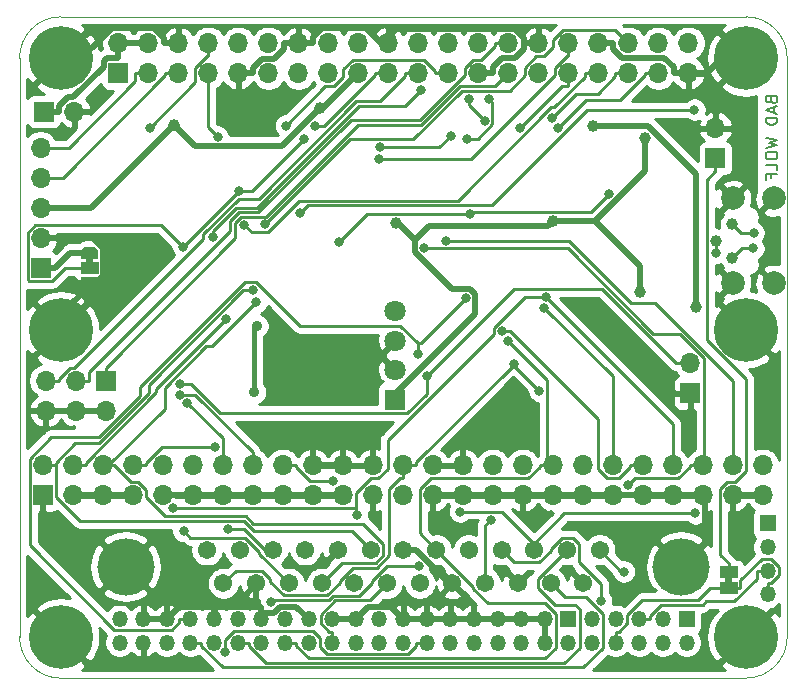
<source format=gbr>
%TF.GenerationSoftware,KiCad,Pcbnew,(5.1.12-1-10_14)*%
%TF.CreationDate,2021-12-05T01:00:45+01:00*%
%TF.ProjectId,rascsi_2p4,72617363-7369-45f3-9270-342e6b696361,rev?*%
%TF.SameCoordinates,Original*%
%TF.FileFunction,Copper,L2,Bot*%
%TF.FilePolarity,Positive*%
%FSLAX46Y46*%
G04 Gerber Fmt 4.6, Leading zero omitted, Abs format (unit mm)*
G04 Created by KiCad (PCBNEW (5.1.12-1-10_14)) date 2021-12-05 01:00:45*
%MOMM*%
%LPD*%
G01*
G04 APERTURE LIST*
%TA.AperFunction,NonConductor*%
%ADD10C,0.150000*%
%TD*%
%TA.AperFunction,Profile*%
%ADD11C,0.050000*%
%TD*%
%TA.AperFunction,EtchedComponent*%
%ADD12C,0.150000*%
%TD*%
%TA.AperFunction,ComponentPad*%
%ADD13C,1.800000*%
%TD*%
%TA.AperFunction,ComponentPad*%
%ADD14R,1.800000X1.800000*%
%TD*%
%TA.AperFunction,ComponentPad*%
%ADD15O,1.700000X1.700000*%
%TD*%
%TA.AperFunction,ComponentPad*%
%ADD16R,1.700000X1.700000*%
%TD*%
%TA.AperFunction,ComponentPad*%
%ADD17C,1.545000*%
%TD*%
%TA.AperFunction,ComponentPad*%
%ADD18C,4.845000*%
%TD*%
%TA.AperFunction,ComponentPad*%
%ADD19C,2.000000*%
%TD*%
%TA.AperFunction,SMDPad,CuDef*%
%ADD20C,0.150000*%
%TD*%
%TA.AperFunction,SMDPad,CuDef*%
%ADD21R,1.500000X1.000000*%
%TD*%
%TA.AperFunction,ComponentPad*%
%ADD22O,1.350000X1.350000*%
%TD*%
%TA.AperFunction,ComponentPad*%
%ADD23R,1.350000X1.350000*%
%TD*%
%TA.AperFunction,SMDPad,CuDef*%
%ADD24C,1.000000*%
%TD*%
%TA.AperFunction,ComponentPad*%
%ADD25C,0.800000*%
%TD*%
%TA.AperFunction,ComponentPad*%
%ADD26C,5.400000*%
%TD*%
%TA.AperFunction,ViaPad*%
%ADD27C,1.000000*%
%TD*%
%TA.AperFunction,ViaPad*%
%ADD28C,0.800000*%
%TD*%
%TA.AperFunction,ViaPad*%
%ADD29C,0.900000*%
%TD*%
%TA.AperFunction,Conductor*%
%ADD30C,0.500000*%
%TD*%
%TA.AperFunction,Conductor*%
%ADD31C,0.250000*%
%TD*%
%TA.AperFunction,Conductor*%
%ADD32C,0.400000*%
%TD*%
%TA.AperFunction,Conductor*%
%ADD33C,0.254000*%
%TD*%
%TA.AperFunction,Conductor*%
%ADD34C,0.150000*%
%TD*%
G04 APERTURE END LIST*
D10*
X68138571Y-9533333D02*
X68186190Y-9676190D01*
X68233809Y-9723809D01*
X68329047Y-9771428D01*
X68471904Y-9771428D01*
X68567142Y-9723809D01*
X68614761Y-9676190D01*
X68662380Y-9580952D01*
X68662380Y-9200000D01*
X67662380Y-9200000D01*
X67662380Y-9533333D01*
X67710000Y-9628571D01*
X67757619Y-9676190D01*
X67852857Y-9723809D01*
X67948095Y-9723809D01*
X68043333Y-9676190D01*
X68090952Y-9628571D01*
X68138571Y-9533333D01*
X68138571Y-9200000D01*
X68376666Y-10152380D02*
X68376666Y-10628571D01*
X68662380Y-10057142D02*
X67662380Y-10390476D01*
X68662380Y-10723809D01*
X68662380Y-11057142D02*
X67662380Y-11057142D01*
X67662380Y-11295238D01*
X67710000Y-11438095D01*
X67805238Y-11533333D01*
X67900476Y-11580952D01*
X68090952Y-11628571D01*
X68233809Y-11628571D01*
X68424285Y-11580952D01*
X68519523Y-11533333D01*
X68614761Y-11438095D01*
X68662380Y-11295238D01*
X68662380Y-11057142D01*
X67662380Y-12723809D02*
X68662380Y-12961904D01*
X67948095Y-13152380D01*
X68662380Y-13342857D01*
X67662380Y-13580952D01*
X67662380Y-14152380D02*
X67662380Y-14342857D01*
X67710000Y-14438095D01*
X67805238Y-14533333D01*
X67995714Y-14580952D01*
X68329047Y-14580952D01*
X68519523Y-14533333D01*
X68614761Y-14438095D01*
X68662380Y-14342857D01*
X68662380Y-14152380D01*
X68614761Y-14057142D01*
X68519523Y-13961904D01*
X68329047Y-13914285D01*
X67995714Y-13914285D01*
X67805238Y-13961904D01*
X67710000Y-14057142D01*
X67662380Y-14152380D01*
X68662380Y-15485714D02*
X68662380Y-15009523D01*
X67662380Y-15009523D01*
X68138571Y-16152380D02*
X68138571Y-15819047D01*
X68662380Y-15819047D02*
X67662380Y-15819047D01*
X67662380Y-16295238D01*
D11*
X8000000Y-58496000D02*
X66000000Y-58496000D01*
X8000000Y-58496000D02*
G75*
G02*
X4500000Y-54996000I0J3500000D01*
G01*
X69500000Y-54996000D02*
G75*
G02*
X66000000Y-58496000I-3500000J0D01*
G01*
X4500000Y-6000000D02*
X4500000Y-54996000D01*
X69500000Y-6000000D02*
X69500000Y-54996000D01*
X8000000Y-2500000D02*
X66000000Y-2500000D01*
X4500000Y-6000000D02*
G75*
G02*
X8000000Y-2500000I3500000J0D01*
G01*
X66000000Y-2500000D02*
G75*
G02*
X69500000Y-6000000I0J-3500000D01*
G01*
D12*
%TO.C,JP3*%
G36*
X10126000Y-22870000D02*
G01*
X10126000Y-23370000D01*
X10726000Y-23370000D01*
X10726000Y-22870000D01*
X10126000Y-22870000D01*
G37*
%TO.C,JP1*%
G36*
X64828000Y-50436000D02*
G01*
X64828000Y-49936000D01*
X64228000Y-49936000D01*
X64228000Y-50436000D01*
X64828000Y-50436000D01*
G37*
%TD*%
D13*
%TO.P,J20,4*%
%TO.N,N/C*%
X36309000Y-27420600D03*
%TO.P,J20,3*%
%TO.N,GND*%
X36309000Y-29920600D03*
%TO.P,J20,2*%
X36309000Y-32420600D03*
D14*
%TO.P,J20,1*%
%TO.N,+5V*%
X36309000Y-34920600D03*
%TD*%
D15*
%TO.P,J3,50*%
%TO.N,C-I_O*%
X67426000Y-40454500D03*
%TO.P,J3,49*%
%TO.N,GND*%
X67426000Y-42994500D03*
%TO.P,J3,48*%
%TO.N,C-REQ*%
X64886000Y-40454500D03*
%TO.P,J3,47*%
%TO.N,GND*%
X64886000Y-42994500D03*
%TO.P,J3,46*%
%TO.N,C-C_D*%
X62346000Y-40454500D03*
%TO.P,J3,45*%
%TO.N,GND*%
X62346000Y-42994500D03*
%TO.P,J3,44*%
%TO.N,C-SEL*%
X59806000Y-40454500D03*
%TO.P,J3,43*%
%TO.N,GND*%
X59806000Y-42994500D03*
%TO.P,J3,42*%
%TO.N,C-MSG*%
X57266000Y-40454500D03*
%TO.P,J3,41*%
%TO.N,GND*%
X57266000Y-42994500D03*
%TO.P,J3,40*%
%TO.N,C-RST*%
X54726000Y-40454500D03*
%TO.P,J3,39*%
%TO.N,GND*%
X54726000Y-42994500D03*
%TO.P,J3,38*%
%TO.N,C-ACK*%
X52186000Y-40454500D03*
%TO.P,J3,37*%
%TO.N,GND*%
X52186000Y-42994500D03*
%TO.P,J3,36*%
%TO.N,C-BSY*%
X49646000Y-40454500D03*
%TO.P,J3,35*%
%TO.N,GND*%
X49646000Y-42994500D03*
%TO.P,J3,34*%
%TO.N,N/C*%
X47106000Y-40454500D03*
%TO.P,J3,33*%
%TO.N,GND*%
X47106000Y-42994500D03*
%TO.P,J3,32*%
%TO.N,C-ATN*%
X44566000Y-40454500D03*
%TO.P,J3,31*%
%TO.N,GND*%
X44566000Y-42994500D03*
%TO.P,J3,30*%
X42026000Y-40454500D03*
%TO.P,J3,29*%
X42026000Y-42994500D03*
%TO.P,J3,28*%
X39486000Y-40454500D03*
%TO.P,J3,27*%
X39486000Y-42994500D03*
%TO.P,J3,26*%
%TO.N,TERMPOW*%
X36946000Y-40454500D03*
%TO.P,J3,25*%
%TO.N,N/C*%
X36946000Y-42994500D03*
%TO.P,J3,24*%
%TO.N,GND*%
X34406000Y-40454500D03*
%TO.P,J3,23*%
X34406000Y-42994500D03*
%TO.P,J3,22*%
X31866000Y-40454500D03*
%TO.P,J3,21*%
X31866000Y-42994500D03*
%TO.P,J3,20*%
X29326000Y-40454500D03*
%TO.P,J3,19*%
X29326000Y-42994500D03*
%TO.P,J3,18*%
%TO.N,C-DP*%
X26786000Y-40454500D03*
%TO.P,J3,17*%
%TO.N,GND*%
X26786000Y-42994500D03*
%TO.P,J3,16*%
%TO.N,C-D7*%
X24246000Y-40454500D03*
%TO.P,J3,15*%
%TO.N,GND*%
X24246000Y-42994500D03*
%TO.P,J3,14*%
%TO.N,C-D6*%
X21706000Y-40454500D03*
%TO.P,J3,13*%
%TO.N,GND*%
X21706000Y-42994500D03*
%TO.P,J3,12*%
%TO.N,C-D5*%
X19166000Y-40454500D03*
%TO.P,J3,11*%
%TO.N,GND*%
X19166000Y-42994500D03*
%TO.P,J3,10*%
%TO.N,C-D4*%
X16626000Y-40454500D03*
%TO.P,J3,9*%
%TO.N,GND*%
X16626000Y-42994500D03*
%TO.P,J3,8*%
%TO.N,C-D3*%
X14086000Y-40454500D03*
%TO.P,J3,7*%
%TO.N,GND*%
X14086000Y-42994500D03*
%TO.P,J3,6*%
%TO.N,C-D2*%
X11546000Y-40454500D03*
%TO.P,J3,5*%
%TO.N,GND*%
X11546000Y-42994500D03*
%TO.P,J3,4*%
%TO.N,C-D1*%
X9006000Y-40454500D03*
%TO.P,J3,3*%
%TO.N,GND*%
X9006000Y-42994500D03*
%TO.P,J3,2*%
%TO.N,C-D0*%
X6466000Y-40454500D03*
D16*
%TO.P,J3,1*%
%TO.N,GND*%
X6466000Y-42994500D03*
%TD*%
D17*
%TO.P,J6,1*%
%TO.N,C-REQ*%
X53622000Y-47630000D03*
%TO.P,J6,2*%
%TO.N,C-MSG*%
X50852000Y-47630000D03*
%TO.P,J6,3*%
%TO.N,C-I_O*%
X48082000Y-47630000D03*
%TO.P,J6,4*%
%TO.N,C-RST*%
X45312000Y-47630000D03*
%TO.P,J6,5*%
%TO.N,C-ACK*%
X42542000Y-47630000D03*
%TO.P,J6,6*%
%TO.N,C-BSY*%
X39772000Y-47630000D03*
%TO.P,J6,7*%
%TO.N,GND*%
X37002000Y-47630000D03*
%TO.P,J6,8*%
%TO.N,C-D0*%
X34232000Y-47630000D03*
%TO.P,J6,9*%
%TO.N,GND*%
X31462000Y-47630000D03*
%TO.P,J6,10*%
%TO.N,C-D3*%
X28692000Y-47630000D03*
%TO.P,J6,11*%
%TO.N,C-D5*%
X25922000Y-47630000D03*
%TO.P,J6,12*%
%TO.N,C-D6*%
X23152000Y-47630000D03*
%TO.P,J6,13*%
%TO.N,C-D7*%
X20382000Y-47630000D03*
%TO.P,J6,14*%
%TO.N,GND*%
X52237000Y-50470000D03*
%TO.P,J6,15*%
%TO.N,C-C_D*%
X49467000Y-50470000D03*
%TO.P,J6,16*%
%TO.N,GND*%
X46697000Y-50470000D03*
%TO.P,J6,17*%
%TO.N,C-ATN*%
X43927000Y-50470000D03*
%TO.P,J6,18*%
%TO.N,GND*%
X41157000Y-50470000D03*
%TO.P,J6,19*%
%TO.N,C-SEL*%
X38387000Y-50470000D03*
%TO.P,J6,20*%
%TO.N,C-DP*%
X35617000Y-50470000D03*
%TO.P,J6,21*%
%TO.N,C-D1*%
X32847000Y-50470000D03*
%TO.P,J6,22*%
%TO.N,C-D2*%
X30077000Y-50470000D03*
%TO.P,J6,23*%
%TO.N,C-D4*%
X27307000Y-50470000D03*
%TO.P,J6,24*%
%TO.N,GND*%
X24537000Y-50470000D03*
%TO.P,J6,25*%
%TO.N,TERMPOW*%
X21767000Y-50470000D03*
D18*
%TO.P,J6,MH1*%
%TO.N,GND*%
X60522000Y-49050000D03*
%TO.P,J6,MH2*%
X13482000Y-49050000D03*
%TD*%
D19*
%TO.P,J8,MH4*%
%TO.N,GND*%
X64905000Y-25035000D03*
%TO.P,J8,MH3*%
X64905000Y-17885000D03*
%TO.P,J8,MH2*%
X68355000Y-17885000D03*
%TO.P,J8,MH1*%
X68355000Y-25035000D03*
%TD*%
%TA.AperFunction,SMDPad,CuDef*%
D20*
%TO.P,JP3,1*%
%TO.N,+5V*%
G36*
X9676000Y-23020000D02*
G01*
X9676000Y-22470000D01*
X9676602Y-22470000D01*
X9676602Y-22445466D01*
X9681412Y-22396635D01*
X9690984Y-22348510D01*
X9705228Y-22301555D01*
X9724005Y-22256222D01*
X9747136Y-22212949D01*
X9774396Y-22172150D01*
X9805524Y-22134221D01*
X9840221Y-22099524D01*
X9878150Y-22068396D01*
X9918949Y-22041136D01*
X9962222Y-22018005D01*
X10007555Y-21999228D01*
X10054510Y-21984984D01*
X10102635Y-21975412D01*
X10151466Y-21970602D01*
X10176000Y-21970602D01*
X10176000Y-21970000D01*
X10676000Y-21970000D01*
X10676000Y-21970602D01*
X10700534Y-21970602D01*
X10749365Y-21975412D01*
X10797490Y-21984984D01*
X10844445Y-21999228D01*
X10889778Y-22018005D01*
X10933051Y-22041136D01*
X10973850Y-22068396D01*
X11011779Y-22099524D01*
X11046476Y-22134221D01*
X11077604Y-22172150D01*
X11104864Y-22212949D01*
X11127995Y-22256222D01*
X11146772Y-22301555D01*
X11161016Y-22348510D01*
X11170588Y-22396635D01*
X11175398Y-22445466D01*
X11175398Y-22470000D01*
X11176000Y-22470000D01*
X11176000Y-23020000D01*
X9676000Y-23020000D01*
G37*
%TD.AperFunction*%
D21*
%TO.P,JP3,2*%
%TO.N,PULLUP_OC*%
X10426000Y-23770000D03*
%TA.AperFunction,SMDPad,CuDef*%
D20*
%TO.P,JP3,3*%
%TO.N,GND*%
G36*
X11175398Y-25070000D02*
G01*
X11175398Y-25094534D01*
X11170588Y-25143365D01*
X11161016Y-25191490D01*
X11146772Y-25238445D01*
X11127995Y-25283778D01*
X11104864Y-25327051D01*
X11077604Y-25367850D01*
X11046476Y-25405779D01*
X11011779Y-25440476D01*
X10973850Y-25471604D01*
X10933051Y-25498864D01*
X10889778Y-25521995D01*
X10844445Y-25540772D01*
X10797490Y-25555016D01*
X10749365Y-25564588D01*
X10700534Y-25569398D01*
X10676000Y-25569398D01*
X10676000Y-25570000D01*
X10176000Y-25570000D01*
X10176000Y-25569398D01*
X10151466Y-25569398D01*
X10102635Y-25564588D01*
X10054510Y-25555016D01*
X10007555Y-25540772D01*
X9962222Y-25521995D01*
X9918949Y-25498864D01*
X9878150Y-25471604D01*
X9840221Y-25440476D01*
X9805524Y-25405779D01*
X9774396Y-25367850D01*
X9747136Y-25327051D01*
X9724005Y-25283778D01*
X9705228Y-25238445D01*
X9690984Y-25191490D01*
X9681412Y-25143365D01*
X9676602Y-25094534D01*
X9676602Y-25070000D01*
X9676000Y-25070000D01*
X9676000Y-24520000D01*
X11176000Y-24520000D01*
X11176000Y-25070000D01*
X11175398Y-25070000D01*
G37*
%TD.AperFunction*%
%TD*%
D15*
%TO.P,JP2,2*%
%TO.N,~TERM_ENABLE*%
X61302000Y-31821800D03*
D16*
%TO.P,JP2,1*%
%TO.N,GND*%
X61302000Y-34361800D03*
%TD*%
D15*
%TO.P,J1,40*%
%TO.N,PI-ACK*%
X61130000Y-4730000D03*
%TO.P,J1,39*%
%TO.N,GND*%
X61130000Y-7270000D03*
%TO.P,J1,38*%
%TO.N,PI-RST*%
X58590000Y-4730000D03*
%TO.P,J1,37*%
%TO.N,PI-BSY*%
X58590000Y-7270000D03*
%TO.P,J1,36*%
%TO.N,PI-D6*%
X56050000Y-4730000D03*
%TO.P,J1,35*%
%TO.N,PI-ATN*%
X56050000Y-7270000D03*
%TO.P,J1,34*%
%TO.N,GND*%
X53510000Y-4730000D03*
%TO.P,J1,33*%
%TO.N,PI-D3*%
X53510000Y-7270000D03*
%TO.P,J1,32*%
%TO.N,PI-D2*%
X50970000Y-4730000D03*
%TO.P,J1,31*%
%TO.N,PI-IND*%
X50970000Y-7270000D03*
%TO.P,J1,30*%
%TO.N,GND*%
X48430000Y-4730000D03*
%TO.P,J1,29*%
%TO.N,DBG_LED*%
X48430000Y-7270000D03*
%TO.P,J1,28*%
%TO.N,PI_GPIO1*%
X45890000Y-4730000D03*
%TO.P,J1,27*%
%TO.N,PI_GPIO0*%
X45890000Y-7270000D03*
%TO.P,J1,26*%
%TO.N,PI-TAD*%
X43350000Y-4730000D03*
%TO.P,J1,25*%
%TO.N,GND*%
X43350000Y-7270000D03*
%TO.P,J1,24*%
%TO.N,PI-DTD*%
X40810000Y-4730000D03*
%TO.P,J1,23*%
%TO.N,PI-D1*%
X40810000Y-7270000D03*
%TO.P,J1,22*%
%TO.N,PI-I_O*%
X38270000Y-4730000D03*
%TO.P,J1,21*%
%TO.N,PI_GPIO9*%
X38270000Y-7270000D03*
%TO.P,J1,20*%
%TO.N,GND*%
X35730000Y-4730000D03*
%TO.P,J1,19*%
%TO.N,PI-D0*%
X35730000Y-7270000D03*
%TO.P,J1,18*%
%TO.N,PI-C_D*%
X33190000Y-4730000D03*
%TO.P,J1,17*%
%TO.N,+3V3*%
X33190000Y-7270000D03*
%TO.P,J1,16*%
%TO.N,PI-MSG*%
X30650000Y-4730000D03*
%TO.P,J1,15*%
%TO.N,PI-REQ*%
X30650000Y-7270000D03*
%TO.P,J1,14*%
%TO.N,GND*%
X28110000Y-4730000D03*
%TO.P,J1,13*%
%TO.N,PI-SEL*%
X28110000Y-7270000D03*
%TO.P,J1,12*%
%TO.N,PI-DP*%
X25570000Y-4730000D03*
%TO.P,J1,11*%
%TO.N,PI-D7*%
X25570000Y-7270000D03*
%TO.P,J1,10*%
%TO.N,PI-D5*%
X23030000Y-4730000D03*
%TO.P,J1,9*%
%TO.N,GND*%
X23030000Y-7270000D03*
%TO.P,J1,8*%
%TO.N,PI-D4*%
X20490000Y-4730000D03*
%TO.P,J1,7*%
%TO.N,PI-ACT*%
X20490000Y-7270000D03*
%TO.P,J1,6*%
%TO.N,GND*%
X17950000Y-4730000D03*
%TO.P,J1,5*%
%TO.N,PI_SCL*%
X17950000Y-7270000D03*
%TO.P,J1,4*%
%TO.N,+5V*%
X15410000Y-4730000D03*
%TO.P,J1,3*%
%TO.N,PI_SDA*%
X15410000Y-7270000D03*
%TO.P,J1,2*%
%TO.N,+5V*%
X12870000Y-4730000D03*
D16*
%TO.P,J1,1*%
%TO.N,+3V3*%
X12870000Y-7270000D03*
%TD*%
D15*
%TO.P,J5,6*%
%TO.N,GND*%
X6730000Y-35840000D03*
%TO.P,J5,5*%
%TO.N,PI_GPIO9*%
X6730000Y-33300000D03*
%TO.P,J5,4*%
%TO.N,GND*%
X9270000Y-35840000D03*
%TO.P,J5,3*%
%TO.N,PI_GPIO1*%
X9270000Y-33300000D03*
%TO.P,J5,2*%
%TO.N,GND*%
X11810000Y-35840000D03*
D16*
%TO.P,J5,1*%
%TO.N,PI_GPIO0*%
X11810000Y-33300000D03*
%TD*%
D22*
%TO.P,J9,50*%
%TO.N,+5V*%
X12972000Y-55488000D03*
%TO.P,J9,49*%
X12972000Y-53488000D03*
%TO.P,J9,48*%
%TO.N,GND*%
X14972000Y-55488000D03*
%TO.P,J9,47*%
X14972000Y-53488000D03*
%TO.P,J9,46*%
%TO.N,C-REQ*%
X16972000Y-55488000D03*
%TO.P,J9,45*%
%TO.N,GND*%
X16972000Y-53488000D03*
%TO.P,J9,44*%
%TO.N,C-C_D*%
X18972000Y-55488000D03*
%TO.P,J9,43*%
%TO.N,C-I_O*%
X18972000Y-53488000D03*
%TO.P,J9,42*%
%TO.N,C-SEL*%
X20972000Y-55488000D03*
%TO.P,J9,41*%
%TO.N,GND*%
X20972000Y-53488000D03*
%TO.P,J9,40*%
%TO.N,C-MSG*%
X22972000Y-55488000D03*
%TO.P,J9,39*%
%TO.N,C-RST*%
X22972000Y-53488000D03*
%TO.P,J9,38*%
%TO.N,C-ACK*%
X24972000Y-55488000D03*
%TO.P,J9,37*%
%TO.N,GND*%
X24972000Y-53488000D03*
%TO.P,J9,36*%
%TO.N,C-BSY*%
X26972000Y-55488000D03*
%TO.P,J9,35*%
%TO.N,C-ATN*%
X26972000Y-53488000D03*
%TO.P,J9,34*%
%TO.N,TERMPOW*%
X28972000Y-55488000D03*
%TO.P,J9,33*%
%TO.N,GND*%
X28972000Y-53488000D03*
%TO.P,J9,32*%
%TO.N,C-DP*%
X30972000Y-55488000D03*
%TO.P,J9,31*%
%TO.N,GND*%
X30972000Y-53488000D03*
%TO.P,J9,30*%
%TO.N,C-D7*%
X32972000Y-55488000D03*
%TO.P,J9,29*%
%TO.N,GND*%
X32972000Y-53488000D03*
%TO.P,J9,28*%
%TO.N,C-D6*%
X34972000Y-55488000D03*
%TO.P,J9,27*%
%TO.N,N/C*%
X34972000Y-53488000D03*
%TO.P,J9,26*%
%TO.N,C-D5*%
X36972000Y-55488000D03*
%TO.P,J9,25*%
%TO.N,GND*%
X36972000Y-53488000D03*
%TO.P,J9,24*%
%TO.N,C-D4*%
X38972000Y-55488000D03*
%TO.P,J9,23*%
%TO.N,GND*%
X38972000Y-53488000D03*
%TO.P,J9,22*%
%TO.N,C-D3*%
X40972000Y-55488000D03*
%TO.P,J9,21*%
%TO.N,GND*%
X40972000Y-53488000D03*
%TO.P,J9,20*%
%TO.N,C-D2*%
X42972000Y-55488000D03*
%TO.P,J9,19*%
%TO.N,GND*%
X42972000Y-53488000D03*
%TO.P,J9,18*%
%TO.N,C-D1*%
X44972000Y-55488000D03*
%TO.P,J9,17*%
%TO.N,GND*%
X44972000Y-53488000D03*
%TO.P,J9,16*%
%TO.N,C-D0*%
X46972000Y-55488000D03*
%TO.P,J9,15*%
%TO.N,GND*%
X46972000Y-53488000D03*
%TO.P,J9,14*%
X48972000Y-55488000D03*
%TO.P,J9,13*%
X48972000Y-53488000D03*
%TO.P,J9,12*%
%TO.N,+5V*%
X50972000Y-55488000D03*
D23*
%TO.P,J9,11*%
X50972000Y-53488000D03*
D22*
%TO.P,J9,10*%
%TO.N,N/C*%
X52972000Y-55488000D03*
%TO.P,J9,9*%
X52972000Y-53488000D03*
%TO.P,J9,8*%
%TO.N,PB_LED_Pin*%
X54972000Y-55488000D03*
%TO.P,J9,7*%
%TO.N,PB_SCSIID_4*%
X54972000Y-53488000D03*
%TO.P,J9,6*%
%TO.N,PB_SCSIID_2*%
X56972000Y-55488000D03*
%TO.P,J9,5*%
%TO.N,PB_SCSIID_1*%
X56972000Y-53488000D03*
%TO.P,J9,4*%
%TO.N,N/C*%
X58972000Y-55488000D03*
%TO.P,J9,3*%
X58972000Y-53488000D03*
%TO.P,J9,2*%
X60972000Y-55488000D03*
D23*
%TO.P,J9,1*%
X60972000Y-53488000D03*
%TD*%
D22*
%TO.P,J10,4*%
%TO.N,PB_LED_Pin*%
X67830000Y-51392000D03*
%TO.P,J10,3*%
%TO.N,PB_SCSIID_1*%
X67830000Y-49392000D03*
%TO.P,J10,2*%
%TO.N,PB_SCSIID_2*%
X67830000Y-47392000D03*
D23*
%TO.P,J10,1*%
%TO.N,PB_SCSIID_4*%
X67830000Y-45392000D03*
%TD*%
D21*
%TO.P,JP1,2*%
%TO.N,EXT-ACT-LED*%
X64528000Y-49536000D03*
%TO.P,JP1,1*%
%TO.N,PB_LED_Pin*%
X64528000Y-50836000D03*
%TD*%
D24*
%TO.P,TP1,1*%
%TO.N,USB_Pin_4*%
X64850000Y-20050000D03*
%TD*%
%TO.P,TP2,1*%
%TO.N,USB_Pin_3*%
X63460000Y-21460000D03*
%TD*%
%TO.P,TP3,1*%
%TO.N,USB_Pin_2*%
X64850000Y-22910000D03*
%TD*%
D15*
%TO.P,J2,2*%
%TO.N,GND*%
X63426000Y-11943000D03*
D16*
%TO.P,J2,1*%
%TO.N,EXT-ACT-LED*%
X63426000Y-14483000D03*
%TD*%
D15*
%TO.P,J7,2*%
%TO.N,GND*%
X9120000Y-10520000D03*
D16*
%TO.P,J7,1*%
%TO.N,+5V*%
X6580000Y-10520000D03*
%TD*%
D25*
%TO.P,H2,1*%
%TO.N,GND*%
X67431891Y-4568109D03*
X66000000Y-3975000D03*
X64568109Y-4568109D03*
X63975000Y-6000000D03*
X64568109Y-7431891D03*
X66000000Y-8025000D03*
X67431891Y-7431891D03*
X68025000Y-6000000D03*
D26*
X66000000Y-6000000D03*
%TD*%
D25*
%TO.P,H1,1*%
%TO.N,GND*%
X9431891Y-4568109D03*
X8000000Y-3975000D03*
X6568109Y-4568109D03*
X5975000Y-6000000D03*
X6568109Y-7431891D03*
X8000000Y-8025000D03*
X9431891Y-7431891D03*
X10025000Y-6000000D03*
D26*
X8000000Y-6000000D03*
%TD*%
D15*
%TO.P,J4,5*%
%TO.N,PI_SDA*%
X6286000Y-13610000D03*
%TO.P,J4,4*%
%TO.N,PI_SCL*%
X6286000Y-16150000D03*
%TO.P,J4,3*%
%TO.N,+3V3*%
X6286000Y-18690000D03*
%TO.P,J4,2*%
%TO.N,GND*%
X6286000Y-21230000D03*
D16*
%TO.P,J4,1*%
%TO.N,+5V*%
X6286000Y-23770000D03*
%TD*%
D25*
%TO.P,H6,1*%
%TO.N,GND*%
X67431891Y-53568109D03*
X66000000Y-52975000D03*
X64568109Y-53568109D03*
X63975000Y-55000000D03*
X64568109Y-56431891D03*
X66000000Y-57025000D03*
X67431891Y-56431891D03*
X68025000Y-55000000D03*
D26*
X66000000Y-55000000D03*
%TD*%
D25*
%TO.P,H5,1*%
%TO.N,GND*%
X9431891Y-53568109D03*
X8000000Y-52975000D03*
X6568109Y-53568109D03*
X5975000Y-55000000D03*
X6568109Y-56431891D03*
X8000000Y-57025000D03*
X9431891Y-56431891D03*
X10025000Y-55000000D03*
D26*
X8000000Y-55000000D03*
%TD*%
D25*
%TO.P,H4,1*%
%TO.N,GND*%
X67431891Y-27568109D03*
X66000000Y-26975000D03*
X64568109Y-27568109D03*
X63975000Y-29000000D03*
X64568109Y-30431891D03*
X66000000Y-31025000D03*
X67431891Y-30431891D03*
X68025000Y-29000000D03*
D26*
X66000000Y-29000000D03*
%TD*%
D25*
%TO.P,H3,1*%
%TO.N,GND*%
X9431891Y-27568109D03*
X8000000Y-26975000D03*
X6568109Y-27568109D03*
X5975000Y-29000000D03*
X6568109Y-30431891D03*
X8000000Y-31025000D03*
X9431891Y-30431891D03*
X10025000Y-29000000D03*
D26*
X8000000Y-29000000D03*
%TD*%
D27*
%TO.N,+3V3*%
X61744900Y-27096600D03*
X53082600Y-11745100D03*
X17603100Y-11671900D03*
X29931400Y-10223200D03*
D28*
%TO.N,C-REQ*%
X40625200Y-21454800D03*
X55659800Y-49466900D03*
%TO.N,C-MSG*%
X45319100Y-29146300D03*
%TO.N,C-BSY*%
X45890500Y-29956200D03*
%TO.N,C-SEL*%
X17521700Y-44124000D03*
X49055300Y-26194100D03*
X33064900Y-44724800D03*
%TO.N,C-RST*%
X53714300Y-51945400D03*
X48940300Y-27121500D03*
%TO.N,C-ATN*%
X44400000Y-45070300D03*
X25810400Y-52053000D03*
X38286400Y-48983400D03*
%TO.N,C-DP*%
X31069200Y-41817900D03*
%TO.N,C-D0*%
X24302700Y-25654800D03*
%TO.N,C-D1*%
X21960400Y-28114200D03*
%TO.N,C-D2*%
X24549300Y-26689500D03*
%TO.N,C-D3*%
X21026700Y-38918100D03*
%TO.N,C-D4*%
X21899400Y-56268300D03*
X18395700Y-46039200D03*
%TO.N,C-D5*%
X22194300Y-45838300D03*
%TO.N,C-D6*%
X18703100Y-35183600D03*
%TO.N,C-D7*%
X18072400Y-34502600D03*
%TO.N,C-I_O*%
X61732400Y-44555700D03*
X38237500Y-31081400D03*
X42308500Y-26324600D03*
X41812600Y-44388100D03*
%TO.N,C-C_D*%
X56050200Y-42144100D03*
X38782900Y-22117000D03*
%TO.N,TERMPOW*%
X48519900Y-34177400D03*
X46376500Y-31877100D03*
%TO.N,PI-D6*%
X25256300Y-20077000D03*
%TO.N,PI-D4*%
X15508100Y-11881700D03*
%TO.N,PI-D3*%
X23523000Y-20099900D03*
%TO.N,PI-D2*%
X34915300Y-14503900D03*
%TO.N,PI-D1*%
X27053000Y-11712400D03*
%TO.N,PI-D0*%
X29557600Y-11738300D03*
%TO.N,PI-BSY*%
X50052300Y-11910600D03*
%TO.N,PI-MSG*%
X35060700Y-13559400D03*
X41024400Y-12555900D03*
%TO.N,PI-I_O*%
X43886400Y-11345200D03*
X42526100Y-9425400D03*
%TO.N,PI-ATN*%
X49555900Y-11095600D03*
%TO.N,PI-ACT*%
X21264700Y-12644300D03*
X28214100Y-19116100D03*
X61643000Y-10355500D03*
%TO.N,PI-IND*%
X46841700Y-11926800D03*
%TO.N,PI-TAD*%
X42428300Y-12849800D03*
X44292300Y-9432400D03*
%TO.N,PI-DTD*%
X20885600Y-21122300D03*
X38492100Y-8674000D03*
%TO.N,USB_Pin_4*%
X66649700Y-20782500D03*
%TO.N,USB_Pin_3*%
X63460000Y-22511900D03*
%TO.N,USB_Pin_2*%
X66643500Y-22110100D03*
%TO.N,~TERM_ENABLE*%
X18054200Y-33575200D03*
X38967200Y-32921000D03*
D29*
%TO.N,POWER_REG_U4*%
X24597800Y-28679700D03*
X24394500Y-34300500D03*
D27*
%TO.N,+5V*%
X36336600Y-19951200D03*
X49669000Y-19817800D03*
X57438400Y-12739700D03*
X57015900Y-25790900D03*
D28*
%TO.N,PULLUP_OC*%
X18382000Y-22000700D03*
X28607700Y-12847400D03*
X42642100Y-19227300D03*
X31533000Y-21556700D03*
X23120900Y-17263000D03*
X54393400Y-17507200D03*
%TD*%
D30*
%TO.N,GND*%
X49646000Y-42994500D02*
X52186000Y-42994500D01*
X47106000Y-42994500D02*
X49646000Y-42994500D01*
X66000000Y-52975000D02*
X66838800Y-52975000D01*
X66838800Y-52975000D02*
X67431900Y-53568100D01*
X64568100Y-55593100D02*
X64568100Y-56431900D01*
X63975000Y-55000000D02*
X64568100Y-55593100D01*
X66000000Y-55000000D02*
X65161200Y-55000000D01*
X65161200Y-55000000D02*
X64568100Y-55593100D01*
X64568100Y-53568100D02*
X63975000Y-54161200D01*
X63975000Y-54161200D02*
X63975000Y-55000000D01*
X16626000Y-42994500D02*
X19166000Y-42994500D01*
X67431900Y-4568100D02*
X68025000Y-5161200D01*
X68025000Y-5161200D02*
X68025000Y-6000000D01*
X66000000Y-4271500D02*
X67135300Y-4271500D01*
X67135300Y-4271500D02*
X67431900Y-4568100D01*
X67431900Y-7431900D02*
X66593100Y-7431900D01*
X66593100Y-7431900D02*
X66000000Y-8025000D01*
X41157000Y-50470000D02*
X40886500Y-50470000D01*
X40886500Y-50470000D02*
X38046500Y-47630000D01*
X38046500Y-47630000D02*
X37002000Y-47630000D01*
X66000000Y-57025000D02*
X65161200Y-57025000D01*
X65161200Y-57025000D02*
X64568100Y-56431900D01*
X67431900Y-56431900D02*
X66838800Y-57025000D01*
X66838800Y-57025000D02*
X66000000Y-57025000D01*
X40972000Y-53488000D02*
X42972000Y-53488000D01*
X38972000Y-53488000D02*
X40972000Y-53488000D01*
X24972000Y-52962900D02*
X24972000Y-52435700D01*
X24972000Y-53488000D02*
X24972000Y-52962900D01*
X28972000Y-53488000D02*
X27919600Y-52435600D01*
X27919600Y-52435600D02*
X26536100Y-52435600D01*
X26536100Y-52435600D02*
X26008800Y-52962900D01*
X26008800Y-52962900D02*
X24972000Y-52962900D01*
X24537000Y-52435700D02*
X24972000Y-52435700D01*
X24537000Y-50470000D02*
X24537000Y-52435700D01*
X24537000Y-52435700D02*
X20972000Y-52435700D01*
X24246000Y-42994500D02*
X26786000Y-42994500D01*
X21706000Y-42994500D02*
X24246000Y-42994500D01*
X54726000Y-42994500D02*
X57266000Y-42994500D01*
X52186000Y-42994500D02*
X54726000Y-42994500D01*
X8000000Y-26975000D02*
X7161200Y-26975000D01*
X7161200Y-26975000D02*
X6568100Y-27568100D01*
X8804500Y-26940700D02*
X8770200Y-26975000D01*
X8770200Y-26975000D02*
X8000000Y-26975000D01*
X59806000Y-42994500D02*
X62346000Y-42994500D01*
X57266000Y-42994500D02*
X59806000Y-42994500D01*
X44566000Y-42994500D02*
X47106000Y-42994500D01*
X42026000Y-42994500D02*
X44566000Y-42994500D01*
X65703400Y-4568100D02*
X66000000Y-4271500D01*
X64568100Y-4568100D02*
X65703400Y-4568100D01*
X66000000Y-6000000D02*
X65703400Y-5703400D01*
X65703400Y-5703400D02*
X65703400Y-4568100D01*
X66000000Y-3975000D02*
X66000000Y-4271500D01*
X19166000Y-42994500D02*
X21706000Y-42994500D01*
X36972000Y-53488000D02*
X37919700Y-53488000D01*
X32972000Y-53488000D02*
X34024800Y-52435200D01*
X34024800Y-52435200D02*
X35919200Y-52435200D01*
X35919200Y-52435200D02*
X36972000Y-53488000D01*
X38972000Y-53488000D02*
X37919700Y-53488000D01*
X62346000Y-42994500D02*
X62519900Y-43168400D01*
X62519900Y-43168400D02*
X62519900Y-47052100D01*
X62519900Y-47052100D02*
X60522000Y-49050000D01*
X10025000Y-5161200D02*
X10025000Y-6000000D01*
X9431900Y-4568100D02*
X10025000Y-5161200D01*
X16722700Y-4730000D02*
X16722700Y-4269800D01*
X16722700Y-4269800D02*
X15908900Y-3456000D01*
X15908900Y-3456000D02*
X12339600Y-3456000D01*
X12339600Y-3456000D02*
X10634400Y-5161200D01*
X10634400Y-5161200D02*
X10025000Y-5161200D01*
X8000000Y-4271500D02*
X9135300Y-4271500D01*
X9135300Y-4271500D02*
X9431900Y-4568100D01*
X17950000Y-4730000D02*
X16722700Y-4730000D01*
X16972000Y-53488000D02*
X18024300Y-52435700D01*
X18024300Y-52435700D02*
X20972000Y-52435700D01*
X14972000Y-53488000D02*
X16972000Y-53488000D01*
X46972000Y-53488000D02*
X48972000Y-53488000D01*
X44972000Y-53488000D02*
X46972000Y-53488000D01*
X42972000Y-53488000D02*
X44972000Y-53488000D01*
X35116400Y-4730000D02*
X33837500Y-3451100D01*
X33837500Y-3451100D02*
X30107600Y-3451100D01*
X30107600Y-3451100D02*
X29337300Y-4221400D01*
X29337300Y-4221400D02*
X29337300Y-4730000D01*
X28110000Y-4730000D02*
X29337300Y-4730000D01*
X35116400Y-4730000D02*
X36344800Y-3501600D01*
X36344800Y-3501600D02*
X46412400Y-3501600D01*
X46412400Y-3501600D02*
X47202700Y-4291900D01*
X47202700Y-4291900D02*
X47202700Y-4730000D01*
X9431900Y-27568100D02*
X10025000Y-28161200D01*
X10025000Y-28161200D02*
X10025000Y-29000000D01*
X8804500Y-26940700D02*
X9431900Y-27568100D01*
X43572400Y-7270000D02*
X43350000Y-7270000D01*
X29326000Y-40454500D02*
X31866000Y-40454500D01*
X29326000Y-42994500D02*
X31866000Y-42994500D01*
X26786000Y-42994500D02*
X29326000Y-42994500D01*
X11546000Y-42994500D02*
X12858700Y-42994500D01*
X9006000Y-42994500D02*
X11546000Y-42994500D01*
X14086000Y-42994500D02*
X12858700Y-42994500D01*
X63555600Y-6419400D02*
X63975000Y-6000000D01*
X61130000Y-7270000D02*
X62705000Y-7270000D01*
X62705000Y-7270000D02*
X63555600Y-6419400D01*
X63555600Y-6419400D02*
X64568100Y-7431900D01*
X39486000Y-42994500D02*
X42026000Y-42994500D01*
X43572400Y-7270000D02*
X44577300Y-7270000D01*
X20972000Y-53488000D02*
X20972000Y-52435700D01*
X10426000Y-25070000D02*
X10426000Y-25319200D01*
X10426000Y-25319200D02*
X8804500Y-26940700D01*
X10426000Y-25070000D02*
X10924400Y-25070000D01*
X10924400Y-25070000D02*
X11584800Y-24409600D01*
X11584800Y-24409600D02*
X11584800Y-22103600D01*
X11584800Y-22103600D02*
X10711200Y-21230000D01*
X10711200Y-21230000D02*
X6286000Y-21230000D01*
X9431900Y-56431900D02*
X8593100Y-56431900D01*
X8593100Y-56431900D02*
X8000000Y-57025000D01*
X9431900Y-7431900D02*
X8593100Y-7431900D01*
X8593100Y-7431900D02*
X8000000Y-8025000D01*
X7703400Y-4568100D02*
X8000000Y-4271500D01*
X6568100Y-4568100D02*
X7703400Y-4568100D01*
X7703400Y-4568100D02*
X7703400Y-5703400D01*
X7703400Y-5703400D02*
X8000000Y-6000000D01*
X53510000Y-4730000D02*
X54737300Y-4730000D01*
X54737300Y-4730000D02*
X54737300Y-5190300D01*
X54737300Y-5190300D02*
X55504300Y-5957300D01*
X55504300Y-5957300D02*
X59098600Y-5957300D01*
X59098600Y-5957300D02*
X59902700Y-6761400D01*
X59902700Y-6761400D02*
X59902700Y-7270000D01*
X61130000Y-7270000D02*
X59902700Y-7270000D01*
X48430000Y-4730000D02*
X47202700Y-4730000D01*
X44577300Y-7270000D02*
X44577300Y-6761400D01*
X44577300Y-6761400D02*
X45338700Y-6000000D01*
X45338700Y-6000000D02*
X46441300Y-6000000D01*
X46441300Y-6000000D02*
X47202700Y-5238600D01*
X47202700Y-5238600D02*
X47202700Y-4730000D01*
X32972000Y-53488000D02*
X30972000Y-53488000D01*
X35730000Y-4730000D02*
X35116400Y-4730000D01*
X28110000Y-4730000D02*
X26882700Y-4730000D01*
X23030000Y-7270000D02*
X24257300Y-7270000D01*
X24257300Y-7270000D02*
X24257300Y-6809700D01*
X24257300Y-6809700D02*
X25024300Y-6042700D01*
X25024300Y-6042700D02*
X26078600Y-6042700D01*
X26078600Y-6042700D02*
X26882700Y-5238600D01*
X26882700Y-5238600D02*
X26882700Y-4730000D01*
X11810000Y-35840000D02*
X9270000Y-35840000D01*
X64886000Y-42994500D02*
X67426000Y-42994500D01*
X8000000Y-4271500D02*
X8000000Y-3975000D01*
%TO.N,+3V3*%
X29931400Y-10223200D02*
X26727600Y-13427000D01*
X26727600Y-13427000D02*
X19358200Y-13427000D01*
X19358200Y-13427000D02*
X17603100Y-11671900D01*
X61744900Y-27096600D02*
X61744900Y-15771200D01*
X61744900Y-15771200D02*
X57718800Y-11745100D01*
X57718800Y-11745100D02*
X53082600Y-11745100D01*
X6286000Y-18690000D02*
X10585000Y-18690000D01*
X10585000Y-18690000D02*
X17603100Y-11671900D01*
X33190000Y-7270000D02*
X30236800Y-10223200D01*
X30236800Y-10223200D02*
X29931400Y-10223200D01*
D31*
%TO.N,C-REQ*%
X64886000Y-40454500D02*
X64886000Y-33296500D01*
X64886000Y-33296500D02*
X58299700Y-26710200D01*
X58299700Y-26710200D02*
X56263500Y-26710200D01*
X56263500Y-26710200D02*
X51008100Y-21454800D01*
X51008100Y-21454800D02*
X40625200Y-21454800D01*
X53622000Y-47630000D02*
X55458900Y-49466900D01*
X55458900Y-49466900D02*
X55659800Y-49466900D01*
%TO.N,C-MSG*%
X22972000Y-55488000D02*
X23899300Y-55488000D01*
X50852000Y-47630000D02*
X48381000Y-50101000D01*
X48381000Y-50101000D02*
X48381000Y-50849500D01*
X48381000Y-50849500D02*
X49798200Y-52266700D01*
X49798200Y-52266700D02*
X51564400Y-52266700D01*
X51564400Y-52266700D02*
X51921000Y-52623300D01*
X51921000Y-52623300D02*
X51921000Y-55931700D01*
X51921000Y-55931700D02*
X50641800Y-57210900D01*
X50641800Y-57210900D02*
X25334000Y-57210900D01*
X25334000Y-57210900D02*
X23899300Y-55776200D01*
X23899300Y-55776200D02*
X23899300Y-55488000D01*
X56163700Y-40454500D02*
X56163700Y-40644200D01*
X56163700Y-40644200D02*
X55251000Y-41556900D01*
X55251000Y-41556900D02*
X54238800Y-41556900D01*
X54238800Y-41556900D02*
X53456000Y-40774100D01*
X53456000Y-40774100D02*
X53456000Y-36549400D01*
X53456000Y-36549400D02*
X46052900Y-29146300D01*
X46052900Y-29146300D02*
X45319100Y-29146300D01*
X57266000Y-40454500D02*
X56163700Y-40454500D01*
%TO.N,C-BSY*%
X49094900Y-40454500D02*
X49182800Y-40366600D01*
X49182800Y-40366600D02*
X49182800Y-33248500D01*
X49182800Y-33248500D02*
X45890500Y-29956200D01*
X49094900Y-40454500D02*
X48543700Y-40454500D01*
X49646000Y-40454500D02*
X49094900Y-40454500D01*
X48543700Y-40454500D02*
X48543700Y-40592400D01*
X48543700Y-40592400D02*
X47579300Y-41556800D01*
X47579300Y-41556800D02*
X39334100Y-41556800D01*
X39334100Y-41556800D02*
X38377600Y-42513300D01*
X38377600Y-42513300D02*
X38377600Y-46235600D01*
X38377600Y-46235600D02*
X39772000Y-47630000D01*
X27899300Y-55488000D02*
X27899300Y-55748800D01*
X27899300Y-55748800D02*
X28970100Y-56819600D01*
X28970100Y-56819600D02*
X49023400Y-56819600D01*
X49023400Y-56819600D02*
X49936400Y-55906600D01*
X49936400Y-55906600D02*
X49936400Y-53071700D01*
X49936400Y-53071700D02*
X49025900Y-52161200D01*
X49025900Y-52161200D02*
X44132000Y-52161200D01*
X44132000Y-52161200D02*
X42902100Y-50931300D01*
X42902100Y-50931300D02*
X42902100Y-50760100D01*
X42902100Y-50760100D02*
X39772000Y-47630000D01*
X26972000Y-55488000D02*
X27899300Y-55488000D01*
%TO.N,C-SEL*%
X49055300Y-26194100D02*
X47336200Y-26194100D01*
X47336200Y-26194100D02*
X44666800Y-28863500D01*
X44666800Y-28863500D02*
X44666800Y-29363000D01*
X44666800Y-29363000D02*
X35676000Y-38353800D01*
X35676000Y-38353800D02*
X35676000Y-40792200D01*
X35676000Y-40792200D02*
X34881400Y-41586800D01*
X34881400Y-41586800D02*
X34224100Y-41586800D01*
X34224100Y-41586800D02*
X32989500Y-42821400D01*
X32989500Y-42821400D02*
X32989500Y-44124000D01*
X32989500Y-44124000D02*
X32989500Y-44649400D01*
X32989500Y-44649400D02*
X33064900Y-44724800D01*
X32989500Y-44124000D02*
X17521700Y-44124000D01*
X49055300Y-26194100D02*
X59806000Y-36944800D01*
X59806000Y-36944800D02*
X59806000Y-39352200D01*
X59806000Y-40454500D02*
X59806000Y-39352200D01*
%TO.N,C-RST*%
X45312000Y-47630000D02*
X46372100Y-48690100D01*
X46372100Y-48690100D02*
X48476300Y-48690100D01*
X48476300Y-48690100D02*
X49467100Y-47699300D01*
X49467100Y-47699300D02*
X49467100Y-47562400D01*
X49467100Y-47562400D02*
X50424400Y-46605100D01*
X50424400Y-46605100D02*
X51364900Y-46605100D01*
X51364900Y-46605100D02*
X51876900Y-47117100D01*
X51876900Y-47117100D02*
X51876900Y-48654900D01*
X51876900Y-48654900D02*
X53714300Y-50492300D01*
X53714300Y-50492300D02*
X53714300Y-51945400D01*
X54726000Y-40454500D02*
X54726000Y-32907200D01*
X54726000Y-32907200D02*
X48940300Y-27121500D01*
%TO.N,C-ATN*%
X38286400Y-48983400D02*
X35617400Y-48983400D01*
X35617400Y-48983400D02*
X34365600Y-50235200D01*
X34365600Y-50235200D02*
X34365600Y-50422200D01*
X34365600Y-50422200D02*
X33256200Y-51531600D01*
X33256200Y-51531600D02*
X31068900Y-51531600D01*
X31068900Y-51531600D02*
X30717500Y-51883000D01*
X30717500Y-51883000D02*
X25980400Y-51883000D01*
X25980400Y-51883000D02*
X25810400Y-52053000D01*
X44400000Y-45070300D02*
X43927000Y-45543300D01*
X43927000Y-45543300D02*
X43927000Y-50470000D01*
%TO.N,C-DP*%
X30972000Y-55488000D02*
X30972000Y-54560700D01*
X30972000Y-54560700D02*
X30711200Y-54560700D01*
X30711200Y-54560700D02*
X30018300Y-53867800D01*
X30018300Y-53867800D02*
X30018300Y-53115900D01*
X30018300Y-53115900D02*
X31225000Y-51909200D01*
X31225000Y-51909200D02*
X34177800Y-51909200D01*
X34177800Y-51909200D02*
X35617000Y-50470000D01*
X26786000Y-40454500D02*
X27888300Y-40454500D01*
X27888300Y-40454500D02*
X27888300Y-40592300D01*
X27888300Y-40592300D02*
X29113900Y-41817900D01*
X29113900Y-41817900D02*
X31069200Y-41817900D01*
%TO.N,C-D0*%
X7550200Y-40454500D02*
X7550200Y-40282700D01*
X7550200Y-40282700D02*
X9203800Y-38629100D01*
X9203800Y-38629100D02*
X11202200Y-38629100D01*
X11202200Y-38629100D02*
X15438300Y-34393000D01*
X15438300Y-34393000D02*
X15438300Y-33667500D01*
X15438300Y-33667500D02*
X23451000Y-25654800D01*
X23451000Y-25654800D02*
X24302700Y-25654800D01*
X34232000Y-47630000D02*
X32641200Y-46039200D01*
X32641200Y-46039200D02*
X24338800Y-46039200D01*
X24338800Y-46039200D02*
X23480500Y-45180900D01*
X23480500Y-45180900D02*
X9621000Y-45180900D01*
X9621000Y-45180900D02*
X7604800Y-43164700D01*
X7604800Y-43164700D02*
X7604800Y-40509100D01*
X7604800Y-40509100D02*
X7550200Y-40454500D01*
X6466000Y-40454500D02*
X7550200Y-40454500D01*
%TO.N,C-D1*%
X10108300Y-40454500D02*
X10108300Y-40256700D01*
X10108300Y-40256700D02*
X16086700Y-34278300D01*
X16086700Y-34278300D02*
X16086700Y-33987900D01*
X16086700Y-33987900D02*
X21960400Y-28114200D01*
X9006000Y-40454500D02*
X10108300Y-40454500D01*
%TO.N,C-D2*%
X12034100Y-40454500D02*
X16799500Y-35689100D01*
X16799500Y-35689100D02*
X16799500Y-33887800D01*
X16799500Y-33887800D02*
X20273400Y-30413900D01*
X20273400Y-30413900D02*
X20824900Y-30413900D01*
X20824900Y-30413900D02*
X24549300Y-26689500D01*
X12034100Y-40454500D02*
X12522200Y-40454500D01*
X11546000Y-40454500D02*
X12034100Y-40454500D01*
X30077000Y-50470000D02*
X31819200Y-48727800D01*
X31819200Y-48727800D02*
X34642300Y-48727800D01*
X34642300Y-48727800D02*
X35296600Y-48073500D01*
X35296600Y-48073500D02*
X35296600Y-47172300D01*
X35296600Y-47172300D02*
X33597600Y-45473300D01*
X33597600Y-45473300D02*
X24306500Y-45473300D01*
X24306500Y-45473300D02*
X23636800Y-44803600D01*
X23636800Y-44803600D02*
X16856400Y-44803600D01*
X16856400Y-44803600D02*
X15222500Y-43169700D01*
X15222500Y-43169700D02*
X15222500Y-42566700D01*
X15222500Y-42566700D02*
X14547900Y-41892100D01*
X14547900Y-41892100D02*
X13959800Y-41892100D01*
X13959800Y-41892100D02*
X12522200Y-40454500D01*
%TO.N,C-D3*%
X14086000Y-40454500D02*
X15188300Y-40454500D01*
X15188300Y-40454500D02*
X15188300Y-40316700D01*
X15188300Y-40316700D02*
X16586900Y-38918100D01*
X16586900Y-38918100D02*
X21026700Y-38918100D01*
%TO.N,C-D4*%
X38972000Y-55488000D02*
X38044700Y-55488000D01*
X21899400Y-56268300D02*
X21899400Y-55234600D01*
X21899400Y-55234600D02*
X22622700Y-54511300D01*
X22622700Y-54511300D02*
X29347500Y-54511300D01*
X29347500Y-54511300D02*
X29972000Y-55135800D01*
X29972000Y-55135800D02*
X29972000Y-55855600D01*
X29972000Y-55855600D02*
X30558600Y-56442200D01*
X30558600Y-56442200D02*
X37378700Y-56442200D01*
X37378700Y-56442200D02*
X38044700Y-55776200D01*
X38044700Y-55776200D02*
X38044700Y-55488000D01*
X18395700Y-46039200D02*
X18957500Y-46601000D01*
X18957500Y-46601000D02*
X23572400Y-46601000D01*
X23572400Y-46601000D02*
X24800400Y-47829000D01*
X24800400Y-47829000D02*
X24800400Y-47963400D01*
X24800400Y-47963400D02*
X27307000Y-50470000D01*
%TO.N,C-D5*%
X25922000Y-47630000D02*
X25272500Y-47630000D01*
X25272500Y-47630000D02*
X23480800Y-45838300D01*
X23480800Y-45838300D02*
X22194300Y-45838300D01*
%TO.N,C-D6*%
X21706000Y-39352200D02*
X21706000Y-38186500D01*
X21706000Y-38186500D02*
X18703100Y-35183600D01*
X21706000Y-40454500D02*
X21706000Y-39352200D01*
%TO.N,C-D7*%
X24246000Y-39352200D02*
X19396400Y-34502600D01*
X19396400Y-34502600D02*
X18072400Y-34502600D01*
X24246000Y-40454500D02*
X24246000Y-39352200D01*
%TO.N,C-I_O*%
X38237500Y-30154700D02*
X38237500Y-31081400D01*
X42308500Y-26324600D02*
X38478400Y-30154700D01*
X38478400Y-30154700D02*
X38237500Y-30154700D01*
X38237500Y-30154700D02*
X36753400Y-28670600D01*
X36753400Y-28670600D02*
X28249000Y-28670600D01*
X28249000Y-28670600D02*
X24560400Y-24982000D01*
X24560400Y-24982000D02*
X23585200Y-24982000D01*
X23585200Y-24982000D02*
X14683700Y-33883500D01*
X14683700Y-33883500D02*
X14683700Y-34613900D01*
X14683700Y-34613900D02*
X11214000Y-38083600D01*
X11214000Y-38083600D02*
X7191500Y-38083600D01*
X7191500Y-38083600D02*
X5363600Y-39911500D01*
X5363600Y-39911500D02*
X5363600Y-47262500D01*
X5363600Y-47262500D02*
X12534800Y-54433700D01*
X12534800Y-54433700D02*
X17387200Y-54433700D01*
X17387200Y-54433700D02*
X18044700Y-53776200D01*
X18044700Y-53776200D02*
X18044700Y-53488000D01*
X18972000Y-53488000D02*
X18044700Y-53488000D01*
X48082000Y-47112800D02*
X45357300Y-44388100D01*
X45357300Y-44388100D02*
X41812600Y-44388100D01*
X48082000Y-47630000D02*
X48082000Y-47112800D01*
X48082000Y-47112800D02*
X50639100Y-44555700D01*
X50639100Y-44555700D02*
X61732400Y-44555700D01*
%TO.N,C-C_D*%
X19899300Y-55488000D02*
X19899300Y-55776200D01*
X19899300Y-55776200D02*
X21711300Y-57588200D01*
X21711300Y-57588200D02*
X52250000Y-57588200D01*
X52250000Y-57588200D02*
X53913900Y-55924300D01*
X53913900Y-55924300D02*
X53913900Y-53084800D01*
X53913900Y-53084800D02*
X52492800Y-51663700D01*
X52492800Y-51663700D02*
X50660700Y-51663700D01*
X50660700Y-51663700D02*
X49467000Y-50470000D01*
X62346000Y-40454500D02*
X61243700Y-40454500D01*
X61243700Y-40454500D02*
X61243700Y-40592400D01*
X61243700Y-40592400D02*
X60279300Y-41556800D01*
X60279300Y-41556800D02*
X56637500Y-41556800D01*
X56637500Y-41556800D02*
X56050200Y-42144100D01*
X62346000Y-40454500D02*
X62346000Y-40226100D01*
X38782900Y-22117000D02*
X50906500Y-22117000D01*
X50906500Y-22117000D02*
X58135400Y-29345900D01*
X58135400Y-29345900D02*
X60397600Y-29345900D01*
X60397600Y-29345900D02*
X62426200Y-31374500D01*
X62426200Y-31374500D02*
X62426200Y-39917500D01*
X62426200Y-39917500D02*
X62346000Y-39997700D01*
X62346000Y-40226100D02*
X62346000Y-39997700D01*
X18972000Y-55488000D02*
X19899300Y-55488000D01*
%TO.N,TERMPOW*%
X46376500Y-32034000D02*
X46240400Y-32034000D01*
X46240400Y-32034000D02*
X38048300Y-40226100D01*
X38048300Y-40226100D02*
X38048300Y-40454500D01*
X46376500Y-31877100D02*
X46376500Y-32034000D01*
X48519900Y-34177400D02*
X46376500Y-32034000D01*
X36946000Y-40454500D02*
X38048300Y-40454500D01*
X36946000Y-40454500D02*
X36946000Y-41556800D01*
X21767000Y-50470000D02*
X22807600Y-49429400D01*
X22807600Y-49429400D02*
X25041200Y-49429400D01*
X25041200Y-49429400D02*
X25748400Y-50136600D01*
X25748400Y-50136600D02*
X25748400Y-50361600D01*
X25748400Y-50361600D02*
X26881700Y-51494900D01*
X26881700Y-51494900D02*
X30571900Y-51494900D01*
X30571900Y-51494900D02*
X31595500Y-50471300D01*
X31595500Y-50471300D02*
X31595500Y-50267300D01*
X31595500Y-50267300D02*
X32721200Y-49141600D01*
X32721200Y-49141600D02*
X34779400Y-49141600D01*
X34779400Y-49141600D02*
X35817500Y-48103500D01*
X35817500Y-48103500D02*
X35817500Y-42456900D01*
X35817500Y-42456900D02*
X36717600Y-41556800D01*
X36717600Y-41556800D02*
X36946000Y-41556800D01*
%TO.N,PI-D6*%
X56050000Y-4730000D02*
X54944600Y-3624600D01*
X54944600Y-3624600D02*
X50502800Y-3624600D01*
X50502800Y-3624600D02*
X49700000Y-4427400D01*
X49700000Y-4427400D02*
X49700000Y-5049600D01*
X49700000Y-5049600D02*
X48917200Y-5832400D01*
X48917200Y-5832400D02*
X48256100Y-5832400D01*
X48256100Y-5832400D02*
X47290000Y-6798500D01*
X47290000Y-6798500D02*
X47290000Y-7462500D01*
X47290000Y-7462500D02*
X45997200Y-8755300D01*
X45997200Y-8755300D02*
X41969000Y-8755300D01*
X41969000Y-8755300D02*
X37834400Y-12889900D01*
X37834400Y-12889900D02*
X32443400Y-12889900D01*
X32443400Y-12889900D02*
X25256300Y-20077000D01*
%TO.N,PI-D4*%
X20490000Y-5832300D02*
X20352100Y-5832300D01*
X20352100Y-5832300D02*
X19387700Y-6796700D01*
X19387700Y-6796700D02*
X19387700Y-8002100D01*
X19387700Y-8002100D02*
X15508100Y-11881700D01*
X20490000Y-4730000D02*
X20490000Y-5832300D01*
%TO.N,PI-D3*%
X52407700Y-7270000D02*
X52407700Y-7558100D01*
X52407700Y-7558100D02*
X49784800Y-10181000D01*
X49784800Y-10181000D02*
X49524700Y-10181000D01*
X49524700Y-10181000D02*
X41638900Y-18066800D01*
X41638900Y-18066800D02*
X28189000Y-18066800D01*
X28189000Y-18066800D02*
X25526500Y-20729300D01*
X25526500Y-20729300D02*
X24152400Y-20729300D01*
X24152400Y-20729300D02*
X23523000Y-20099900D01*
X53510000Y-7270000D02*
X52407700Y-7270000D01*
%TO.N,PI-D2*%
X50970000Y-4730000D02*
X50970000Y-5832300D01*
X50970000Y-5832300D02*
X50832100Y-5832300D01*
X50832100Y-5832300D02*
X49867700Y-6796700D01*
X49867700Y-6796700D02*
X49867700Y-7396400D01*
X49867700Y-7396400D02*
X42760200Y-14503900D01*
X42760200Y-14503900D02*
X34915300Y-14503900D01*
%TO.N,PI-D1*%
X40810000Y-7270000D02*
X39707700Y-7270000D01*
X39707700Y-7270000D02*
X39707700Y-7132200D01*
X39707700Y-7132200D02*
X38743100Y-6167600D01*
X38743100Y-6167600D02*
X32702800Y-6167600D01*
X32702800Y-6167600D02*
X31920000Y-6950400D01*
X31920000Y-6950400D02*
X31920000Y-7609700D01*
X31920000Y-7609700D02*
X31157300Y-8372400D01*
X31157300Y-8372400D02*
X30393000Y-8372400D01*
X30393000Y-8372400D02*
X27053000Y-11712400D01*
%TO.N,PI-D0*%
X35730000Y-7270000D02*
X34627700Y-7270000D01*
X34627700Y-7270000D02*
X34627700Y-7407900D01*
X34627700Y-7407900D02*
X30297300Y-11738300D01*
X30297300Y-11738300D02*
X29557600Y-11738300D01*
%TO.N,PI-BSY*%
X57487700Y-7270000D02*
X57487700Y-7407800D01*
X57487700Y-7407800D02*
X55382700Y-9512800D01*
X55382700Y-9512800D02*
X52450100Y-9512800D01*
X52450100Y-9512800D02*
X50052300Y-11910600D01*
X58590000Y-7270000D02*
X57487700Y-7270000D01*
%TO.N,PI-MSG*%
X35060700Y-13559400D02*
X40020900Y-13559400D01*
X40020900Y-13559400D02*
X41024400Y-12555900D01*
%TO.N,PI-I_O*%
X43886400Y-11345200D02*
X42526100Y-9984900D01*
X42526100Y-9984900D02*
X42526100Y-9425400D01*
%TO.N,PI-ATN*%
X56050000Y-7270000D02*
X54947700Y-7270000D01*
X49555900Y-11095600D02*
X51655700Y-8995800D01*
X51655700Y-8995800D02*
X53450300Y-8995800D01*
X53450300Y-8995800D02*
X54947700Y-7498400D01*
X54947700Y-7498400D02*
X54947700Y-7270000D01*
%TO.N,PI_SCL*%
X6286000Y-16150000D02*
X8158200Y-16150000D01*
X8158200Y-16150000D02*
X16847700Y-7460500D01*
X16847700Y-7460500D02*
X16847700Y-7270000D01*
X17950000Y-7270000D02*
X16847700Y-7270000D01*
%TO.N,PI_SDA*%
X15410000Y-7270000D02*
X14307700Y-7270000D01*
X6286000Y-13610000D02*
X8666600Y-13610000D01*
X8666600Y-13610000D02*
X14307700Y-7968900D01*
X14307700Y-7968900D02*
X14307700Y-7270000D01*
%TO.N,PI-ACT*%
X28214100Y-19116100D02*
X28886000Y-18444200D01*
X28886000Y-18444200D02*
X44469500Y-18444200D01*
X44469500Y-18444200D02*
X52558200Y-10355500D01*
X52558200Y-10355500D02*
X61643000Y-10355500D01*
X21264700Y-12644300D02*
X20490000Y-11869600D01*
X20490000Y-11869600D02*
X20490000Y-7270000D01*
%TO.N,PI-IND*%
X50970000Y-7270000D02*
X50970000Y-8372300D01*
X50970000Y-8372300D02*
X50396200Y-8372300D01*
X50396200Y-8372300D02*
X46841700Y-11926800D01*
%TO.N,PI-TAD*%
X42428300Y-12849800D02*
X43304300Y-12849800D01*
X43304300Y-12849800D02*
X44538700Y-11615400D01*
X44538700Y-11615400D02*
X44538700Y-9678800D01*
X44538700Y-9678800D02*
X44292300Y-9432400D01*
%TO.N,PI-DTD*%
X20885600Y-21122300D02*
X20885600Y-20641100D01*
X20885600Y-20641100D02*
X22856700Y-18670000D01*
X22856700Y-18670000D02*
X24577600Y-18670000D01*
X24577600Y-18670000D02*
X33208300Y-10039300D01*
X33208300Y-10039300D02*
X37126800Y-10039300D01*
X37126800Y-10039300D02*
X38492100Y-8674000D01*
%TO.N,PI_GPIO1*%
X10372300Y-33300000D02*
X10372300Y-32601400D01*
X10372300Y-32601400D02*
X22359800Y-20613900D01*
X22359800Y-20613900D02*
X22359800Y-19761200D01*
X22359800Y-19761200D02*
X23073700Y-19047300D01*
X23073700Y-19047300D02*
X24733900Y-19047300D01*
X24733900Y-19047300D02*
X32551900Y-11229300D01*
X32551900Y-11229300D02*
X38427700Y-11229300D01*
X38427700Y-11229300D02*
X42194400Y-7462600D01*
X42194400Y-7462600D02*
X42194400Y-6798900D01*
X42194400Y-6798900D02*
X42859800Y-6133500D01*
X42859800Y-6133500D02*
X43612600Y-6133500D01*
X43612600Y-6133500D02*
X44787700Y-4958400D01*
X44787700Y-4958400D02*
X44787700Y-4730000D01*
X45890000Y-4730000D02*
X44787700Y-4730000D01*
X9270000Y-33300000D02*
X10372300Y-33300000D01*
%TO.N,PI_GPIO0*%
X11810000Y-32197700D02*
X22737100Y-21270600D01*
X22737100Y-21270600D02*
X22737100Y-19963100D01*
X22737100Y-19963100D02*
X23275600Y-19424600D01*
X23275600Y-19424600D02*
X25362300Y-19424600D01*
X25362300Y-19424600D02*
X33125300Y-11661600D01*
X33125300Y-11661600D02*
X38529000Y-11661600D01*
X38529000Y-11661600D02*
X41812900Y-8377700D01*
X41812900Y-8377700D02*
X44782300Y-8377700D01*
X44782300Y-8377700D02*
X45890000Y-7270000D01*
X11810000Y-33300000D02*
X11810000Y-32197700D01*
%TO.N,PI_GPIO9*%
X7832300Y-33300000D02*
X7832300Y-33162100D01*
X7832300Y-33162100D02*
X8796700Y-32197700D01*
X8796700Y-32197700D02*
X9152000Y-32197700D01*
X9152000Y-32197700D02*
X20068100Y-21281600D01*
X20068100Y-21281600D02*
X20068100Y-20889700D01*
X20068100Y-20889700D02*
X23042400Y-17915400D01*
X23042400Y-17915400D02*
X24756700Y-17915400D01*
X24756700Y-17915400D02*
X33010200Y-9661900D01*
X33010200Y-9661900D02*
X35004200Y-9661900D01*
X35004200Y-9661900D02*
X37167700Y-7498400D01*
X37167700Y-7498400D02*
X37167700Y-7270000D01*
X38270000Y-7270000D02*
X37167700Y-7270000D01*
X6730000Y-33300000D02*
X7832300Y-33300000D01*
%TO.N,EXT-ACT-LED*%
X63426000Y-15585300D02*
X62702200Y-16309100D01*
X62702200Y-16309100D02*
X62702200Y-29877300D01*
X62702200Y-29877300D02*
X65988400Y-33163500D01*
X65988400Y-33163500D02*
X65988400Y-40941700D01*
X65988400Y-40941700D02*
X65038000Y-41892100D01*
X65038000Y-41892100D02*
X64398800Y-41892100D01*
X64398800Y-41892100D02*
X63775700Y-42515200D01*
X63775700Y-42515200D02*
X63775700Y-48031400D01*
X63775700Y-48031400D02*
X64528000Y-48783700D01*
X64528000Y-49536000D02*
X64528000Y-48783700D01*
X63426000Y-14483000D02*
X63426000Y-15585300D01*
%TO.N,USB_Pin_4*%
X64850000Y-20050000D02*
X65582500Y-20782500D01*
X65582500Y-20782500D02*
X66649700Y-20782500D01*
%TO.N,USB_Pin_3*%
X63460000Y-22511900D02*
X63460000Y-21460000D01*
%TO.N,USB_Pin_2*%
X64850000Y-22910000D02*
X65649900Y-22110100D01*
X65649900Y-22110100D02*
X66643500Y-22110100D01*
%TO.N,PB_LED_Pin*%
X63525700Y-50836000D02*
X62992200Y-50836000D01*
X62992200Y-50836000D02*
X61934500Y-51893700D01*
X61934500Y-51893700D02*
X57235900Y-51893700D01*
X57235900Y-51893700D02*
X55972000Y-53157600D01*
X55972000Y-53157600D02*
X55972000Y-53848900D01*
X55972000Y-53848900D02*
X55260200Y-54560700D01*
X55260200Y-54560700D02*
X54972000Y-54560700D01*
X67830000Y-51392000D02*
X67830000Y-50464700D01*
X64528000Y-50836000D02*
X65530300Y-50836000D01*
X65530300Y-50836000D02*
X65530300Y-50214500D01*
X65530300Y-50214500D02*
X67352800Y-48392000D01*
X67352800Y-48392000D02*
X68147600Y-48392000D01*
X68147600Y-48392000D02*
X68804700Y-49049100D01*
X68804700Y-49049100D02*
X68804700Y-49778200D01*
X68804700Y-49778200D02*
X68118200Y-50464700D01*
X68118200Y-50464700D02*
X67830000Y-50464700D01*
X64026900Y-50836000D02*
X64528000Y-50836000D01*
X64026900Y-50836000D02*
X63525700Y-50836000D01*
X54972000Y-55488000D02*
X54972000Y-54560700D01*
%TO.N,PB_SCSIID_1*%
X56972000Y-53488000D02*
X57899300Y-53488000D01*
X67830000Y-49392000D02*
X66902700Y-49392000D01*
X66902700Y-49392000D02*
X66902700Y-50087500D01*
X66902700Y-50087500D02*
X64985800Y-52004400D01*
X64985800Y-52004400D02*
X62624000Y-52004400D01*
X62624000Y-52004400D02*
X62346100Y-52282300D01*
X62346100Y-52282300D02*
X58816800Y-52282300D01*
X58816800Y-52282300D02*
X57899300Y-53199800D01*
X57899300Y-53199800D02*
X57899300Y-53488000D01*
%TO.N,~TERM_ENABLE*%
X38967200Y-32921000D02*
X38967200Y-34456600D01*
X38967200Y-34456600D02*
X37346500Y-36077300D01*
X37346500Y-36077300D02*
X21505400Y-36077300D01*
X21505400Y-36077300D02*
X19003300Y-33575200D01*
X19003300Y-33575200D02*
X18054200Y-33575200D01*
X38967200Y-32921000D02*
X46350400Y-25537800D01*
X46350400Y-25537800D02*
X53793800Y-25537800D01*
X53793800Y-25537800D02*
X60077800Y-31821800D01*
X60077800Y-31821800D02*
X60199700Y-31821800D01*
X61302000Y-31821800D02*
X60199700Y-31821800D01*
D32*
%TO.N,POWER_REG_U4*%
X24394500Y-34300500D02*
X24394500Y-28883000D01*
X24394500Y-28883000D02*
X24597800Y-28679700D01*
D30*
%TO.N,+5V*%
X37999200Y-21440600D02*
X36509800Y-19951200D01*
X36509800Y-19951200D02*
X36336600Y-19951200D01*
X37999200Y-21440600D02*
X39188600Y-20251200D01*
X39188600Y-20251200D02*
X49235600Y-20251200D01*
X49235600Y-20251200D02*
X49669000Y-19817800D01*
X36309000Y-34920600D02*
X36309000Y-34476000D01*
X36309000Y-34476000D02*
X43087800Y-27697200D01*
X43087800Y-27697200D02*
X43087800Y-26000100D01*
X43087800Y-26000100D02*
X42608700Y-25521000D01*
X42608700Y-25521000D02*
X41087700Y-25521000D01*
X41087700Y-25521000D02*
X37999200Y-22432500D01*
X37999200Y-22432500D02*
X37999200Y-21440600D01*
X49669000Y-19817800D02*
X53197100Y-19817800D01*
X53197100Y-19817800D02*
X57438400Y-15576500D01*
X57438400Y-15576500D02*
X57438400Y-12739700D01*
X57015900Y-25790900D02*
X57015900Y-23636600D01*
X57015900Y-23636600D02*
X53197100Y-19817800D01*
X12870000Y-4730000D02*
X12870000Y-5957300D01*
X14182700Y-4730000D02*
X12870000Y-4730000D01*
X12870000Y-5957300D02*
X11928200Y-5957300D01*
X11928200Y-5957300D02*
X11642700Y-6242800D01*
X11642700Y-6242800D02*
X11642700Y-6718700D01*
X11642700Y-6718700D02*
X9068700Y-9292700D01*
X9068700Y-9292700D02*
X8574300Y-9292700D01*
X8574300Y-9292700D02*
X7807300Y-10059700D01*
X7807300Y-10059700D02*
X7807300Y-10520000D01*
X6580000Y-10520000D02*
X7807300Y-10520000D01*
X15410000Y-4730000D02*
X14182700Y-4730000D01*
X6286000Y-23770000D02*
X7513300Y-23770000D01*
X7513300Y-23770000D02*
X8813300Y-22470000D01*
X8813300Y-22470000D02*
X10426000Y-22470000D01*
D31*
%TO.N,PULLUP_OC*%
X18382000Y-22000700D02*
X16493500Y-20112200D01*
X16493500Y-20112200D02*
X5843200Y-20112200D01*
X5843200Y-20112200D02*
X5183600Y-20771800D01*
X5183600Y-20771800D02*
X5183600Y-24746400D01*
X5183600Y-24746400D02*
X5309600Y-24872400D01*
X5309600Y-24872400D02*
X7254800Y-24872400D01*
X7254800Y-24872400D02*
X8357200Y-23770000D01*
X8357200Y-23770000D02*
X10426000Y-23770000D01*
X18382000Y-22000700D02*
X23119700Y-17263000D01*
X23119700Y-17263000D02*
X23120900Y-17263000D01*
X23120900Y-17263000D02*
X24192100Y-17263000D01*
X24192100Y-17263000D02*
X28607700Y-12847400D01*
X54393400Y-17507200D02*
X52889900Y-19010700D01*
X52889900Y-19010700D02*
X42858700Y-19010700D01*
X42858700Y-19010700D02*
X42642100Y-19227300D01*
X31533000Y-21556700D02*
X33890900Y-19198800D01*
X33890900Y-19198800D02*
X42613600Y-19198800D01*
X42613600Y-19198800D02*
X42642100Y-19227300D01*
%TD*%
D33*
%TO.N,GND*%
X8776489Y-51750190D02*
X8658254Y-51714148D01*
X8004569Y-51648866D01*
X7350707Y-51712366D01*
X6721797Y-51902208D01*
X6142008Y-52211096D01*
X6134411Y-52216172D01*
X5834231Y-52654626D01*
X8000000Y-54820395D01*
X8014143Y-54806253D01*
X8193748Y-54985858D01*
X8179605Y-55000000D01*
X10345374Y-57165769D01*
X10783828Y-56865589D01*
X11094296Y-56286644D01*
X11285852Y-55658254D01*
X11351134Y-55004569D01*
X11287634Y-54350707D01*
X11248992Y-54222694D01*
X11844213Y-54817915D01*
X11811093Y-54867482D01*
X11712342Y-55105887D01*
X11662000Y-55358976D01*
X11662000Y-55617024D01*
X11712342Y-55870113D01*
X11811093Y-56108518D01*
X11954456Y-56323077D01*
X12136923Y-56505544D01*
X12351482Y-56648907D01*
X12589887Y-56747658D01*
X12842976Y-56798000D01*
X13101024Y-56798000D01*
X13354113Y-56747658D01*
X13592518Y-56648907D01*
X13807077Y-56505544D01*
X13978681Y-56333940D01*
X14100773Y-56466303D01*
X14308371Y-56617473D01*
X14541472Y-56725238D01*
X14642600Y-56755910D01*
X14845000Y-56632224D01*
X14845000Y-55615000D01*
X14825000Y-55615000D01*
X14825000Y-55361000D01*
X14845000Y-55361000D01*
X14845000Y-55341000D01*
X15099000Y-55341000D01*
X15099000Y-55361000D01*
X15119000Y-55361000D01*
X15119000Y-55615000D01*
X15099000Y-55615000D01*
X15099000Y-56632224D01*
X15301400Y-56755910D01*
X15402528Y-56725238D01*
X15635629Y-56617473D01*
X15843227Y-56466303D01*
X15965319Y-56333940D01*
X16136923Y-56505544D01*
X16351482Y-56648907D01*
X16589887Y-56747658D01*
X16842976Y-56798000D01*
X17101024Y-56798000D01*
X17354113Y-56747658D01*
X17592518Y-56648907D01*
X17807077Y-56505544D01*
X17972000Y-56340621D01*
X18136923Y-56505544D01*
X18351482Y-56648907D01*
X18589887Y-56747658D01*
X18842976Y-56798000D01*
X19101024Y-56798000D01*
X19354113Y-56747658D01*
X19592518Y-56648907D01*
X19655274Y-56606975D01*
X20884298Y-57836000D01*
X9769592Y-57836000D01*
X9857992Y-57788904D01*
X9865589Y-57783828D01*
X10165769Y-57345374D01*
X8000000Y-55179605D01*
X7985858Y-55193748D01*
X7806253Y-55014143D01*
X7820395Y-55000000D01*
X5654626Y-52834231D01*
X5216172Y-53134411D01*
X5160000Y-53239158D01*
X5160000Y-48133701D01*
X8776489Y-51750190D01*
%TA.AperFunction,Conductor*%
D34*
G36*
X8776489Y-51750190D02*
G01*
X8658254Y-51714148D01*
X8004569Y-51648866D01*
X7350707Y-51712366D01*
X6721797Y-51902208D01*
X6142008Y-52211096D01*
X6134411Y-52216172D01*
X5834231Y-52654626D01*
X8000000Y-54820395D01*
X8014143Y-54806253D01*
X8193748Y-54985858D01*
X8179605Y-55000000D01*
X10345374Y-57165769D01*
X10783828Y-56865589D01*
X11094296Y-56286644D01*
X11285852Y-55658254D01*
X11351134Y-55004569D01*
X11287634Y-54350707D01*
X11248992Y-54222694D01*
X11844213Y-54817915D01*
X11811093Y-54867482D01*
X11712342Y-55105887D01*
X11662000Y-55358976D01*
X11662000Y-55617024D01*
X11712342Y-55870113D01*
X11811093Y-56108518D01*
X11954456Y-56323077D01*
X12136923Y-56505544D01*
X12351482Y-56648907D01*
X12589887Y-56747658D01*
X12842976Y-56798000D01*
X13101024Y-56798000D01*
X13354113Y-56747658D01*
X13592518Y-56648907D01*
X13807077Y-56505544D01*
X13978681Y-56333940D01*
X14100773Y-56466303D01*
X14308371Y-56617473D01*
X14541472Y-56725238D01*
X14642600Y-56755910D01*
X14845000Y-56632224D01*
X14845000Y-55615000D01*
X14825000Y-55615000D01*
X14825000Y-55361000D01*
X14845000Y-55361000D01*
X14845000Y-55341000D01*
X15099000Y-55341000D01*
X15099000Y-55361000D01*
X15119000Y-55361000D01*
X15119000Y-55615000D01*
X15099000Y-55615000D01*
X15099000Y-56632224D01*
X15301400Y-56755910D01*
X15402528Y-56725238D01*
X15635629Y-56617473D01*
X15843227Y-56466303D01*
X15965319Y-56333940D01*
X16136923Y-56505544D01*
X16351482Y-56648907D01*
X16589887Y-56747658D01*
X16842976Y-56798000D01*
X17101024Y-56798000D01*
X17354113Y-56747658D01*
X17592518Y-56648907D01*
X17807077Y-56505544D01*
X17972000Y-56340621D01*
X18136923Y-56505544D01*
X18351482Y-56648907D01*
X18589887Y-56747658D01*
X18842976Y-56798000D01*
X19101024Y-56798000D01*
X19354113Y-56747658D01*
X19592518Y-56648907D01*
X19655274Y-56606975D01*
X20884298Y-57836000D01*
X9769592Y-57836000D01*
X9857992Y-57788904D01*
X9865589Y-57783828D01*
X10165769Y-57345374D01*
X8000000Y-55179605D01*
X7985858Y-55193748D01*
X7806253Y-55014143D01*
X7820395Y-55000000D01*
X5654626Y-52834231D01*
X5216172Y-53134411D01*
X5160000Y-53239158D01*
X5160000Y-48133701D01*
X8776489Y-51750190D01*
G37*
%TD.AperFunction*%
D33*
X68840001Y-53237918D02*
X68788904Y-53142008D01*
X68783828Y-53134411D01*
X68345374Y-52834231D01*
X66179605Y-55000000D01*
X66193748Y-55014143D01*
X66014143Y-55193748D01*
X66000000Y-55179605D01*
X63834231Y-57345374D01*
X64134411Y-57783828D01*
X64231699Y-57836000D01*
X53077001Y-57836000D01*
X54299097Y-56613905D01*
X54351482Y-56648907D01*
X54589887Y-56747658D01*
X54842976Y-56798000D01*
X55101024Y-56798000D01*
X55354113Y-56747658D01*
X55592518Y-56648907D01*
X55807077Y-56505544D01*
X55972000Y-56340621D01*
X56136923Y-56505544D01*
X56351482Y-56648907D01*
X56589887Y-56747658D01*
X56842976Y-56798000D01*
X57101024Y-56798000D01*
X57354113Y-56747658D01*
X57592518Y-56648907D01*
X57807077Y-56505544D01*
X57972000Y-56340621D01*
X58136923Y-56505544D01*
X58351482Y-56648907D01*
X58589887Y-56747658D01*
X58842976Y-56798000D01*
X59101024Y-56798000D01*
X59354113Y-56747658D01*
X59592518Y-56648907D01*
X59807077Y-56505544D01*
X59972000Y-56340621D01*
X60136923Y-56505544D01*
X60351482Y-56648907D01*
X60589887Y-56747658D01*
X60842976Y-56798000D01*
X61101024Y-56798000D01*
X61354113Y-56747658D01*
X61592518Y-56648907D01*
X61807077Y-56505544D01*
X61989544Y-56323077D01*
X62132907Y-56108518D01*
X62231658Y-55870113D01*
X62282000Y-55617024D01*
X62282000Y-55358976D01*
X62231658Y-55105887D01*
X62132907Y-54867482D01*
X62011303Y-54685487D01*
X62098185Y-54614185D01*
X62177537Y-54517494D01*
X62236502Y-54407180D01*
X62272812Y-54287482D01*
X62285072Y-54163000D01*
X62285072Y-53042300D01*
X62308778Y-53042300D01*
X62346100Y-53045976D01*
X62383422Y-53042300D01*
X62383433Y-53042300D01*
X62495086Y-53031303D01*
X62638347Y-52987846D01*
X62770376Y-52917274D01*
X62886101Y-52822301D01*
X62909904Y-52793297D01*
X62938801Y-52764400D01*
X63584792Y-52764400D01*
X63654624Y-52834232D01*
X63216172Y-53134411D01*
X62905704Y-53713356D01*
X62714148Y-54341746D01*
X62648866Y-54995431D01*
X62712366Y-55649293D01*
X62902208Y-56278203D01*
X63211096Y-56857992D01*
X63216172Y-56865589D01*
X63654626Y-57165769D01*
X65820395Y-55000000D01*
X65806253Y-54985858D01*
X65985858Y-54806253D01*
X66000000Y-54820395D01*
X68157967Y-52662428D01*
X68212113Y-52651658D01*
X68450518Y-52552907D01*
X68665077Y-52409544D01*
X68840001Y-52234620D01*
X68840001Y-53237918D01*
%TA.AperFunction,Conductor*%
D34*
G36*
X68840001Y-53237918D02*
G01*
X68788904Y-53142008D01*
X68783828Y-53134411D01*
X68345374Y-52834231D01*
X66179605Y-55000000D01*
X66193748Y-55014143D01*
X66014143Y-55193748D01*
X66000000Y-55179605D01*
X63834231Y-57345374D01*
X64134411Y-57783828D01*
X64231699Y-57836000D01*
X53077001Y-57836000D01*
X54299097Y-56613905D01*
X54351482Y-56648907D01*
X54589887Y-56747658D01*
X54842976Y-56798000D01*
X55101024Y-56798000D01*
X55354113Y-56747658D01*
X55592518Y-56648907D01*
X55807077Y-56505544D01*
X55972000Y-56340621D01*
X56136923Y-56505544D01*
X56351482Y-56648907D01*
X56589887Y-56747658D01*
X56842976Y-56798000D01*
X57101024Y-56798000D01*
X57354113Y-56747658D01*
X57592518Y-56648907D01*
X57807077Y-56505544D01*
X57972000Y-56340621D01*
X58136923Y-56505544D01*
X58351482Y-56648907D01*
X58589887Y-56747658D01*
X58842976Y-56798000D01*
X59101024Y-56798000D01*
X59354113Y-56747658D01*
X59592518Y-56648907D01*
X59807077Y-56505544D01*
X59972000Y-56340621D01*
X60136923Y-56505544D01*
X60351482Y-56648907D01*
X60589887Y-56747658D01*
X60842976Y-56798000D01*
X61101024Y-56798000D01*
X61354113Y-56747658D01*
X61592518Y-56648907D01*
X61807077Y-56505544D01*
X61989544Y-56323077D01*
X62132907Y-56108518D01*
X62231658Y-55870113D01*
X62282000Y-55617024D01*
X62282000Y-55358976D01*
X62231658Y-55105887D01*
X62132907Y-54867482D01*
X62011303Y-54685487D01*
X62098185Y-54614185D01*
X62177537Y-54517494D01*
X62236502Y-54407180D01*
X62272812Y-54287482D01*
X62285072Y-54163000D01*
X62285072Y-53042300D01*
X62308778Y-53042300D01*
X62346100Y-53045976D01*
X62383422Y-53042300D01*
X62383433Y-53042300D01*
X62495086Y-53031303D01*
X62638347Y-52987846D01*
X62770376Y-52917274D01*
X62886101Y-52822301D01*
X62909904Y-52793297D01*
X62938801Y-52764400D01*
X63584792Y-52764400D01*
X63654624Y-52834232D01*
X63216172Y-53134411D01*
X62905704Y-53713356D01*
X62714148Y-54341746D01*
X62648866Y-54995431D01*
X62712366Y-55649293D01*
X62902208Y-56278203D01*
X63211096Y-56857992D01*
X63216172Y-56865589D01*
X63654626Y-57165769D01*
X65820395Y-55000000D01*
X65806253Y-54985858D01*
X65985858Y-54806253D01*
X66000000Y-54820395D01*
X68157967Y-52662428D01*
X68212113Y-52651658D01*
X68450518Y-52552907D01*
X68665077Y-52409544D01*
X68840001Y-52234620D01*
X68840001Y-53237918D01*
G37*
%TD.AperFunction*%
D33*
X39361447Y-48983410D02*
X39633373Y-49037500D01*
X39910627Y-49037500D01*
X40072500Y-49005301D01*
X40407789Y-49340590D01*
X40363541Y-49496936D01*
X41157000Y-50290395D01*
X41171143Y-50276253D01*
X41350748Y-50455858D01*
X41336605Y-50470000D01*
X42130064Y-51263459D01*
X42206348Y-51241870D01*
X42267126Y-51355576D01*
X42283889Y-51376001D01*
X42362099Y-51471301D01*
X42391103Y-51495104D01*
X43186378Y-52290380D01*
X43099000Y-52343776D01*
X43099000Y-53361000D01*
X44845000Y-53361000D01*
X44845000Y-53341000D01*
X45099000Y-53341000D01*
X45099000Y-53361000D01*
X46845000Y-53361000D01*
X46845000Y-53341000D01*
X47099000Y-53341000D01*
X47099000Y-53361000D01*
X48845000Y-53361000D01*
X48845000Y-53341000D01*
X49099000Y-53341000D01*
X49099000Y-53361000D01*
X49119000Y-53361000D01*
X49119000Y-53615000D01*
X49099000Y-53615000D01*
X49099000Y-55361000D01*
X49119000Y-55361000D01*
X49119000Y-55615000D01*
X49099000Y-55615000D01*
X49099000Y-55635000D01*
X48845000Y-55635000D01*
X48845000Y-55615000D01*
X48825000Y-55615000D01*
X48825000Y-55361000D01*
X48845000Y-55361000D01*
X48845000Y-53615000D01*
X47099000Y-53615000D01*
X47099000Y-53635000D01*
X46845000Y-53635000D01*
X46845000Y-53615000D01*
X45099000Y-53615000D01*
X45099000Y-53635000D01*
X44845000Y-53635000D01*
X44845000Y-53615000D01*
X43099000Y-53615000D01*
X43099000Y-53635000D01*
X42845000Y-53635000D01*
X42845000Y-53615000D01*
X41099000Y-53615000D01*
X41099000Y-53635000D01*
X40845000Y-53635000D01*
X40845000Y-53615000D01*
X39099000Y-53615000D01*
X39099000Y-53635000D01*
X38845000Y-53635000D01*
X38845000Y-53615000D01*
X37099000Y-53615000D01*
X37099000Y-53635000D01*
X36845000Y-53635000D01*
X36845000Y-53615000D01*
X36825000Y-53615000D01*
X36825000Y-53361000D01*
X36845000Y-53361000D01*
X36845000Y-52343776D01*
X37099000Y-52343776D01*
X37099000Y-53361000D01*
X38845000Y-53361000D01*
X38845000Y-52343776D01*
X39099000Y-52343776D01*
X39099000Y-53361000D01*
X40845000Y-53361000D01*
X40845000Y-52343776D01*
X41099000Y-52343776D01*
X41099000Y-53361000D01*
X42845000Y-53361000D01*
X42845000Y-52343776D01*
X42642600Y-52220090D01*
X42541472Y-52250762D01*
X42308371Y-52358527D01*
X42100773Y-52509697D01*
X41972000Y-52649304D01*
X41843227Y-52509697D01*
X41635629Y-52358527D01*
X41402528Y-52250762D01*
X41301400Y-52220090D01*
X41099000Y-52343776D01*
X40845000Y-52343776D01*
X40642600Y-52220090D01*
X40541472Y-52250762D01*
X40308371Y-52358527D01*
X40100773Y-52509697D01*
X39972000Y-52649304D01*
X39843227Y-52509697D01*
X39635629Y-52358527D01*
X39402528Y-52250762D01*
X39301400Y-52220090D01*
X39099000Y-52343776D01*
X38845000Y-52343776D01*
X38642600Y-52220090D01*
X38541472Y-52250762D01*
X38308371Y-52358527D01*
X38100773Y-52509697D01*
X37972000Y-52649304D01*
X37843227Y-52509697D01*
X37635629Y-52358527D01*
X37402528Y-52250762D01*
X37301400Y-52220090D01*
X37099000Y-52343776D01*
X36845000Y-52343776D01*
X36642600Y-52220090D01*
X36541472Y-52250762D01*
X36308371Y-52358527D01*
X36100773Y-52509697D01*
X35978681Y-52642060D01*
X35807077Y-52470456D01*
X35592518Y-52327093D01*
X35354113Y-52228342D01*
X35101024Y-52178000D01*
X34983801Y-52178000D01*
X35316500Y-51845301D01*
X35478373Y-51877500D01*
X35755627Y-51877500D01*
X36027553Y-51823410D01*
X36283701Y-51717310D01*
X36514229Y-51563276D01*
X36710276Y-51367229D01*
X36864310Y-51136701D01*
X36970410Y-50880553D01*
X37002000Y-50721741D01*
X37033590Y-50880553D01*
X37139690Y-51136701D01*
X37293724Y-51367229D01*
X37489771Y-51563276D01*
X37720299Y-51717310D01*
X37976447Y-51823410D01*
X38248373Y-51877500D01*
X38525627Y-51877500D01*
X38797553Y-51823410D01*
X39053701Y-51717310D01*
X39284229Y-51563276D01*
X39404441Y-51443064D01*
X40363541Y-51443064D01*
X40431793Y-51684227D01*
X40682611Y-51802377D01*
X40951660Y-51869324D01*
X41228600Y-51882496D01*
X41502788Y-51841387D01*
X41763688Y-51747576D01*
X41882207Y-51684227D01*
X41950459Y-51443064D01*
X41157000Y-50649605D01*
X40363541Y-51443064D01*
X39404441Y-51443064D01*
X39480276Y-51367229D01*
X39634310Y-51136701D01*
X39740410Y-50880553D01*
X39771722Y-50723138D01*
X39785613Y-50815788D01*
X39879424Y-51076688D01*
X39942773Y-51195207D01*
X40183936Y-51263459D01*
X40977395Y-50470000D01*
X40183936Y-49676541D01*
X39942773Y-49744793D01*
X39824623Y-49995611D01*
X39770766Y-50212054D01*
X39740410Y-50059447D01*
X39634310Y-49803299D01*
X39480276Y-49572771D01*
X39284229Y-49376724D01*
X39252529Y-49355543D01*
X39281626Y-49285298D01*
X39321400Y-49085339D01*
X39321400Y-48966822D01*
X39361447Y-48983410D01*
%TA.AperFunction,Conductor*%
D34*
G36*
X39361447Y-48983410D02*
G01*
X39633373Y-49037500D01*
X39910627Y-49037500D01*
X40072500Y-49005301D01*
X40407789Y-49340590D01*
X40363541Y-49496936D01*
X41157000Y-50290395D01*
X41171143Y-50276253D01*
X41350748Y-50455858D01*
X41336605Y-50470000D01*
X42130064Y-51263459D01*
X42206348Y-51241870D01*
X42267126Y-51355576D01*
X42283889Y-51376001D01*
X42362099Y-51471301D01*
X42391103Y-51495104D01*
X43186378Y-52290380D01*
X43099000Y-52343776D01*
X43099000Y-53361000D01*
X44845000Y-53361000D01*
X44845000Y-53341000D01*
X45099000Y-53341000D01*
X45099000Y-53361000D01*
X46845000Y-53361000D01*
X46845000Y-53341000D01*
X47099000Y-53341000D01*
X47099000Y-53361000D01*
X48845000Y-53361000D01*
X48845000Y-53341000D01*
X49099000Y-53341000D01*
X49099000Y-53361000D01*
X49119000Y-53361000D01*
X49119000Y-53615000D01*
X49099000Y-53615000D01*
X49099000Y-55361000D01*
X49119000Y-55361000D01*
X49119000Y-55615000D01*
X49099000Y-55615000D01*
X49099000Y-55635000D01*
X48845000Y-55635000D01*
X48845000Y-55615000D01*
X48825000Y-55615000D01*
X48825000Y-55361000D01*
X48845000Y-55361000D01*
X48845000Y-53615000D01*
X47099000Y-53615000D01*
X47099000Y-53635000D01*
X46845000Y-53635000D01*
X46845000Y-53615000D01*
X45099000Y-53615000D01*
X45099000Y-53635000D01*
X44845000Y-53635000D01*
X44845000Y-53615000D01*
X43099000Y-53615000D01*
X43099000Y-53635000D01*
X42845000Y-53635000D01*
X42845000Y-53615000D01*
X41099000Y-53615000D01*
X41099000Y-53635000D01*
X40845000Y-53635000D01*
X40845000Y-53615000D01*
X39099000Y-53615000D01*
X39099000Y-53635000D01*
X38845000Y-53635000D01*
X38845000Y-53615000D01*
X37099000Y-53615000D01*
X37099000Y-53635000D01*
X36845000Y-53635000D01*
X36845000Y-53615000D01*
X36825000Y-53615000D01*
X36825000Y-53361000D01*
X36845000Y-53361000D01*
X36845000Y-52343776D01*
X37099000Y-52343776D01*
X37099000Y-53361000D01*
X38845000Y-53361000D01*
X38845000Y-52343776D01*
X39099000Y-52343776D01*
X39099000Y-53361000D01*
X40845000Y-53361000D01*
X40845000Y-52343776D01*
X41099000Y-52343776D01*
X41099000Y-53361000D01*
X42845000Y-53361000D01*
X42845000Y-52343776D01*
X42642600Y-52220090D01*
X42541472Y-52250762D01*
X42308371Y-52358527D01*
X42100773Y-52509697D01*
X41972000Y-52649304D01*
X41843227Y-52509697D01*
X41635629Y-52358527D01*
X41402528Y-52250762D01*
X41301400Y-52220090D01*
X41099000Y-52343776D01*
X40845000Y-52343776D01*
X40642600Y-52220090D01*
X40541472Y-52250762D01*
X40308371Y-52358527D01*
X40100773Y-52509697D01*
X39972000Y-52649304D01*
X39843227Y-52509697D01*
X39635629Y-52358527D01*
X39402528Y-52250762D01*
X39301400Y-52220090D01*
X39099000Y-52343776D01*
X38845000Y-52343776D01*
X38642600Y-52220090D01*
X38541472Y-52250762D01*
X38308371Y-52358527D01*
X38100773Y-52509697D01*
X37972000Y-52649304D01*
X37843227Y-52509697D01*
X37635629Y-52358527D01*
X37402528Y-52250762D01*
X37301400Y-52220090D01*
X37099000Y-52343776D01*
X36845000Y-52343776D01*
X36642600Y-52220090D01*
X36541472Y-52250762D01*
X36308371Y-52358527D01*
X36100773Y-52509697D01*
X35978681Y-52642060D01*
X35807077Y-52470456D01*
X35592518Y-52327093D01*
X35354113Y-52228342D01*
X35101024Y-52178000D01*
X34983801Y-52178000D01*
X35316500Y-51845301D01*
X35478373Y-51877500D01*
X35755627Y-51877500D01*
X36027553Y-51823410D01*
X36283701Y-51717310D01*
X36514229Y-51563276D01*
X36710276Y-51367229D01*
X36864310Y-51136701D01*
X36970410Y-50880553D01*
X37002000Y-50721741D01*
X37033590Y-50880553D01*
X37139690Y-51136701D01*
X37293724Y-51367229D01*
X37489771Y-51563276D01*
X37720299Y-51717310D01*
X37976447Y-51823410D01*
X38248373Y-51877500D01*
X38525627Y-51877500D01*
X38797553Y-51823410D01*
X39053701Y-51717310D01*
X39284229Y-51563276D01*
X39404441Y-51443064D01*
X40363541Y-51443064D01*
X40431793Y-51684227D01*
X40682611Y-51802377D01*
X40951660Y-51869324D01*
X41228600Y-51882496D01*
X41502788Y-51841387D01*
X41763688Y-51747576D01*
X41882207Y-51684227D01*
X41950459Y-51443064D01*
X41157000Y-50649605D01*
X40363541Y-51443064D01*
X39404441Y-51443064D01*
X39480276Y-51367229D01*
X39634310Y-51136701D01*
X39740410Y-50880553D01*
X39771722Y-50723138D01*
X39785613Y-50815788D01*
X39879424Y-51076688D01*
X39942773Y-51195207D01*
X40183936Y-51263459D01*
X40977395Y-50470000D01*
X40183936Y-49676541D01*
X39942773Y-49744793D01*
X39824623Y-49995611D01*
X39770766Y-50212054D01*
X39740410Y-50059447D01*
X39634310Y-49803299D01*
X39480276Y-49572771D01*
X39284229Y-49376724D01*
X39252529Y-49355543D01*
X39281626Y-49285298D01*
X39321400Y-49085339D01*
X39321400Y-48966822D01*
X39361447Y-48983410D01*
G37*
%TD.AperFunction*%
D33*
X6593000Y-42867500D02*
X6613000Y-42867500D01*
X6613000Y-43121500D01*
X6593000Y-43121500D01*
X6593000Y-44320750D01*
X6751750Y-44479500D01*
X7316000Y-44482572D01*
X7440482Y-44470312D01*
X7560180Y-44434002D01*
X7670494Y-44375037D01*
X7708854Y-44343556D01*
X9057205Y-45691908D01*
X9080999Y-45720901D01*
X9109992Y-45744695D01*
X9109996Y-45744699D01*
X9135399Y-45765546D01*
X9196724Y-45815874D01*
X9328753Y-45886446D01*
X9472014Y-45929903D01*
X9583667Y-45940900D01*
X9583676Y-45940900D01*
X9620999Y-45944576D01*
X9658322Y-45940900D01*
X17360700Y-45940900D01*
X17360700Y-46141139D01*
X17400474Y-46341098D01*
X17478495Y-46529456D01*
X17591763Y-46698974D01*
X17735926Y-46843137D01*
X17905444Y-46956405D01*
X18093802Y-47034426D01*
X18293761Y-47074200D01*
X18355898Y-47074200D01*
X18393700Y-47112002D01*
X18417499Y-47141001D01*
X18533224Y-47235974D01*
X18665253Y-47306546D01*
X18808514Y-47350003D01*
X18920167Y-47361000D01*
X18920176Y-47361000D01*
X18957499Y-47364676D01*
X18994822Y-47361000D01*
X19000433Y-47361000D01*
X18974500Y-47491373D01*
X18974500Y-47768627D01*
X19028590Y-48040553D01*
X19134690Y-48296701D01*
X19288724Y-48527229D01*
X19484771Y-48723276D01*
X19715299Y-48877310D01*
X19971447Y-48983410D01*
X20243373Y-49037500D01*
X20520627Y-49037500D01*
X20792553Y-48983410D01*
X21048701Y-48877310D01*
X21279229Y-48723276D01*
X21475276Y-48527229D01*
X21629310Y-48296701D01*
X21735410Y-48040553D01*
X21767000Y-47881741D01*
X21798590Y-48040553D01*
X21904690Y-48296701D01*
X22058724Y-48527229D01*
X22254771Y-48723276D01*
X22373419Y-48802554D01*
X22267599Y-48889399D01*
X22243801Y-48918397D01*
X22067499Y-49094699D01*
X21905627Y-49062500D01*
X21628373Y-49062500D01*
X21356447Y-49116590D01*
X21100299Y-49222690D01*
X20869771Y-49376724D01*
X20673724Y-49572771D01*
X20519690Y-49803299D01*
X20413590Y-50059447D01*
X20359500Y-50331373D01*
X20359500Y-50608627D01*
X20413590Y-50880553D01*
X20519690Y-51136701D01*
X20673724Y-51367229D01*
X20869771Y-51563276D01*
X21100299Y-51717310D01*
X21356447Y-51823410D01*
X21628373Y-51877500D01*
X21905627Y-51877500D01*
X22177553Y-51823410D01*
X22433701Y-51717310D01*
X22664229Y-51563276D01*
X22860276Y-51367229D01*
X23014310Y-51136701D01*
X23120410Y-50880553D01*
X23151722Y-50723138D01*
X23165613Y-50815788D01*
X23259424Y-51076688D01*
X23322773Y-51195207D01*
X23563936Y-51263459D01*
X24357395Y-50470000D01*
X24343253Y-50455858D01*
X24522858Y-50276253D01*
X24537000Y-50290395D01*
X24551143Y-50276253D01*
X24730748Y-50455858D01*
X24716605Y-50470000D01*
X24730748Y-50484143D01*
X24551143Y-50663748D01*
X24537000Y-50649605D01*
X23743541Y-51443064D01*
X23811793Y-51684227D01*
X24062611Y-51802377D01*
X24331660Y-51869324D01*
X24608600Y-51882496D01*
X24794585Y-51854611D01*
X24775400Y-51951061D01*
X24775400Y-52154939D01*
X24808528Y-52321488D01*
X24642600Y-52220090D01*
X24541472Y-52250762D01*
X24308371Y-52358527D01*
X24100773Y-52509697D01*
X23978681Y-52642060D01*
X23807077Y-52470456D01*
X23592518Y-52327093D01*
X23354113Y-52228342D01*
X23101024Y-52178000D01*
X22842976Y-52178000D01*
X22589887Y-52228342D01*
X22351482Y-52327093D01*
X22136923Y-52470456D01*
X21965319Y-52642060D01*
X21843227Y-52509697D01*
X21635629Y-52358527D01*
X21402528Y-52250762D01*
X21301400Y-52220090D01*
X21099000Y-52343776D01*
X21099000Y-53361000D01*
X21119000Y-53361000D01*
X21119000Y-53615000D01*
X21099000Y-53615000D01*
X21099000Y-53635000D01*
X20845000Y-53635000D01*
X20845000Y-53615000D01*
X20825000Y-53615000D01*
X20825000Y-53361000D01*
X20845000Y-53361000D01*
X20845000Y-52343776D01*
X20642600Y-52220090D01*
X20541472Y-52250762D01*
X20308371Y-52358527D01*
X20100773Y-52509697D01*
X19978681Y-52642060D01*
X19807077Y-52470456D01*
X19592518Y-52327093D01*
X19354113Y-52228342D01*
X19101024Y-52178000D01*
X18842976Y-52178000D01*
X18589887Y-52228342D01*
X18351482Y-52327093D01*
X18136923Y-52470456D01*
X17965319Y-52642060D01*
X17843227Y-52509697D01*
X17635629Y-52358527D01*
X17402528Y-52250762D01*
X17301400Y-52220090D01*
X17099000Y-52343776D01*
X17099000Y-53361000D01*
X17119000Y-53361000D01*
X17119000Y-53615000D01*
X17099000Y-53615000D01*
X17099000Y-53635000D01*
X16845000Y-53635000D01*
X16845000Y-53615000D01*
X15099000Y-53615000D01*
X15099000Y-53635000D01*
X14845000Y-53635000D01*
X14845000Y-53615000D01*
X14825000Y-53615000D01*
X14825000Y-53361000D01*
X14845000Y-53361000D01*
X14845000Y-52343776D01*
X15099000Y-52343776D01*
X15099000Y-53361000D01*
X16845000Y-53361000D01*
X16845000Y-52343776D01*
X16642600Y-52220090D01*
X16541472Y-52250762D01*
X16308371Y-52358527D01*
X16100773Y-52509697D01*
X15972000Y-52649304D01*
X15843227Y-52509697D01*
X15635629Y-52358527D01*
X15402528Y-52250762D01*
X15301400Y-52220090D01*
X15099000Y-52343776D01*
X14845000Y-52343776D01*
X14642600Y-52220090D01*
X14541472Y-52250762D01*
X14308371Y-52358527D01*
X14100773Y-52509697D01*
X13978681Y-52642060D01*
X13807077Y-52470456D01*
X13592518Y-52327093D01*
X13354113Y-52228342D01*
X13101024Y-52178000D01*
X12842976Y-52178000D01*
X12589887Y-52228342D01*
X12351482Y-52327093D01*
X12136923Y-52470456D01*
X11954456Y-52652923D01*
X11904135Y-52728234D01*
X10373932Y-51198031D01*
X11513574Y-51198031D01*
X11780439Y-51608062D01*
X12312187Y-51890867D01*
X12888891Y-52064500D01*
X13488387Y-52122287D01*
X14087638Y-52062008D01*
X14663614Y-51885980D01*
X15183561Y-51608062D01*
X15450426Y-51198031D01*
X13482000Y-49229605D01*
X11513574Y-51198031D01*
X10373932Y-51198031D01*
X8232288Y-49056387D01*
X10409713Y-49056387D01*
X10469992Y-49655638D01*
X10646020Y-50231614D01*
X10923938Y-50751561D01*
X11333969Y-51018426D01*
X13302395Y-49050000D01*
X13661605Y-49050000D01*
X15630031Y-51018426D01*
X16040062Y-50751561D01*
X16322867Y-50219813D01*
X16496500Y-49643109D01*
X16554287Y-49043613D01*
X16494008Y-48444362D01*
X16317980Y-47868386D01*
X16040062Y-47348439D01*
X15630031Y-47081574D01*
X13661605Y-49050000D01*
X13302395Y-49050000D01*
X11333969Y-47081574D01*
X10923938Y-47348439D01*
X10641133Y-47880187D01*
X10467500Y-48456891D01*
X10409713Y-49056387D01*
X8232288Y-49056387D01*
X6123600Y-46947699D01*
X6123600Y-46901969D01*
X11513574Y-46901969D01*
X13482000Y-48870395D01*
X15450426Y-46901969D01*
X15183561Y-46491938D01*
X14651813Y-46209133D01*
X14075109Y-46035500D01*
X13475613Y-45977713D01*
X12876362Y-46037992D01*
X12300386Y-46214020D01*
X11780439Y-46491938D01*
X11513574Y-46901969D01*
X6123600Y-46901969D01*
X6123600Y-44479808D01*
X6180250Y-44479500D01*
X6339000Y-44320750D01*
X6339000Y-43121500D01*
X6319000Y-43121500D01*
X6319000Y-42867500D01*
X6339000Y-42867500D01*
X6339000Y-42847500D01*
X6593000Y-42847500D01*
X6593000Y-42867500D01*
%TA.AperFunction,Conductor*%
D34*
G36*
X6593000Y-42867500D02*
G01*
X6613000Y-42867500D01*
X6613000Y-43121500D01*
X6593000Y-43121500D01*
X6593000Y-44320750D01*
X6751750Y-44479500D01*
X7316000Y-44482572D01*
X7440482Y-44470312D01*
X7560180Y-44434002D01*
X7670494Y-44375037D01*
X7708854Y-44343556D01*
X9057205Y-45691908D01*
X9080999Y-45720901D01*
X9109992Y-45744695D01*
X9109996Y-45744699D01*
X9135399Y-45765546D01*
X9196724Y-45815874D01*
X9328753Y-45886446D01*
X9472014Y-45929903D01*
X9583667Y-45940900D01*
X9583676Y-45940900D01*
X9620999Y-45944576D01*
X9658322Y-45940900D01*
X17360700Y-45940900D01*
X17360700Y-46141139D01*
X17400474Y-46341098D01*
X17478495Y-46529456D01*
X17591763Y-46698974D01*
X17735926Y-46843137D01*
X17905444Y-46956405D01*
X18093802Y-47034426D01*
X18293761Y-47074200D01*
X18355898Y-47074200D01*
X18393700Y-47112002D01*
X18417499Y-47141001D01*
X18533224Y-47235974D01*
X18665253Y-47306546D01*
X18808514Y-47350003D01*
X18920167Y-47361000D01*
X18920176Y-47361000D01*
X18957499Y-47364676D01*
X18994822Y-47361000D01*
X19000433Y-47361000D01*
X18974500Y-47491373D01*
X18974500Y-47768627D01*
X19028590Y-48040553D01*
X19134690Y-48296701D01*
X19288724Y-48527229D01*
X19484771Y-48723276D01*
X19715299Y-48877310D01*
X19971447Y-48983410D01*
X20243373Y-49037500D01*
X20520627Y-49037500D01*
X20792553Y-48983410D01*
X21048701Y-48877310D01*
X21279229Y-48723276D01*
X21475276Y-48527229D01*
X21629310Y-48296701D01*
X21735410Y-48040553D01*
X21767000Y-47881741D01*
X21798590Y-48040553D01*
X21904690Y-48296701D01*
X22058724Y-48527229D01*
X22254771Y-48723276D01*
X22373419Y-48802554D01*
X22267599Y-48889399D01*
X22243801Y-48918397D01*
X22067499Y-49094699D01*
X21905627Y-49062500D01*
X21628373Y-49062500D01*
X21356447Y-49116590D01*
X21100299Y-49222690D01*
X20869771Y-49376724D01*
X20673724Y-49572771D01*
X20519690Y-49803299D01*
X20413590Y-50059447D01*
X20359500Y-50331373D01*
X20359500Y-50608627D01*
X20413590Y-50880553D01*
X20519690Y-51136701D01*
X20673724Y-51367229D01*
X20869771Y-51563276D01*
X21100299Y-51717310D01*
X21356447Y-51823410D01*
X21628373Y-51877500D01*
X21905627Y-51877500D01*
X22177553Y-51823410D01*
X22433701Y-51717310D01*
X22664229Y-51563276D01*
X22860276Y-51367229D01*
X23014310Y-51136701D01*
X23120410Y-50880553D01*
X23151722Y-50723138D01*
X23165613Y-50815788D01*
X23259424Y-51076688D01*
X23322773Y-51195207D01*
X23563936Y-51263459D01*
X24357395Y-50470000D01*
X24343253Y-50455858D01*
X24522858Y-50276253D01*
X24537000Y-50290395D01*
X24551143Y-50276253D01*
X24730748Y-50455858D01*
X24716605Y-50470000D01*
X24730748Y-50484143D01*
X24551143Y-50663748D01*
X24537000Y-50649605D01*
X23743541Y-51443064D01*
X23811793Y-51684227D01*
X24062611Y-51802377D01*
X24331660Y-51869324D01*
X24608600Y-51882496D01*
X24794585Y-51854611D01*
X24775400Y-51951061D01*
X24775400Y-52154939D01*
X24808528Y-52321488D01*
X24642600Y-52220090D01*
X24541472Y-52250762D01*
X24308371Y-52358527D01*
X24100773Y-52509697D01*
X23978681Y-52642060D01*
X23807077Y-52470456D01*
X23592518Y-52327093D01*
X23354113Y-52228342D01*
X23101024Y-52178000D01*
X22842976Y-52178000D01*
X22589887Y-52228342D01*
X22351482Y-52327093D01*
X22136923Y-52470456D01*
X21965319Y-52642060D01*
X21843227Y-52509697D01*
X21635629Y-52358527D01*
X21402528Y-52250762D01*
X21301400Y-52220090D01*
X21099000Y-52343776D01*
X21099000Y-53361000D01*
X21119000Y-53361000D01*
X21119000Y-53615000D01*
X21099000Y-53615000D01*
X21099000Y-53635000D01*
X20845000Y-53635000D01*
X20845000Y-53615000D01*
X20825000Y-53615000D01*
X20825000Y-53361000D01*
X20845000Y-53361000D01*
X20845000Y-52343776D01*
X20642600Y-52220090D01*
X20541472Y-52250762D01*
X20308371Y-52358527D01*
X20100773Y-52509697D01*
X19978681Y-52642060D01*
X19807077Y-52470456D01*
X19592518Y-52327093D01*
X19354113Y-52228342D01*
X19101024Y-52178000D01*
X18842976Y-52178000D01*
X18589887Y-52228342D01*
X18351482Y-52327093D01*
X18136923Y-52470456D01*
X17965319Y-52642060D01*
X17843227Y-52509697D01*
X17635629Y-52358527D01*
X17402528Y-52250762D01*
X17301400Y-52220090D01*
X17099000Y-52343776D01*
X17099000Y-53361000D01*
X17119000Y-53361000D01*
X17119000Y-53615000D01*
X17099000Y-53615000D01*
X17099000Y-53635000D01*
X16845000Y-53635000D01*
X16845000Y-53615000D01*
X15099000Y-53615000D01*
X15099000Y-53635000D01*
X14845000Y-53635000D01*
X14845000Y-53615000D01*
X14825000Y-53615000D01*
X14825000Y-53361000D01*
X14845000Y-53361000D01*
X14845000Y-52343776D01*
X15099000Y-52343776D01*
X15099000Y-53361000D01*
X16845000Y-53361000D01*
X16845000Y-52343776D01*
X16642600Y-52220090D01*
X16541472Y-52250762D01*
X16308371Y-52358527D01*
X16100773Y-52509697D01*
X15972000Y-52649304D01*
X15843227Y-52509697D01*
X15635629Y-52358527D01*
X15402528Y-52250762D01*
X15301400Y-52220090D01*
X15099000Y-52343776D01*
X14845000Y-52343776D01*
X14642600Y-52220090D01*
X14541472Y-52250762D01*
X14308371Y-52358527D01*
X14100773Y-52509697D01*
X13978681Y-52642060D01*
X13807077Y-52470456D01*
X13592518Y-52327093D01*
X13354113Y-52228342D01*
X13101024Y-52178000D01*
X12842976Y-52178000D01*
X12589887Y-52228342D01*
X12351482Y-52327093D01*
X12136923Y-52470456D01*
X11954456Y-52652923D01*
X11904135Y-52728234D01*
X10373932Y-51198031D01*
X11513574Y-51198031D01*
X11780439Y-51608062D01*
X12312187Y-51890867D01*
X12888891Y-52064500D01*
X13488387Y-52122287D01*
X14087638Y-52062008D01*
X14663614Y-51885980D01*
X15183561Y-51608062D01*
X15450426Y-51198031D01*
X13482000Y-49229605D01*
X11513574Y-51198031D01*
X10373932Y-51198031D01*
X8232288Y-49056387D01*
X10409713Y-49056387D01*
X10469992Y-49655638D01*
X10646020Y-50231614D01*
X10923938Y-50751561D01*
X11333969Y-51018426D01*
X13302395Y-49050000D01*
X13661605Y-49050000D01*
X15630031Y-51018426D01*
X16040062Y-50751561D01*
X16322867Y-50219813D01*
X16496500Y-49643109D01*
X16554287Y-49043613D01*
X16494008Y-48444362D01*
X16317980Y-47868386D01*
X16040062Y-47348439D01*
X15630031Y-47081574D01*
X13661605Y-49050000D01*
X13302395Y-49050000D01*
X11333969Y-47081574D01*
X10923938Y-47348439D01*
X10641133Y-47880187D01*
X10467500Y-48456891D01*
X10409713Y-49056387D01*
X8232288Y-49056387D01*
X6123600Y-46947699D01*
X6123600Y-46901969D01*
X11513574Y-46901969D01*
X13482000Y-48870395D01*
X15450426Y-46901969D01*
X15183561Y-46491938D01*
X14651813Y-46209133D01*
X14075109Y-46035500D01*
X13475613Y-45977713D01*
X12876362Y-46037992D01*
X12300386Y-46214020D01*
X11780439Y-46491938D01*
X11513574Y-46901969D01*
X6123600Y-46901969D01*
X6123600Y-44479808D01*
X6180250Y-44479500D01*
X6339000Y-44320750D01*
X6339000Y-43121500D01*
X6319000Y-43121500D01*
X6319000Y-42867500D01*
X6339000Y-42867500D01*
X6339000Y-42847500D01*
X6593000Y-42847500D01*
X6593000Y-42867500D01*
G37*
%TD.AperFunction*%
D33*
X25099000Y-53361000D02*
X25119000Y-53361000D01*
X25119000Y-53615000D01*
X25099000Y-53615000D01*
X25099000Y-53635000D01*
X24845000Y-53635000D01*
X24845000Y-53615000D01*
X24825000Y-53615000D01*
X24825000Y-53361000D01*
X24845000Y-53361000D01*
X24845000Y-53341000D01*
X25099000Y-53341000D01*
X25099000Y-53361000D01*
%TA.AperFunction,Conductor*%
D34*
G36*
X25099000Y-53361000D02*
G01*
X25119000Y-53361000D01*
X25119000Y-53615000D01*
X25099000Y-53615000D01*
X25099000Y-53635000D01*
X24845000Y-53635000D01*
X24845000Y-53615000D01*
X24825000Y-53615000D01*
X24825000Y-53361000D01*
X24845000Y-53361000D01*
X24845000Y-53341000D01*
X25099000Y-53341000D01*
X25099000Y-53361000D01*
G37*
%TD.AperFunction*%
D33*
X29099000Y-53361000D02*
X29119000Y-53361000D01*
X29119000Y-53615000D01*
X29099000Y-53615000D01*
X29099000Y-53635000D01*
X28845000Y-53635000D01*
X28845000Y-53615000D01*
X28825000Y-53615000D01*
X28825000Y-53361000D01*
X28845000Y-53361000D01*
X28845000Y-53341000D01*
X29099000Y-53341000D01*
X29099000Y-53361000D01*
%TA.AperFunction,Conductor*%
D34*
G36*
X29099000Y-53361000D02*
G01*
X29119000Y-53361000D01*
X29119000Y-53615000D01*
X29099000Y-53615000D01*
X29099000Y-53635000D01*
X28845000Y-53635000D01*
X28845000Y-53615000D01*
X28825000Y-53615000D01*
X28825000Y-53361000D01*
X28845000Y-53361000D01*
X28845000Y-53341000D01*
X29099000Y-53341000D01*
X29099000Y-53361000D01*
G37*
%TD.AperFunction*%
D33*
X31099000Y-53361000D02*
X32845000Y-53361000D01*
X32845000Y-53341000D01*
X33099000Y-53341000D01*
X33099000Y-53361000D01*
X33119000Y-53361000D01*
X33119000Y-53615000D01*
X33099000Y-53615000D01*
X33099000Y-53635000D01*
X32845000Y-53635000D01*
X32845000Y-53615000D01*
X31099000Y-53615000D01*
X31099000Y-53635000D01*
X30860301Y-53635000D01*
X30845000Y-53619699D01*
X30845000Y-53615000D01*
X30840301Y-53615000D01*
X30825000Y-53599699D01*
X30825000Y-53384001D01*
X30868001Y-53341000D01*
X31099000Y-53341000D01*
X31099000Y-53361000D01*
%TA.AperFunction,Conductor*%
D34*
G36*
X31099000Y-53361000D02*
G01*
X32845000Y-53361000D01*
X32845000Y-53341000D01*
X33099000Y-53341000D01*
X33099000Y-53361000D01*
X33119000Y-53361000D01*
X33119000Y-53615000D01*
X33099000Y-53615000D01*
X33099000Y-53635000D01*
X32845000Y-53635000D01*
X32845000Y-53615000D01*
X31099000Y-53615000D01*
X31099000Y-53635000D01*
X30860301Y-53635000D01*
X30845000Y-53619699D01*
X30845000Y-53615000D01*
X30840301Y-53615000D01*
X30825000Y-53599699D01*
X30825000Y-53384001D01*
X30868001Y-53341000D01*
X31099000Y-53341000D01*
X31099000Y-53361000D01*
G37*
%TD.AperFunction*%
D33*
X63015701Y-47306550D02*
X62670031Y-47081574D01*
X60701605Y-49050000D01*
X60715748Y-49064143D01*
X60536143Y-49243748D01*
X60522000Y-49229605D01*
X60507858Y-49243748D01*
X60328253Y-49064143D01*
X60342395Y-49050000D01*
X58373969Y-47081574D01*
X57963938Y-47348439D01*
X57681133Y-47880187D01*
X57507500Y-48456891D01*
X57449713Y-49056387D01*
X57509992Y-49655638D01*
X57686020Y-50231614D01*
X57963938Y-50751561D01*
X58373967Y-51018425D01*
X58260191Y-51132201D01*
X58261690Y-51133700D01*
X57273233Y-51133700D01*
X57235900Y-51130023D01*
X57198567Y-51133700D01*
X57086914Y-51144697D01*
X56943653Y-51188154D01*
X56811624Y-51258726D01*
X56695899Y-51353699D01*
X56672101Y-51382697D01*
X55673557Y-52381241D01*
X55592518Y-52327093D01*
X55354113Y-52228342D01*
X55101024Y-52178000D01*
X54842976Y-52178000D01*
X54718380Y-52202783D01*
X54749300Y-52047339D01*
X54749300Y-51843461D01*
X54709526Y-51643502D01*
X54631505Y-51455144D01*
X54518237Y-51285626D01*
X54474300Y-51241689D01*
X54474300Y-50529622D01*
X54477976Y-50492300D01*
X54474300Y-50454977D01*
X54474300Y-50454967D01*
X54463303Y-50343314D01*
X54419846Y-50200053D01*
X54379796Y-50125126D01*
X54349274Y-50068023D01*
X54278099Y-49981297D01*
X54254301Y-49952299D01*
X54225304Y-49928502D01*
X53297286Y-49000485D01*
X53483373Y-49037500D01*
X53760627Y-49037500D01*
X53922500Y-49005301D01*
X54659255Y-49742057D01*
X54664574Y-49768798D01*
X54742595Y-49957156D01*
X54855863Y-50126674D01*
X55000026Y-50270837D01*
X55169544Y-50384105D01*
X55357902Y-50462126D01*
X55557861Y-50501900D01*
X55761739Y-50501900D01*
X55961698Y-50462126D01*
X56150056Y-50384105D01*
X56319574Y-50270837D01*
X56463737Y-50126674D01*
X56577005Y-49957156D01*
X56655026Y-49768798D01*
X56694800Y-49568839D01*
X56694800Y-49364961D01*
X56655026Y-49165002D01*
X56577005Y-48976644D01*
X56463737Y-48807126D01*
X56319574Y-48662963D01*
X56150056Y-48549695D01*
X55961698Y-48471674D01*
X55761739Y-48431900D01*
X55557861Y-48431900D01*
X55508517Y-48441715D01*
X54997301Y-47930500D01*
X55029500Y-47768627D01*
X55029500Y-47491373D01*
X54975410Y-47219447D01*
X54869310Y-46963299D01*
X54828331Y-46901969D01*
X58553574Y-46901969D01*
X60522000Y-48870395D01*
X62490426Y-46901969D01*
X62223561Y-46491938D01*
X61691813Y-46209133D01*
X61115109Y-46035500D01*
X60515613Y-45977713D01*
X59916362Y-46037992D01*
X59340386Y-46214020D01*
X58820439Y-46491938D01*
X58553574Y-46901969D01*
X54828331Y-46901969D01*
X54715276Y-46732771D01*
X54519229Y-46536724D01*
X54288701Y-46382690D01*
X54032553Y-46276590D01*
X53760627Y-46222500D01*
X53483373Y-46222500D01*
X53211447Y-46276590D01*
X52955299Y-46382690D01*
X52724771Y-46536724D01*
X52531658Y-46729837D01*
X52511874Y-46692824D01*
X52416901Y-46577099D01*
X52387903Y-46553302D01*
X51928703Y-46094102D01*
X51904901Y-46065099D01*
X51789176Y-45970126D01*
X51657147Y-45899554D01*
X51513886Y-45856097D01*
X51402233Y-45845100D01*
X51402222Y-45845100D01*
X51364900Y-45841424D01*
X51327578Y-45845100D01*
X50461725Y-45845100D01*
X50427839Y-45841763D01*
X50953902Y-45315700D01*
X61028689Y-45315700D01*
X61072626Y-45359637D01*
X61242144Y-45472905D01*
X61430502Y-45550926D01*
X61630461Y-45590700D01*
X61834339Y-45590700D01*
X62034298Y-45550926D01*
X62222656Y-45472905D01*
X62392174Y-45359637D01*
X62536337Y-45215474D01*
X62649605Y-45045956D01*
X62727626Y-44857598D01*
X62767400Y-44657639D01*
X62767400Y-44453761D01*
X62760393Y-44418534D01*
X62850099Y-44391325D01*
X63015700Y-44312448D01*
X63015701Y-47306550D01*
%TA.AperFunction,Conductor*%
D34*
G36*
X63015701Y-47306550D02*
G01*
X62670031Y-47081574D01*
X60701605Y-49050000D01*
X60715748Y-49064143D01*
X60536143Y-49243748D01*
X60522000Y-49229605D01*
X60507858Y-49243748D01*
X60328253Y-49064143D01*
X60342395Y-49050000D01*
X58373969Y-47081574D01*
X57963938Y-47348439D01*
X57681133Y-47880187D01*
X57507500Y-48456891D01*
X57449713Y-49056387D01*
X57509992Y-49655638D01*
X57686020Y-50231614D01*
X57963938Y-50751561D01*
X58373967Y-51018425D01*
X58260191Y-51132201D01*
X58261690Y-51133700D01*
X57273233Y-51133700D01*
X57235900Y-51130023D01*
X57198567Y-51133700D01*
X57086914Y-51144697D01*
X56943653Y-51188154D01*
X56811624Y-51258726D01*
X56695899Y-51353699D01*
X56672101Y-51382697D01*
X55673557Y-52381241D01*
X55592518Y-52327093D01*
X55354113Y-52228342D01*
X55101024Y-52178000D01*
X54842976Y-52178000D01*
X54718380Y-52202783D01*
X54749300Y-52047339D01*
X54749300Y-51843461D01*
X54709526Y-51643502D01*
X54631505Y-51455144D01*
X54518237Y-51285626D01*
X54474300Y-51241689D01*
X54474300Y-50529622D01*
X54477976Y-50492300D01*
X54474300Y-50454977D01*
X54474300Y-50454967D01*
X54463303Y-50343314D01*
X54419846Y-50200053D01*
X54379796Y-50125126D01*
X54349274Y-50068023D01*
X54278099Y-49981297D01*
X54254301Y-49952299D01*
X54225304Y-49928502D01*
X53297286Y-49000485D01*
X53483373Y-49037500D01*
X53760627Y-49037500D01*
X53922500Y-49005301D01*
X54659255Y-49742057D01*
X54664574Y-49768798D01*
X54742595Y-49957156D01*
X54855863Y-50126674D01*
X55000026Y-50270837D01*
X55169544Y-50384105D01*
X55357902Y-50462126D01*
X55557861Y-50501900D01*
X55761739Y-50501900D01*
X55961698Y-50462126D01*
X56150056Y-50384105D01*
X56319574Y-50270837D01*
X56463737Y-50126674D01*
X56577005Y-49957156D01*
X56655026Y-49768798D01*
X56694800Y-49568839D01*
X56694800Y-49364961D01*
X56655026Y-49165002D01*
X56577005Y-48976644D01*
X56463737Y-48807126D01*
X56319574Y-48662963D01*
X56150056Y-48549695D01*
X55961698Y-48471674D01*
X55761739Y-48431900D01*
X55557861Y-48431900D01*
X55508517Y-48441715D01*
X54997301Y-47930500D01*
X55029500Y-47768627D01*
X55029500Y-47491373D01*
X54975410Y-47219447D01*
X54869310Y-46963299D01*
X54828331Y-46901969D01*
X58553574Y-46901969D01*
X60522000Y-48870395D01*
X62490426Y-46901969D01*
X62223561Y-46491938D01*
X61691813Y-46209133D01*
X61115109Y-46035500D01*
X60515613Y-45977713D01*
X59916362Y-46037992D01*
X59340386Y-46214020D01*
X58820439Y-46491938D01*
X58553574Y-46901969D01*
X54828331Y-46901969D01*
X54715276Y-46732771D01*
X54519229Y-46536724D01*
X54288701Y-46382690D01*
X54032553Y-46276590D01*
X53760627Y-46222500D01*
X53483373Y-46222500D01*
X53211447Y-46276590D01*
X52955299Y-46382690D01*
X52724771Y-46536724D01*
X52531658Y-46729837D01*
X52511874Y-46692824D01*
X52416901Y-46577099D01*
X52387903Y-46553302D01*
X51928703Y-46094102D01*
X51904901Y-46065099D01*
X51789176Y-45970126D01*
X51657147Y-45899554D01*
X51513886Y-45856097D01*
X51402233Y-45845100D01*
X51402222Y-45845100D01*
X51364900Y-45841424D01*
X51327578Y-45845100D01*
X50461725Y-45845100D01*
X50427839Y-45841763D01*
X50953902Y-45315700D01*
X61028689Y-45315700D01*
X61072626Y-45359637D01*
X61242144Y-45472905D01*
X61430502Y-45550926D01*
X61630461Y-45590700D01*
X61834339Y-45590700D01*
X62034298Y-45550926D01*
X62222656Y-45472905D01*
X62392174Y-45359637D01*
X62536337Y-45215474D01*
X62649605Y-45045956D01*
X62727626Y-44857598D01*
X62767400Y-44657639D01*
X62767400Y-44453761D01*
X62760393Y-44418534D01*
X62850099Y-44391325D01*
X63015700Y-44312448D01*
X63015701Y-47306550D01*
G37*
%TD.AperFunction*%
D33*
X51241926Y-49079176D02*
X51313101Y-49165902D01*
X51336900Y-49194901D01*
X51365898Y-49218699D01*
X51487789Y-49340590D01*
X51443541Y-49496936D01*
X52237000Y-50290395D01*
X52251143Y-50276253D01*
X52430748Y-50455858D01*
X52416605Y-50470000D01*
X52430748Y-50484143D01*
X52251143Y-50663748D01*
X52237000Y-50649605D01*
X52222858Y-50663748D01*
X52043253Y-50484143D01*
X52057395Y-50470000D01*
X51263936Y-49676541D01*
X51022773Y-49744793D01*
X50904623Y-49995611D01*
X50850766Y-50212054D01*
X50820410Y-50059447D01*
X50714310Y-49803299D01*
X50560276Y-49572771D01*
X50364229Y-49376724D01*
X50253838Y-49302963D01*
X50551500Y-49005301D01*
X50713373Y-49037500D01*
X50990627Y-49037500D01*
X51197639Y-48996322D01*
X51241926Y-49079176D01*
%TA.AperFunction,Conductor*%
D34*
G36*
X51241926Y-49079176D02*
G01*
X51313101Y-49165902D01*
X51336900Y-49194901D01*
X51365898Y-49218699D01*
X51487789Y-49340590D01*
X51443541Y-49496936D01*
X52237000Y-50290395D01*
X52251143Y-50276253D01*
X52430748Y-50455858D01*
X52416605Y-50470000D01*
X52430748Y-50484143D01*
X52251143Y-50663748D01*
X52237000Y-50649605D01*
X52222858Y-50663748D01*
X52043253Y-50484143D01*
X52057395Y-50470000D01*
X51263936Y-49676541D01*
X51022773Y-49744793D01*
X50904623Y-49995611D01*
X50850766Y-50212054D01*
X50820410Y-50059447D01*
X50714310Y-49803299D01*
X50560276Y-49572771D01*
X50364229Y-49376724D01*
X50253838Y-49302963D01*
X50551500Y-49005301D01*
X50713373Y-49037500D01*
X50990627Y-49037500D01*
X51197639Y-48996322D01*
X51241926Y-49079176D01*
G37*
%TD.AperFunction*%
D33*
X44901447Y-48983410D02*
X45173373Y-49037500D01*
X45450627Y-49037500D01*
X45612499Y-49005301D01*
X45808301Y-49201103D01*
X45832099Y-49230101D01*
X45947824Y-49325074D01*
X45951608Y-49327096D01*
X45903541Y-49496936D01*
X46697000Y-50290395D01*
X47490459Y-49496936D01*
X47477204Y-49450100D01*
X47957099Y-49450100D01*
X47870003Y-49537196D01*
X47840999Y-49560999D01*
X47810696Y-49597924D01*
X47746026Y-49676724D01*
X47736130Y-49695238D01*
X47670064Y-49676541D01*
X46876605Y-50470000D01*
X46890748Y-50484143D01*
X46711143Y-50663748D01*
X46697000Y-50649605D01*
X46682858Y-50663748D01*
X46503253Y-50484143D01*
X46517395Y-50470000D01*
X45723936Y-49676541D01*
X45482773Y-49744793D01*
X45364623Y-49995611D01*
X45310766Y-50212054D01*
X45280410Y-50059447D01*
X45174310Y-49803299D01*
X45020276Y-49572771D01*
X44824229Y-49376724D01*
X44687000Y-49285030D01*
X44687000Y-48894583D01*
X44901447Y-48983410D01*
%TA.AperFunction,Conductor*%
D34*
G36*
X44901447Y-48983410D02*
G01*
X45173373Y-49037500D01*
X45450627Y-49037500D01*
X45612499Y-49005301D01*
X45808301Y-49201103D01*
X45832099Y-49230101D01*
X45947824Y-49325074D01*
X45951608Y-49327096D01*
X45903541Y-49496936D01*
X46697000Y-50290395D01*
X47490459Y-49496936D01*
X47477204Y-49450100D01*
X47957099Y-49450100D01*
X47870003Y-49537196D01*
X47840999Y-49560999D01*
X47810696Y-49597924D01*
X47746026Y-49676724D01*
X47736130Y-49695238D01*
X47670064Y-49676541D01*
X46876605Y-50470000D01*
X46890748Y-50484143D01*
X46711143Y-50663748D01*
X46697000Y-50649605D01*
X46682858Y-50663748D01*
X46503253Y-50484143D01*
X46517395Y-50470000D01*
X45723936Y-49676541D01*
X45482773Y-49744793D01*
X45364623Y-49995611D01*
X45310766Y-50212054D01*
X45280410Y-50059447D01*
X45174310Y-49803299D01*
X45020276Y-49572771D01*
X44824229Y-49376724D01*
X44687000Y-49285030D01*
X44687000Y-48894583D01*
X44901447Y-48983410D01*
G37*
%TD.AperFunction*%
D33*
X31655748Y-47615858D02*
X31641605Y-47630000D01*
X31655748Y-47644143D01*
X31476143Y-47823748D01*
X31462000Y-47809605D01*
X30668541Y-48603064D01*
X30712789Y-48759410D01*
X30377500Y-49094699D01*
X30215627Y-49062500D01*
X29938373Y-49062500D01*
X29666447Y-49116590D01*
X29410299Y-49222690D01*
X29179771Y-49376724D01*
X28983724Y-49572771D01*
X28829690Y-49803299D01*
X28723590Y-50059447D01*
X28692000Y-50218259D01*
X28660410Y-50059447D01*
X28554310Y-49803299D01*
X28400276Y-49572771D01*
X28204229Y-49376724D01*
X27973701Y-49222690D01*
X27717553Y-49116590D01*
X27445627Y-49062500D01*
X27168373Y-49062500D01*
X27006500Y-49094699D01*
X26708838Y-48797037D01*
X26819229Y-48723276D01*
X27015276Y-48527229D01*
X27169310Y-48296701D01*
X27275410Y-48040553D01*
X27307000Y-47881741D01*
X27338590Y-48040553D01*
X27444690Y-48296701D01*
X27598724Y-48527229D01*
X27794771Y-48723276D01*
X28025299Y-48877310D01*
X28281447Y-48983410D01*
X28553373Y-49037500D01*
X28830627Y-49037500D01*
X29102553Y-48983410D01*
X29358701Y-48877310D01*
X29589229Y-48723276D01*
X29785276Y-48527229D01*
X29939310Y-48296701D01*
X30045410Y-48040553D01*
X30076722Y-47883138D01*
X30090613Y-47975788D01*
X30184424Y-48236688D01*
X30247773Y-48355207D01*
X30488936Y-48423459D01*
X31282395Y-47630000D01*
X31268253Y-47615858D01*
X31447858Y-47436253D01*
X31462000Y-47450395D01*
X31476143Y-47436253D01*
X31655748Y-47615858D01*
%TA.AperFunction,Conductor*%
D34*
G36*
X31655748Y-47615858D02*
G01*
X31641605Y-47630000D01*
X31655748Y-47644143D01*
X31476143Y-47823748D01*
X31462000Y-47809605D01*
X30668541Y-48603064D01*
X30712789Y-48759410D01*
X30377500Y-49094699D01*
X30215627Y-49062500D01*
X29938373Y-49062500D01*
X29666447Y-49116590D01*
X29410299Y-49222690D01*
X29179771Y-49376724D01*
X28983724Y-49572771D01*
X28829690Y-49803299D01*
X28723590Y-50059447D01*
X28692000Y-50218259D01*
X28660410Y-50059447D01*
X28554310Y-49803299D01*
X28400276Y-49572771D01*
X28204229Y-49376724D01*
X27973701Y-49222690D01*
X27717553Y-49116590D01*
X27445627Y-49062500D01*
X27168373Y-49062500D01*
X27006500Y-49094699D01*
X26708838Y-48797037D01*
X26819229Y-48723276D01*
X27015276Y-48527229D01*
X27169310Y-48296701D01*
X27275410Y-48040553D01*
X27307000Y-47881741D01*
X27338590Y-48040553D01*
X27444690Y-48296701D01*
X27598724Y-48527229D01*
X27794771Y-48723276D01*
X28025299Y-48877310D01*
X28281447Y-48983410D01*
X28553373Y-49037500D01*
X28830627Y-49037500D01*
X29102553Y-48983410D01*
X29358701Y-48877310D01*
X29589229Y-48723276D01*
X29785276Y-48527229D01*
X29939310Y-48296701D01*
X30045410Y-48040553D01*
X30076722Y-47883138D01*
X30090613Y-47975788D01*
X30184424Y-48236688D01*
X30247773Y-48355207D01*
X30488936Y-48423459D01*
X31282395Y-47630000D01*
X31268253Y-47615858D01*
X31447858Y-47436253D01*
X31462000Y-47450395D01*
X31476143Y-47436253D01*
X31655748Y-47615858D01*
G37*
%TD.AperFunction*%
D33*
X65013000Y-42867500D02*
X67299000Y-42867500D01*
X67299000Y-42847500D01*
X67553000Y-42847500D01*
X67553000Y-42867500D01*
X67573000Y-42867500D01*
X67573000Y-43121500D01*
X67553000Y-43121500D01*
X67553000Y-43141500D01*
X67299000Y-43141500D01*
X67299000Y-43121500D01*
X65013000Y-43121500D01*
X65013000Y-44314655D01*
X65242890Y-44435976D01*
X65390099Y-44391325D01*
X65652920Y-44266141D01*
X65886269Y-44092088D01*
X66081178Y-43875855D01*
X66156000Y-43750245D01*
X66230822Y-43875855D01*
X66425731Y-44092088D01*
X66659080Y-44266141D01*
X66691050Y-44281369D01*
X66624463Y-44362506D01*
X66565498Y-44472820D01*
X66529188Y-44592518D01*
X66516928Y-44717000D01*
X66516928Y-46067000D01*
X66529188Y-46191482D01*
X66565498Y-46311180D01*
X66624463Y-46421494D01*
X66703815Y-46518185D01*
X66790697Y-46589487D01*
X66669093Y-46771482D01*
X66570342Y-47009887D01*
X66520000Y-47262976D01*
X66520000Y-47521024D01*
X66570342Y-47774113D01*
X66665692Y-48004306D01*
X65869987Y-48800012D01*
X65867502Y-48791820D01*
X65808537Y-48681506D01*
X65729185Y-48584815D01*
X65632494Y-48505463D01*
X65522180Y-48446498D01*
X65402482Y-48410188D01*
X65278000Y-48397928D01*
X65183555Y-48397928D01*
X65162974Y-48359424D01*
X65068001Y-48243699D01*
X65039002Y-48219901D01*
X64535700Y-47716599D01*
X64535700Y-44432498D01*
X64759000Y-44314655D01*
X64759000Y-43121500D01*
X64739000Y-43121500D01*
X64739000Y-42867500D01*
X64759000Y-42867500D01*
X64759000Y-42847500D01*
X65013000Y-42847500D01*
X65013000Y-42867500D01*
%TA.AperFunction,Conductor*%
D34*
G36*
X65013000Y-42867500D02*
G01*
X67299000Y-42867500D01*
X67299000Y-42847500D01*
X67553000Y-42847500D01*
X67553000Y-42867500D01*
X67573000Y-42867500D01*
X67573000Y-43121500D01*
X67553000Y-43121500D01*
X67553000Y-43141500D01*
X67299000Y-43141500D01*
X67299000Y-43121500D01*
X65013000Y-43121500D01*
X65013000Y-44314655D01*
X65242890Y-44435976D01*
X65390099Y-44391325D01*
X65652920Y-44266141D01*
X65886269Y-44092088D01*
X66081178Y-43875855D01*
X66156000Y-43750245D01*
X66230822Y-43875855D01*
X66425731Y-44092088D01*
X66659080Y-44266141D01*
X66691050Y-44281369D01*
X66624463Y-44362506D01*
X66565498Y-44472820D01*
X66529188Y-44592518D01*
X66516928Y-44717000D01*
X66516928Y-46067000D01*
X66529188Y-46191482D01*
X66565498Y-46311180D01*
X66624463Y-46421494D01*
X66703815Y-46518185D01*
X66790697Y-46589487D01*
X66669093Y-46771482D01*
X66570342Y-47009887D01*
X66520000Y-47262976D01*
X66520000Y-47521024D01*
X66570342Y-47774113D01*
X66665692Y-48004306D01*
X65869987Y-48800012D01*
X65867502Y-48791820D01*
X65808537Y-48681506D01*
X65729185Y-48584815D01*
X65632494Y-48505463D01*
X65522180Y-48446498D01*
X65402482Y-48410188D01*
X65278000Y-48397928D01*
X65183555Y-48397928D01*
X65162974Y-48359424D01*
X65068001Y-48243699D01*
X65039002Y-48219901D01*
X64535700Y-47716599D01*
X64535700Y-44432498D01*
X64759000Y-44314655D01*
X64759000Y-43121500D01*
X64739000Y-43121500D01*
X64739000Y-42867500D01*
X64759000Y-42867500D01*
X64759000Y-42847500D01*
X65013000Y-42847500D01*
X65013000Y-42867500D01*
G37*
%TD.AperFunction*%
D33*
X37195748Y-47615858D02*
X37181605Y-47630000D01*
X37195748Y-47644143D01*
X37016143Y-47823748D01*
X37002000Y-47809605D01*
X36987858Y-47823748D01*
X36808253Y-47644143D01*
X36822395Y-47630000D01*
X36808253Y-47615858D01*
X36987858Y-47436253D01*
X37002000Y-47450395D01*
X37016143Y-47436253D01*
X37195748Y-47615858D01*
%TA.AperFunction,Conductor*%
D34*
G36*
X37195748Y-47615858D02*
G01*
X37181605Y-47630000D01*
X37195748Y-47644143D01*
X37016143Y-47823748D01*
X37002000Y-47809605D01*
X36987858Y-47823748D01*
X36808253Y-47644143D01*
X36822395Y-47630000D01*
X36808253Y-47615858D01*
X36987858Y-47436253D01*
X37002000Y-47450395D01*
X37016143Y-47436253D01*
X37195748Y-47615858D01*
G37*
%TD.AperFunction*%
D33*
X39613000Y-42867500D02*
X41899000Y-42867500D01*
X41899000Y-42847500D01*
X42153000Y-42847500D01*
X42153000Y-42867500D01*
X44439000Y-42867500D01*
X44439000Y-42847500D01*
X44693000Y-42847500D01*
X44693000Y-42867500D01*
X46979000Y-42867500D01*
X46979000Y-42847500D01*
X47233000Y-42847500D01*
X47233000Y-42867500D01*
X49519000Y-42867500D01*
X49519000Y-42847500D01*
X49773000Y-42847500D01*
X49773000Y-42867500D01*
X52059000Y-42867500D01*
X52059000Y-42847500D01*
X52313000Y-42847500D01*
X52313000Y-42867500D01*
X54599000Y-42867500D01*
X54599000Y-42847500D01*
X54853000Y-42847500D01*
X54853000Y-42867500D01*
X54873000Y-42867500D01*
X54873000Y-43121500D01*
X54853000Y-43121500D01*
X54853000Y-43141500D01*
X54599000Y-43141500D01*
X54599000Y-43121500D01*
X52313000Y-43121500D01*
X52313000Y-43141500D01*
X52059000Y-43141500D01*
X52059000Y-43121500D01*
X49773000Y-43121500D01*
X49773000Y-43141500D01*
X49519000Y-43141500D01*
X49519000Y-43121500D01*
X47233000Y-43121500D01*
X47233000Y-44314655D01*
X47462890Y-44435976D01*
X47610099Y-44391325D01*
X47872920Y-44266141D01*
X48106269Y-44092088D01*
X48301178Y-43875855D01*
X48376000Y-43750245D01*
X48450822Y-43875855D01*
X48645731Y-44092088D01*
X48879080Y-44266141D01*
X49141901Y-44391325D01*
X49289110Y-44435976D01*
X49518998Y-44314656D01*
X49518998Y-44479500D01*
X49640498Y-44479500D01*
X48082000Y-46037998D01*
X46225200Y-44181199D01*
X46339080Y-44266141D01*
X46601901Y-44391325D01*
X46749110Y-44435976D01*
X46979000Y-44314655D01*
X46979000Y-43121500D01*
X44693000Y-43121500D01*
X44693000Y-43141500D01*
X44439000Y-43141500D01*
X44439000Y-43121500D01*
X42153000Y-43121500D01*
X42153000Y-43141500D01*
X41899000Y-43141500D01*
X41899000Y-43121500D01*
X39613000Y-43121500D01*
X39613000Y-44314655D01*
X39842890Y-44435976D01*
X39990099Y-44391325D01*
X40252920Y-44266141D01*
X40486269Y-44092088D01*
X40681178Y-43875855D01*
X40756000Y-43750245D01*
X40830822Y-43875855D01*
X40881305Y-43931861D01*
X40817374Y-44086202D01*
X40777600Y-44286161D01*
X40777600Y-44490039D01*
X40817374Y-44689998D01*
X40895395Y-44878356D01*
X41008663Y-45047874D01*
X41152826Y-45192037D01*
X41322344Y-45305305D01*
X41510702Y-45383326D01*
X41710661Y-45423100D01*
X41914539Y-45423100D01*
X42114498Y-45383326D01*
X42302856Y-45305305D01*
X42472374Y-45192037D01*
X42516311Y-45148100D01*
X43276484Y-45148100D01*
X43233843Y-45227876D01*
X43221454Y-45251054D01*
X43177997Y-45394315D01*
X43167000Y-45505968D01*
X43167000Y-45505978D01*
X43163324Y-45543300D01*
X43167000Y-45580623D01*
X43167000Y-46365417D01*
X42952553Y-46276590D01*
X42680627Y-46222500D01*
X42403373Y-46222500D01*
X42131447Y-46276590D01*
X41875299Y-46382690D01*
X41644771Y-46536724D01*
X41448724Y-46732771D01*
X41294690Y-46963299D01*
X41188590Y-47219447D01*
X41157000Y-47378259D01*
X41125410Y-47219447D01*
X41019310Y-46963299D01*
X40865276Y-46732771D01*
X40669229Y-46536724D01*
X40438701Y-46382690D01*
X40182553Y-46276590D01*
X39910627Y-46222500D01*
X39633373Y-46222500D01*
X39471501Y-46254699D01*
X39137600Y-45920799D01*
X39137600Y-44431496D01*
X39359000Y-44314655D01*
X39359000Y-43121500D01*
X39339000Y-43121500D01*
X39339000Y-42867500D01*
X39359000Y-42867500D01*
X39359000Y-42847500D01*
X39613000Y-42847500D01*
X39613000Y-42867500D01*
%TA.AperFunction,Conductor*%
D34*
G36*
X39613000Y-42867500D02*
G01*
X41899000Y-42867500D01*
X41899000Y-42847500D01*
X42153000Y-42847500D01*
X42153000Y-42867500D01*
X44439000Y-42867500D01*
X44439000Y-42847500D01*
X44693000Y-42847500D01*
X44693000Y-42867500D01*
X46979000Y-42867500D01*
X46979000Y-42847500D01*
X47233000Y-42847500D01*
X47233000Y-42867500D01*
X49519000Y-42867500D01*
X49519000Y-42847500D01*
X49773000Y-42847500D01*
X49773000Y-42867500D01*
X52059000Y-42867500D01*
X52059000Y-42847500D01*
X52313000Y-42847500D01*
X52313000Y-42867500D01*
X54599000Y-42867500D01*
X54599000Y-42847500D01*
X54853000Y-42847500D01*
X54853000Y-42867500D01*
X54873000Y-42867500D01*
X54873000Y-43121500D01*
X54853000Y-43121500D01*
X54853000Y-43141500D01*
X54599000Y-43141500D01*
X54599000Y-43121500D01*
X52313000Y-43121500D01*
X52313000Y-43141500D01*
X52059000Y-43141500D01*
X52059000Y-43121500D01*
X49773000Y-43121500D01*
X49773000Y-43141500D01*
X49519000Y-43141500D01*
X49519000Y-43121500D01*
X47233000Y-43121500D01*
X47233000Y-44314655D01*
X47462890Y-44435976D01*
X47610099Y-44391325D01*
X47872920Y-44266141D01*
X48106269Y-44092088D01*
X48301178Y-43875855D01*
X48376000Y-43750245D01*
X48450822Y-43875855D01*
X48645731Y-44092088D01*
X48879080Y-44266141D01*
X49141901Y-44391325D01*
X49289110Y-44435976D01*
X49518998Y-44314656D01*
X49518998Y-44479500D01*
X49640498Y-44479500D01*
X48082000Y-46037998D01*
X46225200Y-44181199D01*
X46339080Y-44266141D01*
X46601901Y-44391325D01*
X46749110Y-44435976D01*
X46979000Y-44314655D01*
X46979000Y-43121500D01*
X44693000Y-43121500D01*
X44693000Y-43141500D01*
X44439000Y-43141500D01*
X44439000Y-43121500D01*
X42153000Y-43121500D01*
X42153000Y-43141500D01*
X41899000Y-43141500D01*
X41899000Y-43121500D01*
X39613000Y-43121500D01*
X39613000Y-44314655D01*
X39842890Y-44435976D01*
X39990099Y-44391325D01*
X40252920Y-44266141D01*
X40486269Y-44092088D01*
X40681178Y-43875855D01*
X40756000Y-43750245D01*
X40830822Y-43875855D01*
X40881305Y-43931861D01*
X40817374Y-44086202D01*
X40777600Y-44286161D01*
X40777600Y-44490039D01*
X40817374Y-44689998D01*
X40895395Y-44878356D01*
X41008663Y-45047874D01*
X41152826Y-45192037D01*
X41322344Y-45305305D01*
X41510702Y-45383326D01*
X41710661Y-45423100D01*
X41914539Y-45423100D01*
X42114498Y-45383326D01*
X42302856Y-45305305D01*
X42472374Y-45192037D01*
X42516311Y-45148100D01*
X43276484Y-45148100D01*
X43233843Y-45227876D01*
X43221454Y-45251054D01*
X43177997Y-45394315D01*
X43167000Y-45505968D01*
X43167000Y-45505978D01*
X43163324Y-45543300D01*
X43167000Y-45580623D01*
X43167000Y-46365417D01*
X42952553Y-46276590D01*
X42680627Y-46222500D01*
X42403373Y-46222500D01*
X42131447Y-46276590D01*
X41875299Y-46382690D01*
X41644771Y-46536724D01*
X41448724Y-46732771D01*
X41294690Y-46963299D01*
X41188590Y-47219447D01*
X41157000Y-47378259D01*
X41125410Y-47219447D01*
X41019310Y-46963299D01*
X40865276Y-46732771D01*
X40669229Y-46536724D01*
X40438701Y-46382690D01*
X40182553Y-46276590D01*
X39910627Y-46222500D01*
X39633373Y-46222500D01*
X39471501Y-46254699D01*
X39137600Y-45920799D01*
X39137600Y-44431496D01*
X39359000Y-44314655D01*
X39359000Y-43121500D01*
X39339000Y-43121500D01*
X39339000Y-42867500D01*
X39359000Y-42867500D01*
X39359000Y-42847500D01*
X39613000Y-42847500D01*
X39613000Y-42867500D01*
G37*
%TD.AperFunction*%
D33*
X34533000Y-42867500D02*
X34553000Y-42867500D01*
X34553000Y-43121500D01*
X34533000Y-43121500D01*
X34533000Y-44314655D01*
X34762890Y-44435976D01*
X34910099Y-44391325D01*
X35057501Y-44321116D01*
X35057500Y-45858399D01*
X34161404Y-44962303D01*
X34137601Y-44933299D01*
X34086969Y-44891747D01*
X34099900Y-44826739D01*
X34099900Y-44622861D01*
X34061433Y-44429473D01*
X34279000Y-44314655D01*
X34279000Y-43121500D01*
X34259000Y-43121500D01*
X34259000Y-42867500D01*
X34279000Y-42867500D01*
X34279000Y-42847500D01*
X34533000Y-42847500D01*
X34533000Y-42867500D01*
%TA.AperFunction,Conductor*%
D34*
G36*
X34533000Y-42867500D02*
G01*
X34553000Y-42867500D01*
X34553000Y-43121500D01*
X34533000Y-43121500D01*
X34533000Y-44314655D01*
X34762890Y-44435976D01*
X34910099Y-44391325D01*
X35057501Y-44321116D01*
X35057500Y-45858399D01*
X34161404Y-44962303D01*
X34137601Y-44933299D01*
X34086969Y-44891747D01*
X34099900Y-44826739D01*
X34099900Y-44622861D01*
X34061433Y-44429473D01*
X34279000Y-44314655D01*
X34279000Y-43121500D01*
X34259000Y-43121500D01*
X34259000Y-42867500D01*
X34279000Y-42867500D01*
X34279000Y-42847500D01*
X34533000Y-42847500D01*
X34533000Y-42867500D01*
G37*
%TD.AperFunction*%
D33*
X9133000Y-42867500D02*
X11419000Y-42867500D01*
X11419000Y-42847500D01*
X11673000Y-42847500D01*
X11673000Y-42867500D01*
X13959000Y-42867500D01*
X13959000Y-42847500D01*
X14213000Y-42847500D01*
X14213000Y-42867500D01*
X14233000Y-42867500D01*
X14233000Y-43121500D01*
X14213000Y-43121500D01*
X14213000Y-43141500D01*
X13959000Y-43141500D01*
X13959000Y-43121500D01*
X11673000Y-43121500D01*
X11673000Y-43141500D01*
X11419000Y-43141500D01*
X11419000Y-43121500D01*
X9133000Y-43121500D01*
X9133000Y-43141500D01*
X8879000Y-43141500D01*
X8879000Y-43121500D01*
X8859000Y-43121500D01*
X8859000Y-42867500D01*
X8879000Y-42867500D01*
X8879000Y-42847500D01*
X9133000Y-42847500D01*
X9133000Y-42867500D01*
%TA.AperFunction,Conductor*%
D34*
G36*
X9133000Y-42867500D02*
G01*
X11419000Y-42867500D01*
X11419000Y-42847500D01*
X11673000Y-42847500D01*
X11673000Y-42867500D01*
X13959000Y-42867500D01*
X13959000Y-42847500D01*
X14213000Y-42847500D01*
X14213000Y-42867500D01*
X14233000Y-42867500D01*
X14233000Y-43121500D01*
X14213000Y-43121500D01*
X14213000Y-43141500D01*
X13959000Y-43141500D01*
X13959000Y-43121500D01*
X11673000Y-43121500D01*
X11673000Y-43141500D01*
X11419000Y-43141500D01*
X11419000Y-43121500D01*
X9133000Y-43121500D01*
X9133000Y-43141500D01*
X8879000Y-43141500D01*
X8879000Y-43121500D01*
X8859000Y-43121500D01*
X8859000Y-42867500D01*
X8879000Y-42867500D01*
X8879000Y-42847500D01*
X9133000Y-42847500D01*
X9133000Y-42867500D01*
G37*
%TD.AperFunction*%
D33*
X16753000Y-42867500D02*
X19039000Y-42867500D01*
X19039000Y-42847500D01*
X19293000Y-42847500D01*
X19293000Y-42867500D01*
X21579000Y-42867500D01*
X21579000Y-42847500D01*
X21833000Y-42847500D01*
X21833000Y-42867500D01*
X24119000Y-42867500D01*
X24119000Y-42847500D01*
X24373000Y-42847500D01*
X24373000Y-42867500D01*
X26659000Y-42867500D01*
X26659000Y-42847500D01*
X26913000Y-42847500D01*
X26913000Y-42867500D01*
X29199000Y-42867500D01*
X29199000Y-42847500D01*
X29453000Y-42847500D01*
X29453000Y-42867500D01*
X31739000Y-42867500D01*
X31739000Y-42847500D01*
X31993000Y-42847500D01*
X31993000Y-42867500D01*
X32013000Y-42867500D01*
X32013000Y-43121500D01*
X31993000Y-43121500D01*
X31993000Y-43141500D01*
X31739000Y-43141500D01*
X31739000Y-43121500D01*
X29453000Y-43121500D01*
X29453000Y-43141500D01*
X29199000Y-43141500D01*
X29199000Y-43121500D01*
X26913000Y-43121500D01*
X26913000Y-43141500D01*
X26659000Y-43141500D01*
X26659000Y-43121500D01*
X24373000Y-43121500D01*
X24373000Y-43141500D01*
X24119000Y-43141500D01*
X24119000Y-43121500D01*
X21833000Y-43121500D01*
X21833000Y-43141500D01*
X21579000Y-43141500D01*
X21579000Y-43121500D01*
X19293000Y-43121500D01*
X19293000Y-43141500D01*
X19039000Y-43141500D01*
X19039000Y-43121500D01*
X17787029Y-43121500D01*
X17623639Y-43089000D01*
X17419761Y-43089000D01*
X17256371Y-43121500D01*
X16753000Y-43121500D01*
X16753000Y-43141500D01*
X16499000Y-43141500D01*
X16499000Y-43121500D01*
X16479000Y-43121500D01*
X16479000Y-42867500D01*
X16499000Y-42867500D01*
X16499000Y-42847500D01*
X16753000Y-42847500D01*
X16753000Y-42867500D01*
%TA.AperFunction,Conductor*%
D34*
G36*
X16753000Y-42867500D02*
G01*
X19039000Y-42867500D01*
X19039000Y-42847500D01*
X19293000Y-42847500D01*
X19293000Y-42867500D01*
X21579000Y-42867500D01*
X21579000Y-42847500D01*
X21833000Y-42847500D01*
X21833000Y-42867500D01*
X24119000Y-42867500D01*
X24119000Y-42847500D01*
X24373000Y-42847500D01*
X24373000Y-42867500D01*
X26659000Y-42867500D01*
X26659000Y-42847500D01*
X26913000Y-42847500D01*
X26913000Y-42867500D01*
X29199000Y-42867500D01*
X29199000Y-42847500D01*
X29453000Y-42847500D01*
X29453000Y-42867500D01*
X31739000Y-42867500D01*
X31739000Y-42847500D01*
X31993000Y-42847500D01*
X31993000Y-42867500D01*
X32013000Y-42867500D01*
X32013000Y-43121500D01*
X31993000Y-43121500D01*
X31993000Y-43141500D01*
X31739000Y-43141500D01*
X31739000Y-43121500D01*
X29453000Y-43121500D01*
X29453000Y-43141500D01*
X29199000Y-43141500D01*
X29199000Y-43121500D01*
X26913000Y-43121500D01*
X26913000Y-43141500D01*
X26659000Y-43141500D01*
X26659000Y-43121500D01*
X24373000Y-43121500D01*
X24373000Y-43141500D01*
X24119000Y-43141500D01*
X24119000Y-43121500D01*
X21833000Y-43121500D01*
X21833000Y-43141500D01*
X21579000Y-43141500D01*
X21579000Y-43121500D01*
X19293000Y-43121500D01*
X19293000Y-43141500D01*
X19039000Y-43141500D01*
X19039000Y-43121500D01*
X17787029Y-43121500D01*
X17623639Y-43089000D01*
X17419761Y-43089000D01*
X17256371Y-43121500D01*
X16753000Y-43121500D01*
X16753000Y-43141500D01*
X16499000Y-43141500D01*
X16499000Y-43121500D01*
X16479000Y-43121500D01*
X16479000Y-42867500D01*
X16499000Y-42867500D01*
X16499000Y-42847500D01*
X16753000Y-42847500D01*
X16753000Y-42867500D01*
G37*
%TD.AperFunction*%
D33*
X57393000Y-42867500D02*
X59679000Y-42867500D01*
X59679000Y-42847500D01*
X59933000Y-42847500D01*
X59933000Y-42867500D01*
X62219000Y-42867500D01*
X62219000Y-42847500D01*
X62473000Y-42847500D01*
X62473000Y-42867500D01*
X62493000Y-42867500D01*
X62493000Y-43121500D01*
X62473000Y-43121500D01*
X62473000Y-43141500D01*
X62219000Y-43141500D01*
X62219000Y-43121500D01*
X59933000Y-43121500D01*
X59933000Y-43141500D01*
X59679000Y-43141500D01*
X59679000Y-43121500D01*
X57393000Y-43121500D01*
X57393000Y-43141500D01*
X57139000Y-43141500D01*
X57139000Y-43121500D01*
X57119000Y-43121500D01*
X57119000Y-42867500D01*
X57139000Y-42867500D01*
X57139000Y-42847500D01*
X57393000Y-42847500D01*
X57393000Y-42867500D01*
%TA.AperFunction,Conductor*%
D34*
G36*
X57393000Y-42867500D02*
G01*
X59679000Y-42867500D01*
X59679000Y-42847500D01*
X59933000Y-42847500D01*
X59933000Y-42867500D01*
X62219000Y-42867500D01*
X62219000Y-42847500D01*
X62473000Y-42847500D01*
X62473000Y-42867500D01*
X62493000Y-42867500D01*
X62493000Y-43121500D01*
X62473000Y-43121500D01*
X62473000Y-43141500D01*
X62219000Y-43141500D01*
X62219000Y-43121500D01*
X59933000Y-43121500D01*
X59933000Y-43141500D01*
X59679000Y-43141500D01*
X59679000Y-43121500D01*
X57393000Y-43121500D01*
X57393000Y-43141500D01*
X57139000Y-43141500D01*
X57139000Y-43121500D01*
X57119000Y-43121500D01*
X57119000Y-42867500D01*
X57139000Y-42867500D01*
X57139000Y-42847500D01*
X57393000Y-42847500D01*
X57393000Y-42867500D01*
G37*
%TD.AperFunction*%
D33*
X47484900Y-34217202D02*
X47484900Y-34279339D01*
X47524674Y-34479298D01*
X47602695Y-34667656D01*
X47715963Y-34837174D01*
X47860126Y-34981337D01*
X48029644Y-35094605D01*
X48218002Y-35172626D01*
X48417961Y-35212400D01*
X48422801Y-35212400D01*
X48422800Y-39612219D01*
X48376000Y-39682260D01*
X48259475Y-39507868D01*
X48052632Y-39301025D01*
X47809411Y-39138510D01*
X47539158Y-39026568D01*
X47252260Y-38969500D01*
X46959740Y-38969500D01*
X46672842Y-39026568D01*
X46402589Y-39138510D01*
X46159368Y-39301025D01*
X45952525Y-39507868D01*
X45836000Y-39682260D01*
X45719475Y-39507868D01*
X45512632Y-39301025D01*
X45269411Y-39138510D01*
X44999158Y-39026568D01*
X44712260Y-38969500D01*
X44419740Y-38969500D01*
X44132842Y-39026568D01*
X43862589Y-39138510D01*
X43619368Y-39301025D01*
X43412525Y-39507868D01*
X43290805Y-39690034D01*
X43221178Y-39573145D01*
X43026269Y-39356912D01*
X42792920Y-39182859D01*
X42530099Y-39057675D01*
X42382890Y-39013024D01*
X42153000Y-39134345D01*
X42153000Y-40327500D01*
X42173000Y-40327500D01*
X42173000Y-40581500D01*
X42153000Y-40581500D01*
X42153000Y-40601500D01*
X41899000Y-40601500D01*
X41899000Y-40581500D01*
X39613000Y-40581500D01*
X39613000Y-40601500D01*
X39359000Y-40601500D01*
X39359000Y-40581500D01*
X39339000Y-40581500D01*
X39339000Y-40327500D01*
X39359000Y-40327500D01*
X39359000Y-40307500D01*
X39613000Y-40307500D01*
X39613000Y-40327500D01*
X41899000Y-40327500D01*
X41899000Y-39134345D01*
X41669110Y-39013024D01*
X41521901Y-39057675D01*
X41259080Y-39182859D01*
X41025731Y-39356912D01*
X40830822Y-39573145D01*
X40756000Y-39698755D01*
X40681178Y-39573145D01*
X40486269Y-39356912D01*
X40252920Y-39182859D01*
X40194275Y-39154926D01*
X46308450Y-33040752D01*
X47484900Y-34217202D01*
%TA.AperFunction,Conductor*%
D34*
G36*
X47484900Y-34217202D02*
G01*
X47484900Y-34279339D01*
X47524674Y-34479298D01*
X47602695Y-34667656D01*
X47715963Y-34837174D01*
X47860126Y-34981337D01*
X48029644Y-35094605D01*
X48218002Y-35172626D01*
X48417961Y-35212400D01*
X48422801Y-35212400D01*
X48422800Y-39612219D01*
X48376000Y-39682260D01*
X48259475Y-39507868D01*
X48052632Y-39301025D01*
X47809411Y-39138510D01*
X47539158Y-39026568D01*
X47252260Y-38969500D01*
X46959740Y-38969500D01*
X46672842Y-39026568D01*
X46402589Y-39138510D01*
X46159368Y-39301025D01*
X45952525Y-39507868D01*
X45836000Y-39682260D01*
X45719475Y-39507868D01*
X45512632Y-39301025D01*
X45269411Y-39138510D01*
X44999158Y-39026568D01*
X44712260Y-38969500D01*
X44419740Y-38969500D01*
X44132842Y-39026568D01*
X43862589Y-39138510D01*
X43619368Y-39301025D01*
X43412525Y-39507868D01*
X43290805Y-39690034D01*
X43221178Y-39573145D01*
X43026269Y-39356912D01*
X42792920Y-39182859D01*
X42530099Y-39057675D01*
X42382890Y-39013024D01*
X42153000Y-39134345D01*
X42153000Y-40327500D01*
X42173000Y-40327500D01*
X42173000Y-40581500D01*
X42153000Y-40581500D01*
X42153000Y-40601500D01*
X41899000Y-40601500D01*
X41899000Y-40581500D01*
X39613000Y-40581500D01*
X39613000Y-40601500D01*
X39359000Y-40601500D01*
X39359000Y-40581500D01*
X39339000Y-40581500D01*
X39339000Y-40327500D01*
X39359000Y-40327500D01*
X39359000Y-40307500D01*
X39613000Y-40307500D01*
X39613000Y-40327500D01*
X41899000Y-40327500D01*
X41899000Y-39134345D01*
X41669110Y-39013024D01*
X41521901Y-39057675D01*
X41259080Y-39182859D01*
X41025731Y-39356912D01*
X40830822Y-39573145D01*
X40756000Y-39698755D01*
X40681178Y-39573145D01*
X40486269Y-39356912D01*
X40252920Y-39182859D01*
X40194275Y-39154926D01*
X46308450Y-33040752D01*
X47484900Y-34217202D01*
G37*
%TD.AperFunction*%
D33*
X35165003Y-37789996D02*
X35135999Y-37813799D01*
X35093633Y-37865423D01*
X35041026Y-37929524D01*
X35002877Y-38000895D01*
X34970454Y-38061554D01*
X34926997Y-38204815D01*
X34916000Y-38316468D01*
X34916000Y-38316478D01*
X34912324Y-38353800D01*
X34916000Y-38391123D01*
X34916000Y-39060486D01*
X34910099Y-39057675D01*
X34762890Y-39013024D01*
X34533000Y-39134345D01*
X34533000Y-40327500D01*
X34553000Y-40327500D01*
X34553000Y-40581500D01*
X34533000Y-40581500D01*
X34533000Y-40601500D01*
X34279000Y-40601500D01*
X34279000Y-40581500D01*
X31993000Y-40581500D01*
X31993000Y-40601500D01*
X31739000Y-40601500D01*
X31739000Y-40581500D01*
X29453000Y-40581500D01*
X29453000Y-40601500D01*
X29199000Y-40601500D01*
X29199000Y-40581500D01*
X29179000Y-40581500D01*
X29179000Y-40327500D01*
X29199000Y-40327500D01*
X29199000Y-39134345D01*
X29453000Y-39134345D01*
X29453000Y-40327500D01*
X31739000Y-40327500D01*
X31739000Y-39134345D01*
X31993000Y-39134345D01*
X31993000Y-40327500D01*
X34279000Y-40327500D01*
X34279000Y-39134345D01*
X34049110Y-39013024D01*
X33901901Y-39057675D01*
X33639080Y-39182859D01*
X33405731Y-39356912D01*
X33210822Y-39573145D01*
X33136000Y-39698755D01*
X33061178Y-39573145D01*
X32866269Y-39356912D01*
X32632920Y-39182859D01*
X32370099Y-39057675D01*
X32222890Y-39013024D01*
X31993000Y-39134345D01*
X31739000Y-39134345D01*
X31509110Y-39013024D01*
X31361901Y-39057675D01*
X31099080Y-39182859D01*
X30865731Y-39356912D01*
X30670822Y-39573145D01*
X30596000Y-39698755D01*
X30521178Y-39573145D01*
X30326269Y-39356912D01*
X30092920Y-39182859D01*
X29830099Y-39057675D01*
X29682890Y-39013024D01*
X29453000Y-39134345D01*
X29199000Y-39134345D01*
X28969110Y-39013024D01*
X28821901Y-39057675D01*
X28559080Y-39182859D01*
X28325731Y-39356912D01*
X28130822Y-39573145D01*
X28061195Y-39690034D01*
X27939475Y-39507868D01*
X27732632Y-39301025D01*
X27489411Y-39138510D01*
X27219158Y-39026568D01*
X26932260Y-38969500D01*
X26639740Y-38969500D01*
X26352842Y-39026568D01*
X26082589Y-39138510D01*
X25839368Y-39301025D01*
X25632525Y-39507868D01*
X25516000Y-39682260D01*
X25399475Y-39507868D01*
X25192632Y-39301025D01*
X24981976Y-39160269D01*
X24951546Y-39059953D01*
X24926462Y-39013024D01*
X24880974Y-38927923D01*
X24809799Y-38841197D01*
X24786001Y-38812199D01*
X24757003Y-38788401D01*
X22805902Y-36837300D01*
X36117699Y-36837300D01*
X35165003Y-37789996D01*
%TA.AperFunction,Conductor*%
D34*
G36*
X35165003Y-37789996D02*
G01*
X35135999Y-37813799D01*
X35093633Y-37865423D01*
X35041026Y-37929524D01*
X35002877Y-38000895D01*
X34970454Y-38061554D01*
X34926997Y-38204815D01*
X34916000Y-38316468D01*
X34916000Y-38316478D01*
X34912324Y-38353800D01*
X34916000Y-38391123D01*
X34916000Y-39060486D01*
X34910099Y-39057675D01*
X34762890Y-39013024D01*
X34533000Y-39134345D01*
X34533000Y-40327500D01*
X34553000Y-40327500D01*
X34553000Y-40581500D01*
X34533000Y-40581500D01*
X34533000Y-40601500D01*
X34279000Y-40601500D01*
X34279000Y-40581500D01*
X31993000Y-40581500D01*
X31993000Y-40601500D01*
X31739000Y-40601500D01*
X31739000Y-40581500D01*
X29453000Y-40581500D01*
X29453000Y-40601500D01*
X29199000Y-40601500D01*
X29199000Y-40581500D01*
X29179000Y-40581500D01*
X29179000Y-40327500D01*
X29199000Y-40327500D01*
X29199000Y-39134345D01*
X29453000Y-39134345D01*
X29453000Y-40327500D01*
X31739000Y-40327500D01*
X31739000Y-39134345D01*
X31993000Y-39134345D01*
X31993000Y-40327500D01*
X34279000Y-40327500D01*
X34279000Y-39134345D01*
X34049110Y-39013024D01*
X33901901Y-39057675D01*
X33639080Y-39182859D01*
X33405731Y-39356912D01*
X33210822Y-39573145D01*
X33136000Y-39698755D01*
X33061178Y-39573145D01*
X32866269Y-39356912D01*
X32632920Y-39182859D01*
X32370099Y-39057675D01*
X32222890Y-39013024D01*
X31993000Y-39134345D01*
X31739000Y-39134345D01*
X31509110Y-39013024D01*
X31361901Y-39057675D01*
X31099080Y-39182859D01*
X30865731Y-39356912D01*
X30670822Y-39573145D01*
X30596000Y-39698755D01*
X30521178Y-39573145D01*
X30326269Y-39356912D01*
X30092920Y-39182859D01*
X29830099Y-39057675D01*
X29682890Y-39013024D01*
X29453000Y-39134345D01*
X29199000Y-39134345D01*
X28969110Y-39013024D01*
X28821901Y-39057675D01*
X28559080Y-39182859D01*
X28325731Y-39356912D01*
X28130822Y-39573145D01*
X28061195Y-39690034D01*
X27939475Y-39507868D01*
X27732632Y-39301025D01*
X27489411Y-39138510D01*
X27219158Y-39026568D01*
X26932260Y-38969500D01*
X26639740Y-38969500D01*
X26352842Y-39026568D01*
X26082589Y-39138510D01*
X25839368Y-39301025D01*
X25632525Y-39507868D01*
X25516000Y-39682260D01*
X25399475Y-39507868D01*
X25192632Y-39301025D01*
X24981976Y-39160269D01*
X24951546Y-39059953D01*
X24926462Y-39013024D01*
X24880974Y-38927923D01*
X24809799Y-38841197D01*
X24786001Y-38812199D01*
X24757003Y-38788401D01*
X22805902Y-36837300D01*
X36117699Y-36837300D01*
X35165003Y-37789996D01*
G37*
%TD.AperFunction*%
D33*
X63968388Y-23633520D02*
X64025040Y-23690172D01*
X63949192Y-23899587D01*
X64905000Y-24855395D01*
X64919143Y-24841253D01*
X65098748Y-25020858D01*
X65084605Y-25035000D01*
X65098748Y-25049143D01*
X64919143Y-25228748D01*
X64905000Y-25214605D01*
X63949192Y-26170413D01*
X64024115Y-26377274D01*
X63834231Y-26654626D01*
X66000000Y-28820395D01*
X66014143Y-28806253D01*
X66193748Y-28985858D01*
X66179605Y-29000000D01*
X68345374Y-31165769D01*
X68783828Y-30865589D01*
X68840001Y-30760841D01*
X68840001Y-39987709D01*
X68741990Y-39751089D01*
X68579475Y-39507868D01*
X68372632Y-39301025D01*
X68129411Y-39138510D01*
X67859158Y-39026568D01*
X67572260Y-38969500D01*
X67279740Y-38969500D01*
X66992842Y-39026568D01*
X66748400Y-39127819D01*
X66748400Y-33200833D01*
X66752077Y-33163500D01*
X66737403Y-33014514D01*
X66693946Y-32871253D01*
X66623374Y-32739224D01*
X66552199Y-32652497D01*
X66528401Y-32623499D01*
X66499404Y-32599702D01*
X66228228Y-32328526D01*
X66649293Y-32287634D01*
X67278203Y-32097792D01*
X67857992Y-31788904D01*
X67865589Y-31783828D01*
X68165769Y-31345374D01*
X66000000Y-29179605D01*
X65985858Y-29193748D01*
X65806253Y-29014143D01*
X65820395Y-29000000D01*
X63654626Y-26834231D01*
X63462200Y-26965972D01*
X63462200Y-25814622D01*
X63505186Y-25895044D01*
X63769587Y-25990808D01*
X64725395Y-25035000D01*
X63769587Y-24079192D01*
X63505186Y-24174956D01*
X63462200Y-24263318D01*
X63462200Y-23546900D01*
X63561939Y-23546900D01*
X63761898Y-23507126D01*
X63857480Y-23467534D01*
X63968388Y-23633520D01*
%TA.AperFunction,Conductor*%
D34*
G36*
X63968388Y-23633520D02*
G01*
X64025040Y-23690172D01*
X63949192Y-23899587D01*
X64905000Y-24855395D01*
X64919143Y-24841253D01*
X65098748Y-25020858D01*
X65084605Y-25035000D01*
X65098748Y-25049143D01*
X64919143Y-25228748D01*
X64905000Y-25214605D01*
X63949192Y-26170413D01*
X64024115Y-26377274D01*
X63834231Y-26654626D01*
X66000000Y-28820395D01*
X66014143Y-28806253D01*
X66193748Y-28985858D01*
X66179605Y-29000000D01*
X68345374Y-31165769D01*
X68783828Y-30865589D01*
X68840001Y-30760841D01*
X68840001Y-39987709D01*
X68741990Y-39751089D01*
X68579475Y-39507868D01*
X68372632Y-39301025D01*
X68129411Y-39138510D01*
X67859158Y-39026568D01*
X67572260Y-38969500D01*
X67279740Y-38969500D01*
X66992842Y-39026568D01*
X66748400Y-39127819D01*
X66748400Y-33200833D01*
X66752077Y-33163500D01*
X66737403Y-33014514D01*
X66693946Y-32871253D01*
X66623374Y-32739224D01*
X66552199Y-32652497D01*
X66528401Y-32623499D01*
X66499404Y-32599702D01*
X66228228Y-32328526D01*
X66649293Y-32287634D01*
X67278203Y-32097792D01*
X67857992Y-31788904D01*
X67865589Y-31783828D01*
X68165769Y-31345374D01*
X66000000Y-29179605D01*
X65985858Y-29193748D01*
X65806253Y-29014143D01*
X65820395Y-29000000D01*
X63654626Y-26834231D01*
X63462200Y-26965972D01*
X63462200Y-25814622D01*
X63505186Y-25895044D01*
X63769587Y-25990808D01*
X64725395Y-25035000D01*
X63769587Y-24079192D01*
X63505186Y-24174956D01*
X63462200Y-24263318D01*
X63462200Y-23546900D01*
X63561939Y-23546900D01*
X63761898Y-23507126D01*
X63857480Y-23467534D01*
X63968388Y-23633520D01*
G37*
%TD.AperFunction*%
D33*
X59514001Y-32332803D02*
X59537799Y-32361801D01*
X59566797Y-32385599D01*
X59653523Y-32456774D01*
X59715585Y-32489947D01*
X59785553Y-32527346D01*
X59928814Y-32570803D01*
X60022649Y-32580045D01*
X60148525Y-32768432D01*
X60280380Y-32900287D01*
X60207820Y-32922298D01*
X60097506Y-32981263D01*
X60000815Y-33060615D01*
X59921463Y-33157306D01*
X59862498Y-33267620D01*
X59826188Y-33387318D01*
X59813928Y-33511800D01*
X59817000Y-34076050D01*
X59975750Y-34234800D01*
X61175000Y-34234800D01*
X61175000Y-34214800D01*
X61429000Y-34214800D01*
X61429000Y-34234800D01*
X61449000Y-34234800D01*
X61449000Y-34488800D01*
X61429000Y-34488800D01*
X61429000Y-35688050D01*
X61587750Y-35846800D01*
X61666201Y-35847227D01*
X61666201Y-39128730D01*
X61642589Y-39138510D01*
X61399368Y-39301025D01*
X61192525Y-39507868D01*
X61076000Y-39682260D01*
X60959475Y-39507868D01*
X60752632Y-39301025D01*
X60566000Y-39176322D01*
X60566000Y-36982125D01*
X60569676Y-36944800D01*
X60566000Y-36907475D01*
X60566000Y-36907467D01*
X60555003Y-36795814D01*
X60511546Y-36652553D01*
X60440974Y-36520524D01*
X60346001Y-36404799D01*
X60317004Y-36381002D01*
X59147802Y-35211800D01*
X59813928Y-35211800D01*
X59826188Y-35336282D01*
X59862498Y-35455980D01*
X59921463Y-35566294D01*
X60000815Y-35662985D01*
X60097506Y-35742337D01*
X60207820Y-35801302D01*
X60327518Y-35837612D01*
X60452000Y-35849872D01*
X61016250Y-35846800D01*
X61175000Y-35688050D01*
X61175000Y-34488800D01*
X59975750Y-34488800D01*
X59817000Y-34647550D01*
X59813928Y-35211800D01*
X59147802Y-35211800D01*
X50233801Y-26297800D01*
X53478999Y-26297800D01*
X59514001Y-32332803D01*
%TA.AperFunction,Conductor*%
D34*
G36*
X59514001Y-32332803D02*
G01*
X59537799Y-32361801D01*
X59566797Y-32385599D01*
X59653523Y-32456774D01*
X59715585Y-32489947D01*
X59785553Y-32527346D01*
X59928814Y-32570803D01*
X60022649Y-32580045D01*
X60148525Y-32768432D01*
X60280380Y-32900287D01*
X60207820Y-32922298D01*
X60097506Y-32981263D01*
X60000815Y-33060615D01*
X59921463Y-33157306D01*
X59862498Y-33267620D01*
X59826188Y-33387318D01*
X59813928Y-33511800D01*
X59817000Y-34076050D01*
X59975750Y-34234800D01*
X61175000Y-34234800D01*
X61175000Y-34214800D01*
X61429000Y-34214800D01*
X61429000Y-34234800D01*
X61449000Y-34234800D01*
X61449000Y-34488800D01*
X61429000Y-34488800D01*
X61429000Y-35688050D01*
X61587750Y-35846800D01*
X61666201Y-35847227D01*
X61666201Y-39128730D01*
X61642589Y-39138510D01*
X61399368Y-39301025D01*
X61192525Y-39507868D01*
X61076000Y-39682260D01*
X60959475Y-39507868D01*
X60752632Y-39301025D01*
X60566000Y-39176322D01*
X60566000Y-36982125D01*
X60569676Y-36944800D01*
X60566000Y-36907475D01*
X60566000Y-36907467D01*
X60555003Y-36795814D01*
X60511546Y-36652553D01*
X60440974Y-36520524D01*
X60346001Y-36404799D01*
X60317004Y-36381002D01*
X59147802Y-35211800D01*
X59813928Y-35211800D01*
X59826188Y-35336282D01*
X59862498Y-35455980D01*
X59921463Y-35566294D01*
X60000815Y-35662985D01*
X60097506Y-35742337D01*
X60207820Y-35801302D01*
X60327518Y-35837612D01*
X60452000Y-35849872D01*
X61016250Y-35846800D01*
X61175000Y-35688050D01*
X61175000Y-34488800D01*
X59975750Y-34488800D01*
X59817000Y-34647550D01*
X59813928Y-35211800D01*
X59147802Y-35211800D01*
X50233801Y-26297800D01*
X53478999Y-26297800D01*
X59514001Y-32332803D01*
G37*
%TD.AperFunction*%
D33*
X17347000Y-22040502D02*
X17347000Y-22102639D01*
X17386774Y-22302598D01*
X17464795Y-22490956D01*
X17578063Y-22660474D01*
X17596244Y-22678655D01*
X11343981Y-28930917D01*
X11287634Y-28350707D01*
X11097792Y-27721797D01*
X10788904Y-27142008D01*
X10783828Y-27134411D01*
X10345374Y-26834231D01*
X8179605Y-29000000D01*
X8193748Y-29014143D01*
X8014143Y-29193748D01*
X8000000Y-29179605D01*
X5834231Y-31345374D01*
X6134411Y-31783828D01*
X6298384Y-31871761D01*
X6296842Y-31872068D01*
X6026589Y-31984010D01*
X5783368Y-32146525D01*
X5576525Y-32353368D01*
X5414010Y-32596589D01*
X5302068Y-32866842D01*
X5245000Y-33153740D01*
X5245000Y-33446260D01*
X5302068Y-33733158D01*
X5414010Y-34003411D01*
X5576525Y-34246632D01*
X5783368Y-34453475D01*
X5959406Y-34571100D01*
X5729731Y-34742412D01*
X5534822Y-34958645D01*
X5385843Y-35208748D01*
X5288519Y-35483109D01*
X5409186Y-35713000D01*
X6603000Y-35713000D01*
X6603000Y-35693000D01*
X6857000Y-35693000D01*
X6857000Y-35713000D01*
X9143000Y-35713000D01*
X9143000Y-35693000D01*
X9397000Y-35693000D01*
X9397000Y-35713000D01*
X11683000Y-35713000D01*
X11683000Y-35693000D01*
X11937000Y-35693000D01*
X11937000Y-35713000D01*
X11957000Y-35713000D01*
X11957000Y-35967000D01*
X11937000Y-35967000D01*
X11937000Y-35987000D01*
X11683000Y-35987000D01*
X11683000Y-35967000D01*
X9397000Y-35967000D01*
X9397000Y-35987000D01*
X9143000Y-35987000D01*
X9143000Y-35967000D01*
X6857000Y-35967000D01*
X6857000Y-37160155D01*
X7086890Y-37281476D01*
X7234099Y-37236825D01*
X7496920Y-37111641D01*
X7730269Y-36937588D01*
X7925178Y-36721355D01*
X8000000Y-36595745D01*
X8074822Y-36721355D01*
X8269731Y-36937588D01*
X8503080Y-37111641D01*
X8765901Y-37236825D01*
X8913110Y-37281476D01*
X9142998Y-37160156D01*
X9142998Y-37323600D01*
X7228823Y-37323600D01*
X7191500Y-37319924D01*
X7154177Y-37323600D01*
X7154167Y-37323600D01*
X7042514Y-37334597D01*
X6899253Y-37378054D01*
X6767223Y-37448626D01*
X6694147Y-37508599D01*
X6651499Y-37543599D01*
X6627701Y-37572597D01*
X5160000Y-39040299D01*
X5160000Y-36196891D01*
X5288519Y-36196891D01*
X5385843Y-36471252D01*
X5534822Y-36721355D01*
X5729731Y-36937588D01*
X5963080Y-37111641D01*
X6225901Y-37236825D01*
X6373110Y-37281476D01*
X6603000Y-37160155D01*
X6603000Y-35967000D01*
X5409186Y-35967000D01*
X5288519Y-36196891D01*
X5160000Y-36196891D01*
X5160000Y-30762084D01*
X5211096Y-30857992D01*
X5216172Y-30865589D01*
X5654626Y-31165769D01*
X7820395Y-29000000D01*
X5654626Y-26834231D01*
X5216172Y-27134411D01*
X5160000Y-27239158D01*
X5160000Y-26654626D01*
X5834231Y-26654626D01*
X8000000Y-28820395D01*
X10165769Y-26654626D01*
X9865589Y-26216172D01*
X9286644Y-25905704D01*
X8658254Y-25714148D01*
X8004569Y-25648866D01*
X7350707Y-25712366D01*
X6721797Y-25902208D01*
X6142008Y-26211096D01*
X6134411Y-26216172D01*
X5834231Y-26654626D01*
X5160000Y-26654626D01*
X5160000Y-25621217D01*
X5160614Y-25621403D01*
X5272267Y-25632400D01*
X5272278Y-25632400D01*
X5309600Y-25636076D01*
X5346923Y-25632400D01*
X7217478Y-25632400D01*
X7254800Y-25636076D01*
X7292122Y-25632400D01*
X7292133Y-25632400D01*
X7403786Y-25621403D01*
X7547047Y-25577946D01*
X7679076Y-25507374D01*
X7794801Y-25412401D01*
X7818604Y-25383398D01*
X8672002Y-24530000D01*
X9094954Y-24530000D01*
X9145463Y-24624494D01*
X9224815Y-24721185D01*
X9321506Y-24800537D01*
X9431820Y-24859502D01*
X9551518Y-24895812D01*
X9676000Y-24908072D01*
X11176000Y-24908072D01*
X11300482Y-24895812D01*
X11420180Y-24859502D01*
X11530494Y-24800537D01*
X11627185Y-24721185D01*
X11706537Y-24624494D01*
X11765502Y-24514180D01*
X11801812Y-24394482D01*
X11814072Y-24270000D01*
X11814072Y-23270000D01*
X11801812Y-23145518D01*
X11801655Y-23145000D01*
X11801812Y-23144482D01*
X11814072Y-23020000D01*
X11814072Y-22470000D01*
X11811664Y-22445550D01*
X11811664Y-22420991D01*
X11799404Y-22296510D01*
X11780282Y-22200377D01*
X11743973Y-22080681D01*
X11706464Y-21990125D01*
X11647498Y-21879808D01*
X11593042Y-21798309D01*
X11513690Y-21701618D01*
X11444382Y-21632310D01*
X11347691Y-21552958D01*
X11266192Y-21498502D01*
X11155875Y-21439536D01*
X11065319Y-21402027D01*
X10945623Y-21365718D01*
X10849490Y-21346596D01*
X10725009Y-21334336D01*
X10700450Y-21334336D01*
X10676000Y-21331928D01*
X10176000Y-21331928D01*
X10151550Y-21334336D01*
X10126991Y-21334336D01*
X10002510Y-21346596D01*
X9906377Y-21365718D01*
X9786681Y-21402027D01*
X9696125Y-21439536D01*
X9585808Y-21498502D01*
X9504309Y-21552958D01*
X9465266Y-21585000D01*
X8856769Y-21585000D01*
X8813300Y-21580719D01*
X8769831Y-21585000D01*
X8769823Y-21585000D01*
X8639810Y-21597805D01*
X8472986Y-21648411D01*
X8319241Y-21730589D01*
X8218253Y-21813468D01*
X8218251Y-21813470D01*
X8184483Y-21841183D01*
X8156770Y-21874951D01*
X7573850Y-22457871D01*
X7490494Y-22389463D01*
X7380180Y-22330498D01*
X7299534Y-22306034D01*
X7383588Y-22230269D01*
X7557641Y-21996920D01*
X7682825Y-21734099D01*
X7727476Y-21586890D01*
X7606155Y-21357000D01*
X6413000Y-21357000D01*
X6413000Y-21377000D01*
X6159000Y-21377000D01*
X6159000Y-21357000D01*
X6139000Y-21357000D01*
X6139000Y-21103000D01*
X6159000Y-21103000D01*
X6159000Y-21083000D01*
X6413000Y-21083000D01*
X6413000Y-21103000D01*
X7606155Y-21103000D01*
X7727476Y-20873110D01*
X7727200Y-20872200D01*
X16178699Y-20872200D01*
X17347000Y-22040502D01*
%TA.AperFunction,Conductor*%
D34*
G36*
X17347000Y-22040502D02*
G01*
X17347000Y-22102639D01*
X17386774Y-22302598D01*
X17464795Y-22490956D01*
X17578063Y-22660474D01*
X17596244Y-22678655D01*
X11343981Y-28930917D01*
X11287634Y-28350707D01*
X11097792Y-27721797D01*
X10788904Y-27142008D01*
X10783828Y-27134411D01*
X10345374Y-26834231D01*
X8179605Y-29000000D01*
X8193748Y-29014143D01*
X8014143Y-29193748D01*
X8000000Y-29179605D01*
X5834231Y-31345374D01*
X6134411Y-31783828D01*
X6298384Y-31871761D01*
X6296842Y-31872068D01*
X6026589Y-31984010D01*
X5783368Y-32146525D01*
X5576525Y-32353368D01*
X5414010Y-32596589D01*
X5302068Y-32866842D01*
X5245000Y-33153740D01*
X5245000Y-33446260D01*
X5302068Y-33733158D01*
X5414010Y-34003411D01*
X5576525Y-34246632D01*
X5783368Y-34453475D01*
X5959406Y-34571100D01*
X5729731Y-34742412D01*
X5534822Y-34958645D01*
X5385843Y-35208748D01*
X5288519Y-35483109D01*
X5409186Y-35713000D01*
X6603000Y-35713000D01*
X6603000Y-35693000D01*
X6857000Y-35693000D01*
X6857000Y-35713000D01*
X9143000Y-35713000D01*
X9143000Y-35693000D01*
X9397000Y-35693000D01*
X9397000Y-35713000D01*
X11683000Y-35713000D01*
X11683000Y-35693000D01*
X11937000Y-35693000D01*
X11937000Y-35713000D01*
X11957000Y-35713000D01*
X11957000Y-35967000D01*
X11937000Y-35967000D01*
X11937000Y-35987000D01*
X11683000Y-35987000D01*
X11683000Y-35967000D01*
X9397000Y-35967000D01*
X9397000Y-35987000D01*
X9143000Y-35987000D01*
X9143000Y-35967000D01*
X6857000Y-35967000D01*
X6857000Y-37160155D01*
X7086890Y-37281476D01*
X7234099Y-37236825D01*
X7496920Y-37111641D01*
X7730269Y-36937588D01*
X7925178Y-36721355D01*
X8000000Y-36595745D01*
X8074822Y-36721355D01*
X8269731Y-36937588D01*
X8503080Y-37111641D01*
X8765901Y-37236825D01*
X8913110Y-37281476D01*
X9142998Y-37160156D01*
X9142998Y-37323600D01*
X7228823Y-37323600D01*
X7191500Y-37319924D01*
X7154177Y-37323600D01*
X7154167Y-37323600D01*
X7042514Y-37334597D01*
X6899253Y-37378054D01*
X6767223Y-37448626D01*
X6694147Y-37508599D01*
X6651499Y-37543599D01*
X6627701Y-37572597D01*
X5160000Y-39040299D01*
X5160000Y-36196891D01*
X5288519Y-36196891D01*
X5385843Y-36471252D01*
X5534822Y-36721355D01*
X5729731Y-36937588D01*
X5963080Y-37111641D01*
X6225901Y-37236825D01*
X6373110Y-37281476D01*
X6603000Y-37160155D01*
X6603000Y-35967000D01*
X5409186Y-35967000D01*
X5288519Y-36196891D01*
X5160000Y-36196891D01*
X5160000Y-30762084D01*
X5211096Y-30857992D01*
X5216172Y-30865589D01*
X5654626Y-31165769D01*
X7820395Y-29000000D01*
X5654626Y-26834231D01*
X5216172Y-27134411D01*
X5160000Y-27239158D01*
X5160000Y-26654626D01*
X5834231Y-26654626D01*
X8000000Y-28820395D01*
X10165769Y-26654626D01*
X9865589Y-26216172D01*
X9286644Y-25905704D01*
X8658254Y-25714148D01*
X8004569Y-25648866D01*
X7350707Y-25712366D01*
X6721797Y-25902208D01*
X6142008Y-26211096D01*
X6134411Y-26216172D01*
X5834231Y-26654626D01*
X5160000Y-26654626D01*
X5160000Y-25621217D01*
X5160614Y-25621403D01*
X5272267Y-25632400D01*
X5272278Y-25632400D01*
X5309600Y-25636076D01*
X5346923Y-25632400D01*
X7217478Y-25632400D01*
X7254800Y-25636076D01*
X7292122Y-25632400D01*
X7292133Y-25632400D01*
X7403786Y-25621403D01*
X7547047Y-25577946D01*
X7679076Y-25507374D01*
X7794801Y-25412401D01*
X7818604Y-25383398D01*
X8672002Y-24530000D01*
X9094954Y-24530000D01*
X9145463Y-24624494D01*
X9224815Y-24721185D01*
X9321506Y-24800537D01*
X9431820Y-24859502D01*
X9551518Y-24895812D01*
X9676000Y-24908072D01*
X11176000Y-24908072D01*
X11300482Y-24895812D01*
X11420180Y-24859502D01*
X11530494Y-24800537D01*
X11627185Y-24721185D01*
X11706537Y-24624494D01*
X11765502Y-24514180D01*
X11801812Y-24394482D01*
X11814072Y-24270000D01*
X11814072Y-23270000D01*
X11801812Y-23145518D01*
X11801655Y-23145000D01*
X11801812Y-23144482D01*
X11814072Y-23020000D01*
X11814072Y-22470000D01*
X11811664Y-22445550D01*
X11811664Y-22420991D01*
X11799404Y-22296510D01*
X11780282Y-22200377D01*
X11743973Y-22080681D01*
X11706464Y-21990125D01*
X11647498Y-21879808D01*
X11593042Y-21798309D01*
X11513690Y-21701618D01*
X11444382Y-21632310D01*
X11347691Y-21552958D01*
X11266192Y-21498502D01*
X11155875Y-21439536D01*
X11065319Y-21402027D01*
X10945623Y-21365718D01*
X10849490Y-21346596D01*
X10725009Y-21334336D01*
X10700450Y-21334336D01*
X10676000Y-21331928D01*
X10176000Y-21331928D01*
X10151550Y-21334336D01*
X10126991Y-21334336D01*
X10002510Y-21346596D01*
X9906377Y-21365718D01*
X9786681Y-21402027D01*
X9696125Y-21439536D01*
X9585808Y-21498502D01*
X9504309Y-21552958D01*
X9465266Y-21585000D01*
X8856769Y-21585000D01*
X8813300Y-21580719D01*
X8769831Y-21585000D01*
X8769823Y-21585000D01*
X8639810Y-21597805D01*
X8472986Y-21648411D01*
X8319241Y-21730589D01*
X8218253Y-21813468D01*
X8218251Y-21813470D01*
X8184483Y-21841183D01*
X8156770Y-21874951D01*
X7573850Y-22457871D01*
X7490494Y-22389463D01*
X7380180Y-22330498D01*
X7299534Y-22306034D01*
X7383588Y-22230269D01*
X7557641Y-21996920D01*
X7682825Y-21734099D01*
X7727476Y-21586890D01*
X7606155Y-21357000D01*
X6413000Y-21357000D01*
X6413000Y-21377000D01*
X6159000Y-21377000D01*
X6159000Y-21357000D01*
X6139000Y-21357000D01*
X6139000Y-21103000D01*
X6159000Y-21103000D01*
X6159000Y-21083000D01*
X6413000Y-21083000D01*
X6413000Y-21103000D01*
X7606155Y-21103000D01*
X7727476Y-20873110D01*
X7727200Y-20872200D01*
X16178699Y-20872200D01*
X17347000Y-22040502D01*
G37*
%TD.AperFunction*%
D33*
X27685200Y-29181602D02*
X27708999Y-29210601D01*
X27737997Y-29234399D01*
X27824723Y-29305574D01*
X27906238Y-29349145D01*
X27956753Y-29376146D01*
X28100014Y-29419603D01*
X28211667Y-29430600D01*
X28211676Y-29430600D01*
X28248999Y-29434276D01*
X28286322Y-29430600D01*
X34850026Y-29430600D01*
X34784635Y-29685242D01*
X34768009Y-29987153D01*
X34810603Y-30286507D01*
X34910778Y-30571799D01*
X34990739Y-30721392D01*
X35244920Y-30805075D01*
X36129395Y-29920600D01*
X36115253Y-29906458D01*
X36294858Y-29726853D01*
X36309000Y-29740995D01*
X36323143Y-29726853D01*
X36502748Y-29906458D01*
X36488605Y-29920600D01*
X36502748Y-29934743D01*
X36323143Y-30114348D01*
X36309000Y-30100205D01*
X35424525Y-30984680D01*
X35485735Y-31170600D01*
X35424525Y-31356520D01*
X36309000Y-32240995D01*
X36323143Y-32226853D01*
X36502748Y-32406458D01*
X36488605Y-32420600D01*
X36502748Y-32434743D01*
X36323143Y-32614348D01*
X36309000Y-32600205D01*
X36294858Y-32614348D01*
X36115253Y-32434743D01*
X36129395Y-32420600D01*
X35244920Y-31536125D01*
X34990739Y-31619808D01*
X34859842Y-31892375D01*
X34784635Y-32185242D01*
X34768009Y-32487153D01*
X34810603Y-32786507D01*
X34910778Y-33071799D01*
X34990739Y-33221392D01*
X35244918Y-33305074D01*
X35128970Y-33421022D01*
X35148024Y-33440076D01*
X35054506Y-33490063D01*
X34957815Y-33569415D01*
X34878463Y-33666106D01*
X34819498Y-33776420D01*
X34783188Y-33896118D01*
X34770928Y-34020600D01*
X34770928Y-35317300D01*
X24774970Y-35317300D01*
X24908440Y-35262015D01*
X25086147Y-35143275D01*
X25237275Y-34992147D01*
X25356015Y-34814440D01*
X25437804Y-34616983D01*
X25479500Y-34407363D01*
X25479500Y-34193637D01*
X25437804Y-33984017D01*
X25356015Y-33786560D01*
X25237275Y-33608853D01*
X25229500Y-33601078D01*
X25229500Y-29562530D01*
X25289447Y-29522475D01*
X25440575Y-29371347D01*
X25559315Y-29193640D01*
X25641104Y-28996183D01*
X25682800Y-28786563D01*
X25682800Y-28572837D01*
X25641104Y-28363217D01*
X25559315Y-28165760D01*
X25440575Y-27988053D01*
X25289447Y-27836925D01*
X25111740Y-27718185D01*
X24941080Y-27647496D01*
X25039556Y-27606705D01*
X25209074Y-27493437D01*
X25353237Y-27349274D01*
X25466505Y-27179756D01*
X25530019Y-27026421D01*
X27685200Y-29181602D01*
%TA.AperFunction,Conductor*%
D34*
G36*
X27685200Y-29181602D02*
G01*
X27708999Y-29210601D01*
X27737997Y-29234399D01*
X27824723Y-29305574D01*
X27906238Y-29349145D01*
X27956753Y-29376146D01*
X28100014Y-29419603D01*
X28211667Y-29430600D01*
X28211676Y-29430600D01*
X28248999Y-29434276D01*
X28286322Y-29430600D01*
X34850026Y-29430600D01*
X34784635Y-29685242D01*
X34768009Y-29987153D01*
X34810603Y-30286507D01*
X34910778Y-30571799D01*
X34990739Y-30721392D01*
X35244920Y-30805075D01*
X36129395Y-29920600D01*
X36115253Y-29906458D01*
X36294858Y-29726853D01*
X36309000Y-29740995D01*
X36323143Y-29726853D01*
X36502748Y-29906458D01*
X36488605Y-29920600D01*
X36502748Y-29934743D01*
X36323143Y-30114348D01*
X36309000Y-30100205D01*
X35424525Y-30984680D01*
X35485735Y-31170600D01*
X35424525Y-31356520D01*
X36309000Y-32240995D01*
X36323143Y-32226853D01*
X36502748Y-32406458D01*
X36488605Y-32420600D01*
X36502748Y-32434743D01*
X36323143Y-32614348D01*
X36309000Y-32600205D01*
X36294858Y-32614348D01*
X36115253Y-32434743D01*
X36129395Y-32420600D01*
X35244920Y-31536125D01*
X34990739Y-31619808D01*
X34859842Y-31892375D01*
X34784635Y-32185242D01*
X34768009Y-32487153D01*
X34810603Y-32786507D01*
X34910778Y-33071799D01*
X34990739Y-33221392D01*
X35244918Y-33305074D01*
X35128970Y-33421022D01*
X35148024Y-33440076D01*
X35054506Y-33490063D01*
X34957815Y-33569415D01*
X34878463Y-33666106D01*
X34819498Y-33776420D01*
X34783188Y-33896118D01*
X34770928Y-34020600D01*
X34770928Y-35317300D01*
X24774970Y-35317300D01*
X24908440Y-35262015D01*
X25086147Y-35143275D01*
X25237275Y-34992147D01*
X25356015Y-34814440D01*
X25437804Y-34616983D01*
X25479500Y-34407363D01*
X25479500Y-34193637D01*
X25437804Y-33984017D01*
X25356015Y-33786560D01*
X25237275Y-33608853D01*
X25229500Y-33601078D01*
X25229500Y-29562530D01*
X25289447Y-29522475D01*
X25440575Y-29371347D01*
X25559315Y-29193640D01*
X25641104Y-28996183D01*
X25682800Y-28786563D01*
X25682800Y-28572837D01*
X25641104Y-28363217D01*
X25559315Y-28165760D01*
X25440575Y-27988053D01*
X25289447Y-27836925D01*
X25111740Y-27718185D01*
X24941080Y-27647496D01*
X25039556Y-27606705D01*
X25209074Y-27493437D01*
X25353237Y-27349274D01*
X25466505Y-27179756D01*
X25530019Y-27026421D01*
X27685200Y-29181602D01*
G37*
%TD.AperFunction*%
D33*
X64142008Y-3211096D02*
X64134411Y-3216172D01*
X63834231Y-3654626D01*
X66000000Y-5820395D01*
X66014143Y-5806253D01*
X66193748Y-5985858D01*
X66179605Y-6000000D01*
X66193748Y-6014143D01*
X66014143Y-6193748D01*
X66000000Y-6179605D01*
X63834231Y-8345374D01*
X64134411Y-8783828D01*
X64713356Y-9094296D01*
X65341746Y-9285852D01*
X65995431Y-9351134D01*
X66649293Y-9287634D01*
X66817500Y-9236859D01*
X66817500Y-17148095D01*
X66895282Y-17148095D01*
X66814296Y-17314571D01*
X66732616Y-17626108D01*
X66713282Y-17947595D01*
X66757039Y-18266675D01*
X66862205Y-18571088D01*
X66955186Y-18745044D01*
X67219587Y-18840808D01*
X68175395Y-17885000D01*
X68161253Y-17870858D01*
X68340858Y-17691253D01*
X68355000Y-17705395D01*
X68369143Y-17691253D01*
X68548748Y-17870858D01*
X68534605Y-17885000D01*
X68548748Y-17899143D01*
X68369143Y-18078748D01*
X68355000Y-18064605D01*
X67399192Y-19020413D01*
X67494956Y-19284814D01*
X67784571Y-19425704D01*
X68096108Y-19507384D01*
X68417595Y-19526718D01*
X68736675Y-19482961D01*
X68840000Y-19447265D01*
X68840000Y-23471898D01*
X68613892Y-23412616D01*
X68292405Y-23393282D01*
X67973325Y-23437039D01*
X67668912Y-23542205D01*
X67494956Y-23635186D01*
X67399192Y-23899587D01*
X68355000Y-24855395D01*
X68369143Y-24841253D01*
X68548748Y-25020858D01*
X68534605Y-25035000D01*
X68548748Y-25049143D01*
X68369143Y-25228748D01*
X68355000Y-25214605D01*
X68340858Y-25228748D01*
X68161253Y-25049143D01*
X68175395Y-25035000D01*
X67219587Y-24079192D01*
X66955186Y-24174956D01*
X66814296Y-24464571D01*
X66732616Y-24776108D01*
X66713282Y-25097595D01*
X66757039Y-25416675D01*
X66862205Y-25721088D01*
X66897473Y-25787071D01*
X66658254Y-25714148D01*
X66405113Y-25688867D01*
X66445704Y-25605429D01*
X66527384Y-25293892D01*
X66546718Y-24972405D01*
X66502961Y-24653325D01*
X66415744Y-24400866D01*
X66505022Y-24383108D01*
X66679731Y-24310741D01*
X66836964Y-24205681D01*
X66970681Y-24071964D01*
X67075741Y-23914731D01*
X67148108Y-23740022D01*
X67185000Y-23554552D01*
X67185000Y-23365448D01*
X67148108Y-23179978D01*
X67092028Y-23044589D01*
X67133756Y-23027305D01*
X67303274Y-22914037D01*
X67447437Y-22769874D01*
X67560705Y-22600356D01*
X67638726Y-22411998D01*
X67678500Y-22212039D01*
X67678500Y-22008161D01*
X67638726Y-21808202D01*
X67560705Y-21619844D01*
X67447437Y-21450326D01*
X67446511Y-21449400D01*
X67453637Y-21442274D01*
X67566905Y-21272756D01*
X67644926Y-21084398D01*
X67684700Y-20884439D01*
X67684700Y-20680561D01*
X67644926Y-20480602D01*
X67566905Y-20292244D01*
X67453637Y-20122726D01*
X67309474Y-19978563D01*
X67139956Y-19865295D01*
X67102623Y-19849831D01*
X67148108Y-19740022D01*
X67185000Y-19554552D01*
X67185000Y-19365448D01*
X67148108Y-19179978D01*
X67075741Y-19005269D01*
X66970681Y-18848036D01*
X66836964Y-18714319D01*
X66679731Y-18609259D01*
X66505022Y-18536892D01*
X66414804Y-18518947D01*
X66445704Y-18455429D01*
X66527384Y-18143892D01*
X66546718Y-17822405D01*
X66502961Y-17503325D01*
X66397795Y-17198912D01*
X66304814Y-17024956D01*
X66040413Y-16929192D01*
X65084605Y-17885000D01*
X65098748Y-17899143D01*
X64919143Y-18078748D01*
X64905000Y-18064605D01*
X63949192Y-19020413D01*
X64035676Y-19259192D01*
X63968388Y-19326480D01*
X63844176Y-19512376D01*
X63758617Y-19718933D01*
X63715000Y-19938212D01*
X63715000Y-20161788D01*
X63754702Y-20361384D01*
X63571788Y-20325000D01*
X63462200Y-20325000D01*
X63462200Y-18664622D01*
X63505186Y-18745044D01*
X63769587Y-18840808D01*
X64725395Y-17885000D01*
X63769587Y-16929192D01*
X63505186Y-17024956D01*
X63462200Y-17113318D01*
X63462200Y-16749587D01*
X63949192Y-16749587D01*
X64905000Y-17705395D01*
X65860808Y-16749587D01*
X65765044Y-16485186D01*
X65475429Y-16344296D01*
X65163892Y-16262616D01*
X64842405Y-16243282D01*
X64523325Y-16287039D01*
X64218912Y-16392205D01*
X64044956Y-16485186D01*
X63949192Y-16749587D01*
X63462200Y-16749587D01*
X63462200Y-16623901D01*
X63937002Y-16149099D01*
X63966001Y-16125301D01*
X64060974Y-16009576D01*
X64081555Y-15971072D01*
X64276000Y-15971072D01*
X64400482Y-15958812D01*
X64520180Y-15922502D01*
X64630494Y-15863537D01*
X64727185Y-15784185D01*
X64806537Y-15687494D01*
X64865502Y-15577180D01*
X64901812Y-15457482D01*
X64914072Y-15333000D01*
X64914072Y-13633000D01*
X64901812Y-13508518D01*
X64865502Y-13388820D01*
X64806537Y-13278506D01*
X64727185Y-13181815D01*
X64630494Y-13102463D01*
X64520180Y-13043498D01*
X64439534Y-13019034D01*
X64523588Y-12943269D01*
X64697641Y-12709920D01*
X64822825Y-12447099D01*
X64867476Y-12299890D01*
X64746155Y-12070000D01*
X63553000Y-12070000D01*
X63553000Y-12090000D01*
X63299000Y-12090000D01*
X63299000Y-12070000D01*
X62105845Y-12070000D01*
X61984524Y-12299890D01*
X62029175Y-12447099D01*
X62154359Y-12709920D01*
X62328412Y-12943269D01*
X62412466Y-13019034D01*
X62331820Y-13043498D01*
X62221506Y-13102463D01*
X62124815Y-13181815D01*
X62045463Y-13278506D01*
X61986498Y-13388820D01*
X61950188Y-13508518D01*
X61937928Y-13633000D01*
X61937928Y-14712649D01*
X58375334Y-11150056D01*
X58347617Y-11116283D01*
X58346663Y-11115500D01*
X60939289Y-11115500D01*
X60983226Y-11159437D01*
X61152744Y-11272705D01*
X61341102Y-11350726D01*
X61541061Y-11390500D01*
X61744939Y-11390500D01*
X61944898Y-11350726D01*
X62102211Y-11285565D01*
X62029175Y-11438901D01*
X61984524Y-11586110D01*
X62105845Y-11816000D01*
X63299000Y-11816000D01*
X63299000Y-10622186D01*
X63553000Y-10622186D01*
X63553000Y-11816000D01*
X64746155Y-11816000D01*
X64867476Y-11586110D01*
X64822825Y-11438901D01*
X64697641Y-11176080D01*
X64523588Y-10942731D01*
X64307355Y-10747822D01*
X64057252Y-10598843D01*
X63782891Y-10501519D01*
X63553000Y-10622186D01*
X63299000Y-10622186D01*
X63069109Y-10501519D01*
X62794748Y-10598843D01*
X62619155Y-10703438D01*
X62638226Y-10657398D01*
X62678000Y-10457439D01*
X62678000Y-10253561D01*
X62638226Y-10053602D01*
X62560205Y-9865244D01*
X62446937Y-9695726D01*
X62302774Y-9551563D01*
X62133256Y-9438295D01*
X61944898Y-9360274D01*
X61744939Y-9320500D01*
X61541061Y-9320500D01*
X61341102Y-9360274D01*
X61152744Y-9438295D01*
X60983226Y-9551563D01*
X60939289Y-9595500D01*
X56374801Y-9595500D01*
X57595097Y-8375204D01*
X57643368Y-8423475D01*
X57886589Y-8585990D01*
X58156842Y-8697932D01*
X58443740Y-8755000D01*
X58736260Y-8755000D01*
X59023158Y-8697932D01*
X59293411Y-8585990D01*
X59536632Y-8423475D01*
X59743475Y-8216632D01*
X59865195Y-8034466D01*
X59934822Y-8151355D01*
X60129731Y-8367588D01*
X60363080Y-8541641D01*
X60625901Y-8666825D01*
X60773110Y-8711476D01*
X61003000Y-8590155D01*
X61003000Y-7397000D01*
X61257000Y-7397000D01*
X61257000Y-8590155D01*
X61486890Y-8711476D01*
X61634099Y-8666825D01*
X61896920Y-8541641D01*
X62130269Y-8367588D01*
X62325178Y-8151355D01*
X62474157Y-7901252D01*
X62571481Y-7626891D01*
X62450814Y-7397000D01*
X61257000Y-7397000D01*
X61003000Y-7397000D01*
X60983000Y-7397000D01*
X60983000Y-7143000D01*
X61003000Y-7143000D01*
X61003000Y-7123000D01*
X61257000Y-7123000D01*
X61257000Y-7143000D01*
X62450814Y-7143000D01*
X62571481Y-6913109D01*
X62474157Y-6638748D01*
X62325178Y-6388645D01*
X62130269Y-6172412D01*
X61900594Y-6001100D01*
X61909078Y-5995431D01*
X62648866Y-5995431D01*
X62712366Y-6649293D01*
X62902208Y-7278203D01*
X63211096Y-7857992D01*
X63216172Y-7865589D01*
X63654626Y-8165769D01*
X65820395Y-6000000D01*
X63654626Y-3834231D01*
X63216172Y-4134411D01*
X62905704Y-4713356D01*
X62714148Y-5341746D01*
X62648866Y-5995431D01*
X61909078Y-5995431D01*
X62076632Y-5883475D01*
X62283475Y-5676632D01*
X62445990Y-5433411D01*
X62557932Y-5163158D01*
X62615000Y-4876260D01*
X62615000Y-4583740D01*
X62557932Y-4296842D01*
X62445990Y-4026589D01*
X62283475Y-3783368D01*
X62076632Y-3576525D01*
X61833411Y-3414010D01*
X61563158Y-3302068D01*
X61276260Y-3245000D01*
X60983740Y-3245000D01*
X60696842Y-3302068D01*
X60426589Y-3414010D01*
X60183368Y-3576525D01*
X59976525Y-3783368D01*
X59860000Y-3957760D01*
X59743475Y-3783368D01*
X59536632Y-3576525D01*
X59293411Y-3414010D01*
X59023158Y-3302068D01*
X58736260Y-3245000D01*
X58443740Y-3245000D01*
X58156842Y-3302068D01*
X57886589Y-3414010D01*
X57643368Y-3576525D01*
X57436525Y-3783368D01*
X57320000Y-3957760D01*
X57203475Y-3783368D01*
X56996632Y-3576525D01*
X56753411Y-3414010D01*
X56483158Y-3302068D01*
X56196260Y-3245000D01*
X55903740Y-3245000D01*
X55683592Y-3288791D01*
X55554801Y-3160000D01*
X64237916Y-3160000D01*
X64142008Y-3211096D01*
%TA.AperFunction,Conductor*%
D34*
G36*
X64142008Y-3211096D02*
G01*
X64134411Y-3216172D01*
X63834231Y-3654626D01*
X66000000Y-5820395D01*
X66014143Y-5806253D01*
X66193748Y-5985858D01*
X66179605Y-6000000D01*
X66193748Y-6014143D01*
X66014143Y-6193748D01*
X66000000Y-6179605D01*
X63834231Y-8345374D01*
X64134411Y-8783828D01*
X64713356Y-9094296D01*
X65341746Y-9285852D01*
X65995431Y-9351134D01*
X66649293Y-9287634D01*
X66817500Y-9236859D01*
X66817500Y-17148095D01*
X66895282Y-17148095D01*
X66814296Y-17314571D01*
X66732616Y-17626108D01*
X66713282Y-17947595D01*
X66757039Y-18266675D01*
X66862205Y-18571088D01*
X66955186Y-18745044D01*
X67219587Y-18840808D01*
X68175395Y-17885000D01*
X68161253Y-17870858D01*
X68340858Y-17691253D01*
X68355000Y-17705395D01*
X68369143Y-17691253D01*
X68548748Y-17870858D01*
X68534605Y-17885000D01*
X68548748Y-17899143D01*
X68369143Y-18078748D01*
X68355000Y-18064605D01*
X67399192Y-19020413D01*
X67494956Y-19284814D01*
X67784571Y-19425704D01*
X68096108Y-19507384D01*
X68417595Y-19526718D01*
X68736675Y-19482961D01*
X68840000Y-19447265D01*
X68840000Y-23471898D01*
X68613892Y-23412616D01*
X68292405Y-23393282D01*
X67973325Y-23437039D01*
X67668912Y-23542205D01*
X67494956Y-23635186D01*
X67399192Y-23899587D01*
X68355000Y-24855395D01*
X68369143Y-24841253D01*
X68548748Y-25020858D01*
X68534605Y-25035000D01*
X68548748Y-25049143D01*
X68369143Y-25228748D01*
X68355000Y-25214605D01*
X68340858Y-25228748D01*
X68161253Y-25049143D01*
X68175395Y-25035000D01*
X67219587Y-24079192D01*
X66955186Y-24174956D01*
X66814296Y-24464571D01*
X66732616Y-24776108D01*
X66713282Y-25097595D01*
X66757039Y-25416675D01*
X66862205Y-25721088D01*
X66897473Y-25787071D01*
X66658254Y-25714148D01*
X66405113Y-25688867D01*
X66445704Y-25605429D01*
X66527384Y-25293892D01*
X66546718Y-24972405D01*
X66502961Y-24653325D01*
X66415744Y-24400866D01*
X66505022Y-24383108D01*
X66679731Y-24310741D01*
X66836964Y-24205681D01*
X66970681Y-24071964D01*
X67075741Y-23914731D01*
X67148108Y-23740022D01*
X67185000Y-23554552D01*
X67185000Y-23365448D01*
X67148108Y-23179978D01*
X67092028Y-23044589D01*
X67133756Y-23027305D01*
X67303274Y-22914037D01*
X67447437Y-22769874D01*
X67560705Y-22600356D01*
X67638726Y-22411998D01*
X67678500Y-22212039D01*
X67678500Y-22008161D01*
X67638726Y-21808202D01*
X67560705Y-21619844D01*
X67447437Y-21450326D01*
X67446511Y-21449400D01*
X67453637Y-21442274D01*
X67566905Y-21272756D01*
X67644926Y-21084398D01*
X67684700Y-20884439D01*
X67684700Y-20680561D01*
X67644926Y-20480602D01*
X67566905Y-20292244D01*
X67453637Y-20122726D01*
X67309474Y-19978563D01*
X67139956Y-19865295D01*
X67102623Y-19849831D01*
X67148108Y-19740022D01*
X67185000Y-19554552D01*
X67185000Y-19365448D01*
X67148108Y-19179978D01*
X67075741Y-19005269D01*
X66970681Y-18848036D01*
X66836964Y-18714319D01*
X66679731Y-18609259D01*
X66505022Y-18536892D01*
X66414804Y-18518947D01*
X66445704Y-18455429D01*
X66527384Y-18143892D01*
X66546718Y-17822405D01*
X66502961Y-17503325D01*
X66397795Y-17198912D01*
X66304814Y-17024956D01*
X66040413Y-16929192D01*
X65084605Y-17885000D01*
X65098748Y-17899143D01*
X64919143Y-18078748D01*
X64905000Y-18064605D01*
X63949192Y-19020413D01*
X64035676Y-19259192D01*
X63968388Y-19326480D01*
X63844176Y-19512376D01*
X63758617Y-19718933D01*
X63715000Y-19938212D01*
X63715000Y-20161788D01*
X63754702Y-20361384D01*
X63571788Y-20325000D01*
X63462200Y-20325000D01*
X63462200Y-18664622D01*
X63505186Y-18745044D01*
X63769587Y-18840808D01*
X64725395Y-17885000D01*
X63769587Y-16929192D01*
X63505186Y-17024956D01*
X63462200Y-17113318D01*
X63462200Y-16749587D01*
X63949192Y-16749587D01*
X64905000Y-17705395D01*
X65860808Y-16749587D01*
X65765044Y-16485186D01*
X65475429Y-16344296D01*
X65163892Y-16262616D01*
X64842405Y-16243282D01*
X64523325Y-16287039D01*
X64218912Y-16392205D01*
X64044956Y-16485186D01*
X63949192Y-16749587D01*
X63462200Y-16749587D01*
X63462200Y-16623901D01*
X63937002Y-16149099D01*
X63966001Y-16125301D01*
X64060974Y-16009576D01*
X64081555Y-15971072D01*
X64276000Y-15971072D01*
X64400482Y-15958812D01*
X64520180Y-15922502D01*
X64630494Y-15863537D01*
X64727185Y-15784185D01*
X64806537Y-15687494D01*
X64865502Y-15577180D01*
X64901812Y-15457482D01*
X64914072Y-15333000D01*
X64914072Y-13633000D01*
X64901812Y-13508518D01*
X64865502Y-13388820D01*
X64806537Y-13278506D01*
X64727185Y-13181815D01*
X64630494Y-13102463D01*
X64520180Y-13043498D01*
X64439534Y-13019034D01*
X64523588Y-12943269D01*
X64697641Y-12709920D01*
X64822825Y-12447099D01*
X64867476Y-12299890D01*
X64746155Y-12070000D01*
X63553000Y-12070000D01*
X63553000Y-12090000D01*
X63299000Y-12090000D01*
X63299000Y-12070000D01*
X62105845Y-12070000D01*
X61984524Y-12299890D01*
X62029175Y-12447099D01*
X62154359Y-12709920D01*
X62328412Y-12943269D01*
X62412466Y-13019034D01*
X62331820Y-13043498D01*
X62221506Y-13102463D01*
X62124815Y-13181815D01*
X62045463Y-13278506D01*
X61986498Y-13388820D01*
X61950188Y-13508518D01*
X61937928Y-13633000D01*
X61937928Y-14712649D01*
X58375334Y-11150056D01*
X58347617Y-11116283D01*
X58346663Y-11115500D01*
X60939289Y-11115500D01*
X60983226Y-11159437D01*
X61152744Y-11272705D01*
X61341102Y-11350726D01*
X61541061Y-11390500D01*
X61744939Y-11390500D01*
X61944898Y-11350726D01*
X62102211Y-11285565D01*
X62029175Y-11438901D01*
X61984524Y-11586110D01*
X62105845Y-11816000D01*
X63299000Y-11816000D01*
X63299000Y-10622186D01*
X63553000Y-10622186D01*
X63553000Y-11816000D01*
X64746155Y-11816000D01*
X64867476Y-11586110D01*
X64822825Y-11438901D01*
X64697641Y-11176080D01*
X64523588Y-10942731D01*
X64307355Y-10747822D01*
X64057252Y-10598843D01*
X63782891Y-10501519D01*
X63553000Y-10622186D01*
X63299000Y-10622186D01*
X63069109Y-10501519D01*
X62794748Y-10598843D01*
X62619155Y-10703438D01*
X62638226Y-10657398D01*
X62678000Y-10457439D01*
X62678000Y-10253561D01*
X62638226Y-10053602D01*
X62560205Y-9865244D01*
X62446937Y-9695726D01*
X62302774Y-9551563D01*
X62133256Y-9438295D01*
X61944898Y-9360274D01*
X61744939Y-9320500D01*
X61541061Y-9320500D01*
X61341102Y-9360274D01*
X61152744Y-9438295D01*
X60983226Y-9551563D01*
X60939289Y-9595500D01*
X56374801Y-9595500D01*
X57595097Y-8375204D01*
X57643368Y-8423475D01*
X57886589Y-8585990D01*
X58156842Y-8697932D01*
X58443740Y-8755000D01*
X58736260Y-8755000D01*
X59023158Y-8697932D01*
X59293411Y-8585990D01*
X59536632Y-8423475D01*
X59743475Y-8216632D01*
X59865195Y-8034466D01*
X59934822Y-8151355D01*
X60129731Y-8367588D01*
X60363080Y-8541641D01*
X60625901Y-8666825D01*
X60773110Y-8711476D01*
X61003000Y-8590155D01*
X61003000Y-7397000D01*
X61257000Y-7397000D01*
X61257000Y-8590155D01*
X61486890Y-8711476D01*
X61634099Y-8666825D01*
X61896920Y-8541641D01*
X62130269Y-8367588D01*
X62325178Y-8151355D01*
X62474157Y-7901252D01*
X62571481Y-7626891D01*
X62450814Y-7397000D01*
X61257000Y-7397000D01*
X61003000Y-7397000D01*
X60983000Y-7397000D01*
X60983000Y-7143000D01*
X61003000Y-7143000D01*
X61003000Y-7123000D01*
X61257000Y-7123000D01*
X61257000Y-7143000D01*
X62450814Y-7143000D01*
X62571481Y-6913109D01*
X62474157Y-6638748D01*
X62325178Y-6388645D01*
X62130269Y-6172412D01*
X61900594Y-6001100D01*
X61909078Y-5995431D01*
X62648866Y-5995431D01*
X62712366Y-6649293D01*
X62902208Y-7278203D01*
X63211096Y-7857992D01*
X63216172Y-7865589D01*
X63654626Y-8165769D01*
X65820395Y-6000000D01*
X63654626Y-3834231D01*
X63216172Y-4134411D01*
X62905704Y-4713356D01*
X62714148Y-5341746D01*
X62648866Y-5995431D01*
X61909078Y-5995431D01*
X62076632Y-5883475D01*
X62283475Y-5676632D01*
X62445990Y-5433411D01*
X62557932Y-5163158D01*
X62615000Y-4876260D01*
X62615000Y-4583740D01*
X62557932Y-4296842D01*
X62445990Y-4026589D01*
X62283475Y-3783368D01*
X62076632Y-3576525D01*
X61833411Y-3414010D01*
X61563158Y-3302068D01*
X61276260Y-3245000D01*
X60983740Y-3245000D01*
X60696842Y-3302068D01*
X60426589Y-3414010D01*
X60183368Y-3576525D01*
X59976525Y-3783368D01*
X59860000Y-3957760D01*
X59743475Y-3783368D01*
X59536632Y-3576525D01*
X59293411Y-3414010D01*
X59023158Y-3302068D01*
X58736260Y-3245000D01*
X58443740Y-3245000D01*
X58156842Y-3302068D01*
X57886589Y-3414010D01*
X57643368Y-3576525D01*
X57436525Y-3783368D01*
X57320000Y-3957760D01*
X57203475Y-3783368D01*
X56996632Y-3576525D01*
X56753411Y-3414010D01*
X56483158Y-3302068D01*
X56196260Y-3245000D01*
X55903740Y-3245000D01*
X55683592Y-3288791D01*
X55554801Y-3160000D01*
X64237916Y-3160000D01*
X64142008Y-3211096D01*
G37*
%TD.AperFunction*%
D33*
X11394188Y-8244482D02*
X11430498Y-8364180D01*
X11489463Y-8474494D01*
X11568815Y-8571185D01*
X11665506Y-8650537D01*
X11775820Y-8709502D01*
X11895518Y-8745812D01*
X12020000Y-8758072D01*
X12443726Y-8758072D01*
X10480049Y-10721749D01*
X10440814Y-10647000D01*
X9247000Y-10647000D01*
X9247000Y-11840155D01*
X9322042Y-11879757D01*
X8351799Y-12850000D01*
X7564178Y-12850000D01*
X7439475Y-12663368D01*
X7232632Y-12456525D01*
X6989411Y-12294010D01*
X6719158Y-12182068D01*
X6432260Y-12125000D01*
X6139740Y-12125000D01*
X5852842Y-12182068D01*
X5582589Y-12294010D01*
X5339368Y-12456525D01*
X5160000Y-12635893D01*
X5160000Y-11650665D01*
X5199463Y-11724494D01*
X5278815Y-11821185D01*
X5375506Y-11900537D01*
X5485820Y-11959502D01*
X5605518Y-11995812D01*
X5730000Y-12008072D01*
X7430000Y-12008072D01*
X7554482Y-11995812D01*
X7674180Y-11959502D01*
X7784494Y-11900537D01*
X7881185Y-11821185D01*
X7960537Y-11724494D01*
X8019502Y-11614180D01*
X8043966Y-11533534D01*
X8119731Y-11617588D01*
X8353080Y-11791641D01*
X8615901Y-11916825D01*
X8763110Y-11961476D01*
X8993000Y-11840155D01*
X8993000Y-10647000D01*
X8973000Y-10647000D01*
X8973000Y-10393000D01*
X8993000Y-10393000D01*
X8993000Y-10373000D01*
X9247000Y-10373000D01*
X9247000Y-10393000D01*
X10440814Y-10393000D01*
X10561481Y-10163109D01*
X10464157Y-9888748D01*
X10315178Y-9638645D01*
X10153595Y-9459384D01*
X11391885Y-8221094D01*
X11394188Y-8244482D01*
%TA.AperFunction,Conductor*%
D34*
G36*
X11394188Y-8244482D02*
G01*
X11430498Y-8364180D01*
X11489463Y-8474494D01*
X11568815Y-8571185D01*
X11665506Y-8650537D01*
X11775820Y-8709502D01*
X11895518Y-8745812D01*
X12020000Y-8758072D01*
X12443726Y-8758072D01*
X10480049Y-10721749D01*
X10440814Y-10647000D01*
X9247000Y-10647000D01*
X9247000Y-11840155D01*
X9322042Y-11879757D01*
X8351799Y-12850000D01*
X7564178Y-12850000D01*
X7439475Y-12663368D01*
X7232632Y-12456525D01*
X6989411Y-12294010D01*
X6719158Y-12182068D01*
X6432260Y-12125000D01*
X6139740Y-12125000D01*
X5852842Y-12182068D01*
X5582589Y-12294010D01*
X5339368Y-12456525D01*
X5160000Y-12635893D01*
X5160000Y-11650665D01*
X5199463Y-11724494D01*
X5278815Y-11821185D01*
X5375506Y-11900537D01*
X5485820Y-11959502D01*
X5605518Y-11995812D01*
X5730000Y-12008072D01*
X7430000Y-12008072D01*
X7554482Y-11995812D01*
X7674180Y-11959502D01*
X7784494Y-11900537D01*
X7881185Y-11821185D01*
X7960537Y-11724494D01*
X8019502Y-11614180D01*
X8043966Y-11533534D01*
X8119731Y-11617588D01*
X8353080Y-11791641D01*
X8615901Y-11916825D01*
X8763110Y-11961476D01*
X8993000Y-11840155D01*
X8993000Y-10647000D01*
X8973000Y-10647000D01*
X8973000Y-10393000D01*
X8993000Y-10393000D01*
X8993000Y-10373000D01*
X9247000Y-10373000D01*
X9247000Y-10393000D01*
X10440814Y-10393000D01*
X10561481Y-10163109D01*
X10464157Y-9888748D01*
X10315178Y-9638645D01*
X10153595Y-9459384D01*
X11391885Y-8221094D01*
X11394188Y-8244482D01*
G37*
%TD.AperFunction*%
D33*
X23157000Y-7143000D02*
X23177000Y-7143000D01*
X23177000Y-7397000D01*
X23157000Y-7397000D01*
X23157000Y-8590155D01*
X23386890Y-8711476D01*
X23534099Y-8666825D01*
X23796920Y-8541641D01*
X24030269Y-8367588D01*
X24225178Y-8151355D01*
X24294805Y-8034466D01*
X24416525Y-8216632D01*
X24623368Y-8423475D01*
X24866589Y-8585990D01*
X25136842Y-8697932D01*
X25423740Y-8755000D01*
X25716260Y-8755000D01*
X26003158Y-8697932D01*
X26273411Y-8585990D01*
X26516632Y-8423475D01*
X26723475Y-8216632D01*
X26840000Y-8042240D01*
X26956525Y-8216632D01*
X27163368Y-8423475D01*
X27406589Y-8585990D01*
X27676842Y-8697932D01*
X27963740Y-8755000D01*
X28256260Y-8755000D01*
X28543158Y-8697932D01*
X28813411Y-8585990D01*
X29056632Y-8423475D01*
X29263475Y-8216632D01*
X29380000Y-8042240D01*
X29487489Y-8203109D01*
X27013199Y-10677400D01*
X26951061Y-10677400D01*
X26751102Y-10717174D01*
X26562744Y-10795195D01*
X26393226Y-10908463D01*
X26249063Y-11052626D01*
X26135795Y-11222144D01*
X26057774Y-11410502D01*
X26018000Y-11610461D01*
X26018000Y-11814339D01*
X26057774Y-12014298D01*
X26135795Y-12202656D01*
X26249063Y-12372174D01*
X26389955Y-12513066D01*
X26361022Y-12542000D01*
X22299628Y-12542000D01*
X22259926Y-12342402D01*
X22181905Y-12154044D01*
X22068637Y-11984526D01*
X21924474Y-11840363D01*
X21754956Y-11727095D01*
X21566598Y-11649074D01*
X21366639Y-11609300D01*
X21304501Y-11609300D01*
X21250000Y-11554799D01*
X21250000Y-8548178D01*
X21436632Y-8423475D01*
X21643475Y-8216632D01*
X21765195Y-8034466D01*
X21834822Y-8151355D01*
X22029731Y-8367588D01*
X22263080Y-8541641D01*
X22525901Y-8666825D01*
X22673110Y-8711476D01*
X22903000Y-8590155D01*
X22903000Y-7397000D01*
X22883000Y-7397000D01*
X22883000Y-7143000D01*
X22903000Y-7143000D01*
X22903000Y-7123000D01*
X23157000Y-7123000D01*
X23157000Y-7143000D01*
%TA.AperFunction,Conductor*%
D34*
G36*
X23157000Y-7143000D02*
G01*
X23177000Y-7143000D01*
X23177000Y-7397000D01*
X23157000Y-7397000D01*
X23157000Y-8590155D01*
X23386890Y-8711476D01*
X23534099Y-8666825D01*
X23796920Y-8541641D01*
X24030269Y-8367588D01*
X24225178Y-8151355D01*
X24294805Y-8034466D01*
X24416525Y-8216632D01*
X24623368Y-8423475D01*
X24866589Y-8585990D01*
X25136842Y-8697932D01*
X25423740Y-8755000D01*
X25716260Y-8755000D01*
X26003158Y-8697932D01*
X26273411Y-8585990D01*
X26516632Y-8423475D01*
X26723475Y-8216632D01*
X26840000Y-8042240D01*
X26956525Y-8216632D01*
X27163368Y-8423475D01*
X27406589Y-8585990D01*
X27676842Y-8697932D01*
X27963740Y-8755000D01*
X28256260Y-8755000D01*
X28543158Y-8697932D01*
X28813411Y-8585990D01*
X29056632Y-8423475D01*
X29263475Y-8216632D01*
X29380000Y-8042240D01*
X29487489Y-8203109D01*
X27013199Y-10677400D01*
X26951061Y-10677400D01*
X26751102Y-10717174D01*
X26562744Y-10795195D01*
X26393226Y-10908463D01*
X26249063Y-11052626D01*
X26135795Y-11222144D01*
X26057774Y-11410502D01*
X26018000Y-11610461D01*
X26018000Y-11814339D01*
X26057774Y-12014298D01*
X26135795Y-12202656D01*
X26249063Y-12372174D01*
X26389955Y-12513066D01*
X26361022Y-12542000D01*
X22299628Y-12542000D01*
X22259926Y-12342402D01*
X22181905Y-12154044D01*
X22068637Y-11984526D01*
X21924474Y-11840363D01*
X21754956Y-11727095D01*
X21566598Y-11649074D01*
X21366639Y-11609300D01*
X21304501Y-11609300D01*
X21250000Y-11554799D01*
X21250000Y-8548178D01*
X21436632Y-8423475D01*
X21643475Y-8216632D01*
X21765195Y-8034466D01*
X21834822Y-8151355D01*
X22029731Y-8367588D01*
X22263080Y-8541641D01*
X22525901Y-8666825D01*
X22673110Y-8711476D01*
X22903000Y-8590155D01*
X22903000Y-7397000D01*
X22883000Y-7397000D01*
X22883000Y-7143000D01*
X22903000Y-7143000D01*
X22903000Y-7123000D01*
X23157000Y-7123000D01*
X23157000Y-7143000D01*
G37*
%TD.AperFunction*%
D33*
X49424494Y-3628105D02*
X49196920Y-3458359D01*
X48934099Y-3333175D01*
X48786890Y-3288524D01*
X48557000Y-3409845D01*
X48557000Y-4603000D01*
X48577000Y-4603000D01*
X48577000Y-4857000D01*
X48557000Y-4857000D01*
X48557000Y-4877000D01*
X48303000Y-4877000D01*
X48303000Y-4857000D01*
X48283000Y-4857000D01*
X48283000Y-4603000D01*
X48303000Y-4603000D01*
X48303000Y-3409845D01*
X48073110Y-3288524D01*
X47925901Y-3333175D01*
X47663080Y-3458359D01*
X47429731Y-3632412D01*
X47234822Y-3848645D01*
X47165195Y-3965534D01*
X47043475Y-3783368D01*
X46836632Y-3576525D01*
X46593411Y-3414010D01*
X46323158Y-3302068D01*
X46036260Y-3245000D01*
X45743740Y-3245000D01*
X45456842Y-3302068D01*
X45186589Y-3414010D01*
X44943368Y-3576525D01*
X44736525Y-3783368D01*
X44620000Y-3957760D01*
X44503475Y-3783368D01*
X44296632Y-3576525D01*
X44053411Y-3414010D01*
X43783158Y-3302068D01*
X43496260Y-3245000D01*
X43203740Y-3245000D01*
X42916842Y-3302068D01*
X42646589Y-3414010D01*
X42403368Y-3576525D01*
X42196525Y-3783368D01*
X42080000Y-3957760D01*
X41963475Y-3783368D01*
X41756632Y-3576525D01*
X41513411Y-3414010D01*
X41243158Y-3302068D01*
X40956260Y-3245000D01*
X40663740Y-3245000D01*
X40376842Y-3302068D01*
X40106589Y-3414010D01*
X39863368Y-3576525D01*
X39656525Y-3783368D01*
X39540000Y-3957760D01*
X39423475Y-3783368D01*
X39216632Y-3576525D01*
X38973411Y-3414010D01*
X38703158Y-3302068D01*
X38416260Y-3245000D01*
X38123740Y-3245000D01*
X37836842Y-3302068D01*
X37566589Y-3414010D01*
X37323368Y-3576525D01*
X37116525Y-3783368D01*
X36994805Y-3965534D01*
X36925178Y-3848645D01*
X36730269Y-3632412D01*
X36496920Y-3458359D01*
X36234099Y-3333175D01*
X36086890Y-3288524D01*
X35857000Y-3409845D01*
X35857000Y-4603000D01*
X35877000Y-4603000D01*
X35877000Y-4857000D01*
X35857000Y-4857000D01*
X35857000Y-4877000D01*
X35603000Y-4877000D01*
X35603000Y-4857000D01*
X35583000Y-4857000D01*
X35583000Y-4603000D01*
X35603000Y-4603000D01*
X35603000Y-3409845D01*
X35373110Y-3288524D01*
X35225901Y-3333175D01*
X34963080Y-3458359D01*
X34729731Y-3632412D01*
X34534822Y-3848645D01*
X34465195Y-3965534D01*
X34343475Y-3783368D01*
X34136632Y-3576525D01*
X33893411Y-3414010D01*
X33623158Y-3302068D01*
X33336260Y-3245000D01*
X33043740Y-3245000D01*
X32756842Y-3302068D01*
X32486589Y-3414010D01*
X32243368Y-3576525D01*
X32036525Y-3783368D01*
X31920000Y-3957760D01*
X31803475Y-3783368D01*
X31596632Y-3576525D01*
X31353411Y-3414010D01*
X31083158Y-3302068D01*
X30796260Y-3245000D01*
X30503740Y-3245000D01*
X30216842Y-3302068D01*
X29946589Y-3414010D01*
X29703368Y-3576525D01*
X29496525Y-3783368D01*
X29374805Y-3965534D01*
X29305178Y-3848645D01*
X29110269Y-3632412D01*
X28876920Y-3458359D01*
X28614099Y-3333175D01*
X28466890Y-3288524D01*
X28237000Y-3409845D01*
X28237000Y-4603000D01*
X28257000Y-4603000D01*
X28257000Y-4857000D01*
X28237000Y-4857000D01*
X28237000Y-4877000D01*
X27983000Y-4877000D01*
X27983000Y-4857000D01*
X27963000Y-4857000D01*
X27963000Y-4603000D01*
X27983000Y-4603000D01*
X27983000Y-3409845D01*
X27753110Y-3288524D01*
X27605901Y-3333175D01*
X27343080Y-3458359D01*
X27109731Y-3632412D01*
X26914822Y-3848645D01*
X26845195Y-3965534D01*
X26723475Y-3783368D01*
X26516632Y-3576525D01*
X26273411Y-3414010D01*
X26003158Y-3302068D01*
X25716260Y-3245000D01*
X25423740Y-3245000D01*
X25136842Y-3302068D01*
X24866589Y-3414010D01*
X24623368Y-3576525D01*
X24416525Y-3783368D01*
X24300000Y-3957760D01*
X24183475Y-3783368D01*
X23976632Y-3576525D01*
X23733411Y-3414010D01*
X23463158Y-3302068D01*
X23176260Y-3245000D01*
X22883740Y-3245000D01*
X22596842Y-3302068D01*
X22326589Y-3414010D01*
X22083368Y-3576525D01*
X21876525Y-3783368D01*
X21760000Y-3957760D01*
X21643475Y-3783368D01*
X21436632Y-3576525D01*
X21193411Y-3414010D01*
X20923158Y-3302068D01*
X20636260Y-3245000D01*
X20343740Y-3245000D01*
X20056842Y-3302068D01*
X19786589Y-3414010D01*
X19543368Y-3576525D01*
X19336525Y-3783368D01*
X19214805Y-3965534D01*
X19145178Y-3848645D01*
X18950269Y-3632412D01*
X18716920Y-3458359D01*
X18454099Y-3333175D01*
X18306890Y-3288524D01*
X18077000Y-3409845D01*
X18077000Y-4603000D01*
X18097000Y-4603000D01*
X18097000Y-4857000D01*
X18077000Y-4857000D01*
X18077000Y-4877000D01*
X17823000Y-4877000D01*
X17823000Y-4857000D01*
X17803000Y-4857000D01*
X17803000Y-4603000D01*
X17823000Y-4603000D01*
X17823000Y-3409845D01*
X17593110Y-3288524D01*
X17445901Y-3333175D01*
X17183080Y-3458359D01*
X16949731Y-3632412D01*
X16754822Y-3848645D01*
X16685195Y-3965534D01*
X16563475Y-3783368D01*
X16356632Y-3576525D01*
X16113411Y-3414010D01*
X15843158Y-3302068D01*
X15556260Y-3245000D01*
X15263740Y-3245000D01*
X14976842Y-3302068D01*
X14706589Y-3414010D01*
X14463368Y-3576525D01*
X14256525Y-3783368D01*
X14215344Y-3845000D01*
X14064656Y-3845000D01*
X14023475Y-3783368D01*
X13816632Y-3576525D01*
X13573411Y-3414010D01*
X13303158Y-3302068D01*
X13016260Y-3245000D01*
X12723740Y-3245000D01*
X12436842Y-3302068D01*
X12166589Y-3414010D01*
X11923368Y-3576525D01*
X11716525Y-3783368D01*
X11554010Y-4026589D01*
X11442068Y-4296842D01*
X11385000Y-4583740D01*
X11385000Y-4876260D01*
X11442068Y-5163158D01*
X11459192Y-5204499D01*
X11434141Y-5217889D01*
X11299383Y-5328483D01*
X11285889Y-5344926D01*
X11097792Y-4721797D01*
X10788904Y-4142008D01*
X10783828Y-4134411D01*
X10345374Y-3834231D01*
X8179605Y-6000000D01*
X8193748Y-6014143D01*
X8014143Y-6193748D01*
X8000000Y-6179605D01*
X5834231Y-8345374D01*
X6134411Y-8783828D01*
X6597055Y-9031928D01*
X5730000Y-9031928D01*
X5605518Y-9044188D01*
X5485820Y-9080498D01*
X5375506Y-9139463D01*
X5278815Y-9218815D01*
X5199463Y-9315506D01*
X5160000Y-9389335D01*
X5160000Y-7762084D01*
X5211096Y-7857992D01*
X5216172Y-7865589D01*
X5654626Y-8165769D01*
X7820395Y-6000000D01*
X7806253Y-5985858D01*
X7985858Y-5806253D01*
X8000000Y-5820395D01*
X10165769Y-3654626D01*
X9865589Y-3216172D01*
X9760842Y-3160000D01*
X49892598Y-3160000D01*
X49424494Y-3628105D01*
%TA.AperFunction,Conductor*%
D34*
G36*
X49424494Y-3628105D02*
G01*
X49196920Y-3458359D01*
X48934099Y-3333175D01*
X48786890Y-3288524D01*
X48557000Y-3409845D01*
X48557000Y-4603000D01*
X48577000Y-4603000D01*
X48577000Y-4857000D01*
X48557000Y-4857000D01*
X48557000Y-4877000D01*
X48303000Y-4877000D01*
X48303000Y-4857000D01*
X48283000Y-4857000D01*
X48283000Y-4603000D01*
X48303000Y-4603000D01*
X48303000Y-3409845D01*
X48073110Y-3288524D01*
X47925901Y-3333175D01*
X47663080Y-3458359D01*
X47429731Y-3632412D01*
X47234822Y-3848645D01*
X47165195Y-3965534D01*
X47043475Y-3783368D01*
X46836632Y-3576525D01*
X46593411Y-3414010D01*
X46323158Y-3302068D01*
X46036260Y-3245000D01*
X45743740Y-3245000D01*
X45456842Y-3302068D01*
X45186589Y-3414010D01*
X44943368Y-3576525D01*
X44736525Y-3783368D01*
X44620000Y-3957760D01*
X44503475Y-3783368D01*
X44296632Y-3576525D01*
X44053411Y-3414010D01*
X43783158Y-3302068D01*
X43496260Y-3245000D01*
X43203740Y-3245000D01*
X42916842Y-3302068D01*
X42646589Y-3414010D01*
X42403368Y-3576525D01*
X42196525Y-3783368D01*
X42080000Y-3957760D01*
X41963475Y-3783368D01*
X41756632Y-3576525D01*
X41513411Y-3414010D01*
X41243158Y-3302068D01*
X40956260Y-3245000D01*
X40663740Y-3245000D01*
X40376842Y-3302068D01*
X40106589Y-3414010D01*
X39863368Y-3576525D01*
X39656525Y-3783368D01*
X39540000Y-3957760D01*
X39423475Y-3783368D01*
X39216632Y-3576525D01*
X38973411Y-3414010D01*
X38703158Y-3302068D01*
X38416260Y-3245000D01*
X38123740Y-3245000D01*
X37836842Y-3302068D01*
X37566589Y-3414010D01*
X37323368Y-3576525D01*
X37116525Y-3783368D01*
X36994805Y-3965534D01*
X36925178Y-3848645D01*
X36730269Y-3632412D01*
X36496920Y-3458359D01*
X36234099Y-3333175D01*
X36086890Y-3288524D01*
X35857000Y-3409845D01*
X35857000Y-4603000D01*
X35877000Y-4603000D01*
X35877000Y-4857000D01*
X35857000Y-4857000D01*
X35857000Y-4877000D01*
X35603000Y-4877000D01*
X35603000Y-4857000D01*
X35583000Y-4857000D01*
X35583000Y-4603000D01*
X35603000Y-4603000D01*
X35603000Y-3409845D01*
X35373110Y-3288524D01*
X35225901Y-3333175D01*
X34963080Y-3458359D01*
X34729731Y-3632412D01*
X34534822Y-3848645D01*
X34465195Y-3965534D01*
X34343475Y-3783368D01*
X34136632Y-3576525D01*
X33893411Y-3414010D01*
X33623158Y-3302068D01*
X33336260Y-3245000D01*
X33043740Y-3245000D01*
X32756842Y-3302068D01*
X32486589Y-3414010D01*
X32243368Y-3576525D01*
X32036525Y-3783368D01*
X31920000Y-3957760D01*
X31803475Y-3783368D01*
X31596632Y-3576525D01*
X31353411Y-3414010D01*
X31083158Y-3302068D01*
X30796260Y-3245000D01*
X30503740Y-3245000D01*
X30216842Y-3302068D01*
X29946589Y-3414010D01*
X29703368Y-3576525D01*
X29496525Y-3783368D01*
X29374805Y-3965534D01*
X29305178Y-3848645D01*
X29110269Y-3632412D01*
X28876920Y-3458359D01*
X28614099Y-3333175D01*
X28466890Y-3288524D01*
X28237000Y-3409845D01*
X28237000Y-4603000D01*
X28257000Y-4603000D01*
X28257000Y-4857000D01*
X28237000Y-4857000D01*
X28237000Y-4877000D01*
X27983000Y-4877000D01*
X27983000Y-4857000D01*
X27963000Y-4857000D01*
X27963000Y-4603000D01*
X27983000Y-4603000D01*
X27983000Y-3409845D01*
X27753110Y-3288524D01*
X27605901Y-3333175D01*
X27343080Y-3458359D01*
X27109731Y-3632412D01*
X26914822Y-3848645D01*
X26845195Y-3965534D01*
X26723475Y-3783368D01*
X26516632Y-3576525D01*
X26273411Y-3414010D01*
X26003158Y-3302068D01*
X25716260Y-3245000D01*
X25423740Y-3245000D01*
X25136842Y-3302068D01*
X24866589Y-3414010D01*
X24623368Y-3576525D01*
X24416525Y-3783368D01*
X24300000Y-3957760D01*
X24183475Y-3783368D01*
X23976632Y-3576525D01*
X23733411Y-3414010D01*
X23463158Y-3302068D01*
X23176260Y-3245000D01*
X22883740Y-3245000D01*
X22596842Y-3302068D01*
X22326589Y-3414010D01*
X22083368Y-3576525D01*
X21876525Y-3783368D01*
X21760000Y-3957760D01*
X21643475Y-3783368D01*
X21436632Y-3576525D01*
X21193411Y-3414010D01*
X20923158Y-3302068D01*
X20636260Y-3245000D01*
X20343740Y-3245000D01*
X20056842Y-3302068D01*
X19786589Y-3414010D01*
X19543368Y-3576525D01*
X19336525Y-3783368D01*
X19214805Y-3965534D01*
X19145178Y-3848645D01*
X18950269Y-3632412D01*
X18716920Y-3458359D01*
X18454099Y-3333175D01*
X18306890Y-3288524D01*
X18077000Y-3409845D01*
X18077000Y-4603000D01*
X18097000Y-4603000D01*
X18097000Y-4857000D01*
X18077000Y-4857000D01*
X18077000Y-4877000D01*
X17823000Y-4877000D01*
X17823000Y-4857000D01*
X17803000Y-4857000D01*
X17803000Y-4603000D01*
X17823000Y-4603000D01*
X17823000Y-3409845D01*
X17593110Y-3288524D01*
X17445901Y-3333175D01*
X17183080Y-3458359D01*
X16949731Y-3632412D01*
X16754822Y-3848645D01*
X16685195Y-3965534D01*
X16563475Y-3783368D01*
X16356632Y-3576525D01*
X16113411Y-3414010D01*
X15843158Y-3302068D01*
X15556260Y-3245000D01*
X15263740Y-3245000D01*
X14976842Y-3302068D01*
X14706589Y-3414010D01*
X14463368Y-3576525D01*
X14256525Y-3783368D01*
X14215344Y-3845000D01*
X14064656Y-3845000D01*
X14023475Y-3783368D01*
X13816632Y-3576525D01*
X13573411Y-3414010D01*
X13303158Y-3302068D01*
X13016260Y-3245000D01*
X12723740Y-3245000D01*
X12436842Y-3302068D01*
X12166589Y-3414010D01*
X11923368Y-3576525D01*
X11716525Y-3783368D01*
X11554010Y-4026589D01*
X11442068Y-4296842D01*
X11385000Y-4583740D01*
X11385000Y-4876260D01*
X11442068Y-5163158D01*
X11459192Y-5204499D01*
X11434141Y-5217889D01*
X11299383Y-5328483D01*
X11285889Y-5344926D01*
X11097792Y-4721797D01*
X10788904Y-4142008D01*
X10783828Y-4134411D01*
X10345374Y-3834231D01*
X8179605Y-6000000D01*
X8193748Y-6014143D01*
X8014143Y-6193748D01*
X8000000Y-6179605D01*
X5834231Y-8345374D01*
X6134411Y-8783828D01*
X6597055Y-9031928D01*
X5730000Y-9031928D01*
X5605518Y-9044188D01*
X5485820Y-9080498D01*
X5375506Y-9139463D01*
X5278815Y-9218815D01*
X5199463Y-9315506D01*
X5160000Y-9389335D01*
X5160000Y-7762084D01*
X5211096Y-7857992D01*
X5216172Y-7865589D01*
X5654626Y-8165769D01*
X7820395Y-6000000D01*
X7806253Y-5985858D01*
X7985858Y-5806253D01*
X8000000Y-5820395D01*
X10165769Y-3654626D01*
X9865589Y-3216172D01*
X9760842Y-3160000D01*
X49892598Y-3160000D01*
X49424494Y-3628105D01*
G37*
%TD.AperFunction*%
D33*
X43477000Y-7143000D02*
X43497000Y-7143000D01*
X43497000Y-7397000D01*
X43477000Y-7397000D01*
X43477000Y-7417000D01*
X43223000Y-7417000D01*
X43223000Y-7397000D01*
X43203000Y-7397000D01*
X43203000Y-7143000D01*
X43223000Y-7143000D01*
X43223000Y-7123000D01*
X43477000Y-7123000D01*
X43477000Y-7143000D01*
%TA.AperFunction,Conductor*%
D34*
G36*
X43477000Y-7143000D02*
G01*
X43497000Y-7143000D01*
X43497000Y-7397000D01*
X43477000Y-7397000D01*
X43477000Y-7417000D01*
X43223000Y-7417000D01*
X43223000Y-7397000D01*
X43203000Y-7397000D01*
X43203000Y-7143000D01*
X43223000Y-7143000D01*
X43223000Y-7123000D01*
X43477000Y-7123000D01*
X43477000Y-7143000D01*
G37*
%TD.AperFunction*%
D33*
X53637000Y-4603000D02*
X53657000Y-4603000D01*
X53657000Y-4857000D01*
X53637000Y-4857000D01*
X53637000Y-4877000D01*
X53383000Y-4877000D01*
X53383000Y-4857000D01*
X53363000Y-4857000D01*
X53363000Y-4603000D01*
X53383000Y-4603000D01*
X53383000Y-4583000D01*
X53637000Y-4583000D01*
X53637000Y-4603000D01*
%TA.AperFunction,Conductor*%
D34*
G36*
X53637000Y-4603000D02*
G01*
X53657000Y-4603000D01*
X53657000Y-4857000D01*
X53637000Y-4857000D01*
X53637000Y-4877000D01*
X53383000Y-4877000D01*
X53383000Y-4857000D01*
X53363000Y-4857000D01*
X53363000Y-4603000D01*
X53383000Y-4603000D01*
X53383000Y-4583000D01*
X53637000Y-4583000D01*
X53637000Y-4603000D01*
G37*
%TD.AperFunction*%
%TD*%
M02*

</source>
